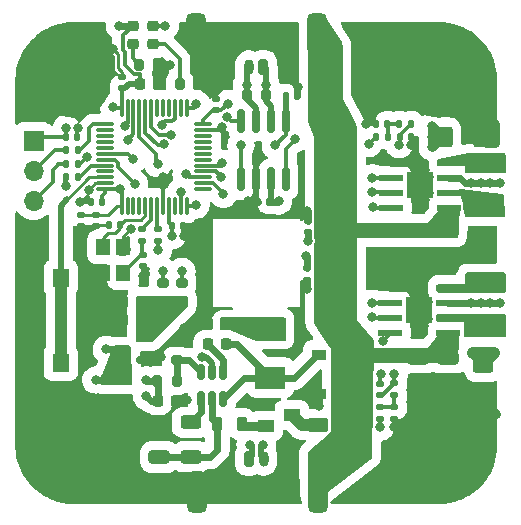
<source format=gbr>
%TF.GenerationSoftware,KiCad,Pcbnew,(6.0.6)*%
%TF.CreationDate,2023-03-01T01:58:38-05:00*%
%TF.ProjectId,Driver-Board,44726976-6572-42d4-926f-6172642e6b69,rev?*%
%TF.SameCoordinates,Original*%
%TF.FileFunction,Copper,L1,Top*%
%TF.FilePolarity,Positive*%
%FSLAX46Y46*%
G04 Gerber Fmt 4.6, Leading zero omitted, Abs format (unit mm)*
G04 Created by KiCad (PCBNEW (6.0.6)) date 2023-03-01 01:58:38*
%MOMM*%
%LPD*%
G01*
G04 APERTURE LIST*
G04 Aperture macros list*
%AMRoundRect*
0 Rectangle with rounded corners*
0 $1 Rounding radius*
0 $2 $3 $4 $5 $6 $7 $8 $9 X,Y pos of 4 corners*
0 Add a 4 corners polygon primitive as box body*
4,1,4,$2,$3,$4,$5,$6,$7,$8,$9,$2,$3,0*
0 Add four circle primitives for the rounded corners*
1,1,$1+$1,$2,$3*
1,1,$1+$1,$4,$5*
1,1,$1+$1,$6,$7*
1,1,$1+$1,$8,$9*
0 Add four rect primitives between the rounded corners*
20,1,$1+$1,$2,$3,$4,$5,0*
20,1,$1+$1,$4,$5,$6,$7,0*
20,1,$1+$1,$6,$7,$8,$9,0*
20,1,$1+$1,$8,$9,$2,$3,0*%
G04 Aperture macros list end*
%TA.AperFunction,SMDPad,CuDef*%
%ADD10RoundRect,0.200000X-0.200000X-0.275000X0.200000X-0.275000X0.200000X0.275000X-0.200000X0.275000X0*%
%TD*%
%TA.AperFunction,SMDPad,CuDef*%
%ADD11RoundRect,0.135000X0.135000X0.185000X-0.135000X0.185000X-0.135000X-0.185000X0.135000X-0.185000X0*%
%TD*%
%TA.AperFunction,SMDPad,CuDef*%
%ADD12RoundRect,0.140000X0.140000X0.170000X-0.140000X0.170000X-0.140000X-0.170000X0.140000X-0.170000X0*%
%TD*%
%TA.AperFunction,SMDPad,CuDef*%
%ADD13RoundRect,0.225000X-0.250000X0.225000X-0.250000X-0.225000X0.250000X-0.225000X0.250000X0.225000X0*%
%TD*%
%TA.AperFunction,SMDPad,CuDef*%
%ADD14RoundRect,0.225000X0.225000X0.250000X-0.225000X0.250000X-0.225000X-0.250000X0.225000X-0.250000X0*%
%TD*%
%TA.AperFunction,SMDPad,CuDef*%
%ADD15RoundRect,0.140000X0.170000X-0.140000X0.170000X0.140000X-0.170000X0.140000X-0.170000X-0.140000X0*%
%TD*%
%TA.AperFunction,SMDPad,CuDef*%
%ADD16RoundRect,0.075000X0.075000X-0.662500X0.075000X0.662500X-0.075000X0.662500X-0.075000X-0.662500X0*%
%TD*%
%TA.AperFunction,SMDPad,CuDef*%
%ADD17RoundRect,0.075000X0.662500X-0.075000X0.662500X0.075000X-0.662500X0.075000X-0.662500X-0.075000X0*%
%TD*%
%TA.AperFunction,SMDPad,CuDef*%
%ADD18RoundRect,0.250000X0.625000X-0.375000X0.625000X0.375000X-0.625000X0.375000X-0.625000X-0.375000X0*%
%TD*%
%TA.AperFunction,SMDPad,CuDef*%
%ADD19RoundRect,0.225000X-0.225000X-0.250000X0.225000X-0.250000X0.225000X0.250000X-0.225000X0.250000X0*%
%TD*%
%TA.AperFunction,ComponentPad*%
%ADD20RoundRect,0.200000X0.200000X0.450000X-0.200000X0.450000X-0.200000X-0.450000X0.200000X-0.450000X0*%
%TD*%
%TA.AperFunction,ComponentPad*%
%ADD21O,0.800000X1.300000*%
%TD*%
%TA.AperFunction,SMDPad,CuDef*%
%ADD22RoundRect,0.140000X-0.170000X0.140000X-0.170000X-0.140000X0.170000X-0.140000X0.170000X0.140000X0*%
%TD*%
%TA.AperFunction,SMDPad,CuDef*%
%ADD23RoundRect,0.135000X-0.135000X-0.185000X0.135000X-0.185000X0.135000X0.185000X-0.135000X0.185000X0*%
%TD*%
%TA.AperFunction,SMDPad,CuDef*%
%ADD24RoundRect,0.040600X-0.944400X-0.249400X0.944400X-0.249400X0.944400X0.249400X-0.944400X0.249400X0*%
%TD*%
%TA.AperFunction,SMDPad,CuDef*%
%ADD25R,2.285000X2.285000*%
%TD*%
%TA.AperFunction,SMDPad,CuDef*%
%ADD26RoundRect,0.140000X-0.140000X-0.170000X0.140000X-0.170000X0.140000X0.170000X-0.140000X0.170000X0*%
%TD*%
%TA.AperFunction,SMDPad,CuDef*%
%ADD27RoundRect,0.135000X0.185000X-0.135000X0.185000X0.135000X-0.185000X0.135000X-0.185000X-0.135000X0*%
%TD*%
%TA.AperFunction,ComponentPad*%
%ADD28C,0.800000*%
%TD*%
%TA.AperFunction,ComponentPad*%
%ADD29C,6.400000*%
%TD*%
%TA.AperFunction,SMDPad,CuDef*%
%ADD30RoundRect,0.150000X0.587500X0.150000X-0.587500X0.150000X-0.587500X-0.150000X0.587500X-0.150000X0*%
%TD*%
%TA.AperFunction,ComponentPad*%
%ADD31RoundRect,0.200000X-0.200000X-0.450000X0.200000X-0.450000X0.200000X0.450000X-0.200000X0.450000X0*%
%TD*%
%TA.AperFunction,SMDPad,CuDef*%
%ADD32R,1.200000X0.900000*%
%TD*%
%TA.AperFunction,SMDPad,CuDef*%
%ADD33RoundRect,0.200000X0.275000X-0.200000X0.275000X0.200000X-0.275000X0.200000X-0.275000X-0.200000X0*%
%TD*%
%TA.AperFunction,SMDPad,CuDef*%
%ADD34RoundRect,0.250000X-0.625000X0.312500X-0.625000X-0.312500X0.625000X-0.312500X0.625000X0.312500X0*%
%TD*%
%TA.AperFunction,SMDPad,CuDef*%
%ADD35RoundRect,0.218750X0.256250X-0.218750X0.256250X0.218750X-0.256250X0.218750X-0.256250X-0.218750X0*%
%TD*%
%TA.AperFunction,SMDPad,CuDef*%
%ADD36RoundRect,0.150000X0.150000X-0.825000X0.150000X0.825000X-0.150000X0.825000X-0.150000X-0.825000X0*%
%TD*%
%TA.AperFunction,SMDPad,CuDef*%
%ADD37RoundRect,0.250000X-0.650000X0.325000X-0.650000X-0.325000X0.650000X-0.325000X0.650000X0.325000X0*%
%TD*%
%TA.AperFunction,SMDPad,CuDef*%
%ADD38RoundRect,0.250000X0.625000X-0.312500X0.625000X0.312500X-0.625000X0.312500X-0.625000X-0.312500X0*%
%TD*%
%TA.AperFunction,SMDPad,CuDef*%
%ADD39RoundRect,0.218750X-0.218750X-0.381250X0.218750X-0.381250X0.218750X0.381250X-0.218750X0.381250X0*%
%TD*%
%TA.AperFunction,SMDPad,CuDef*%
%ADD40R,1.400000X1.000000*%
%TD*%
%TA.AperFunction,SMDPad,CuDef*%
%ADD41RoundRect,0.412500X-0.412500X1.337500X-0.412500X-1.337500X0.412500X-1.337500X0.412500X1.337500X0*%
%TD*%
%TA.AperFunction,SMDPad,CuDef*%
%ADD42R,2.500000X1.900000*%
%TD*%
%TA.AperFunction,SMDPad,CuDef*%
%ADD43R,1.200000X1.400000*%
%TD*%
%TA.AperFunction,SMDPad,CuDef*%
%ADD44R,1.400000X1.600000*%
%TD*%
%TA.AperFunction,SMDPad,CuDef*%
%ADD45RoundRect,0.250000X0.650000X-0.325000X0.650000X0.325000X-0.650000X0.325000X-0.650000X-0.325000X0*%
%TD*%
%TA.AperFunction,ComponentPad*%
%ADD46R,1.700000X1.700000*%
%TD*%
%TA.AperFunction,ComponentPad*%
%ADD47O,1.700000X1.700000*%
%TD*%
%TA.AperFunction,SMDPad,CuDef*%
%ADD48RoundRect,0.150000X-0.150000X0.512500X-0.150000X-0.512500X0.150000X-0.512500X0.150000X0.512500X0*%
%TD*%
%TA.AperFunction,SMDPad,CuDef*%
%ADD49RoundRect,0.135000X-0.185000X0.135000X-0.185000X-0.135000X0.185000X-0.135000X0.185000X0.135000X0*%
%TD*%
%TA.AperFunction,SMDPad,CuDef*%
%ADD50RoundRect,0.250000X-0.312500X-0.625000X0.312500X-0.625000X0.312500X0.625000X-0.312500X0.625000X0*%
%TD*%
%TA.AperFunction,ViaPad*%
%ADD51C,0.800000*%
%TD*%
%TA.AperFunction,Conductor*%
%ADD52C,0.750000*%
%TD*%
%TA.AperFunction,Conductor*%
%ADD53C,0.300000*%
%TD*%
%TA.AperFunction,Conductor*%
%ADD54C,1.000000*%
%TD*%
%TA.AperFunction,Conductor*%
%ADD55C,0.600000*%
%TD*%
%TA.AperFunction,Conductor*%
%ADD56C,0.500000*%
%TD*%
%TA.AperFunction,Conductor*%
%ADD57C,0.250000*%
%TD*%
G04 APERTURE END LIST*
D10*
%TO.P,R19,1*%
%TO.N,Net-(D3-Pad1)*%
X75625000Y-74450000D03*
%TO.P,R19,2*%
%TO.N,GND*%
X77275000Y-74450000D03*
%TD*%
D11*
%TO.P,R4,1*%
%TO.N,SWCLK*%
X67010000Y-80050000D03*
%TO.P,R4,2*%
%TO.N,Net-(J1-Pad2)*%
X65990000Y-80050000D03*
%TD*%
D12*
%TO.P,C13,1*%
%TO.N,+3.3V*%
X69030000Y-84400000D03*
%TO.P,C13,2*%
%TO.N,GND*%
X68070000Y-84400000D03*
%TD*%
D13*
%TO.P,C5,1*%
%TO.N,+5V*%
X69400000Y-99525000D03*
%TO.P,C5,2*%
%TO.N,GND*%
X69400000Y-101075000D03*
%TD*%
D14*
%TO.P,C3,1*%
%TO.N,+3.3V*%
X72400000Y-94400000D03*
%TO.P,C3,2*%
%TO.N,GND*%
X70850000Y-94400000D03*
%TD*%
D15*
%TO.P,C28,1*%
%TO.N,A_CURRENT*%
X92600000Y-100780000D03*
%TO.P,C28,2*%
%TO.N,GND*%
X92600000Y-99820000D03*
%TD*%
D10*
%TO.P,R9,1*%
%TO.N,CAN+*%
X81275000Y-75400000D03*
%TO.P,R9,2*%
%TO.N,CAN-*%
X82925000Y-75400000D03*
%TD*%
D16*
%TO.P,U7,1,VBAT*%
%TO.N,+3.3V*%
X70700000Y-84762500D03*
%TO.P,U7,2,PC13*%
%TO.N,unconnected-(U7-Pad2)*%
X71200000Y-84762500D03*
%TO.P,U7,3,PC14*%
%TO.N,unconnected-(U7-Pad3)*%
X71700000Y-84762500D03*
%TO.P,U7,4,PC15*%
%TO.N,unconnected-(U7-Pad4)*%
X72200000Y-84762500D03*
%TO.P,U7,5,PD0*%
%TO.N,HSE_IN*%
X72700000Y-84762500D03*
%TO.P,U7,6,PD1*%
%TO.N,HSE_OUT*%
X73200000Y-84762500D03*
%TO.P,U7,7,NRST*%
%TO.N,Net-(R11-Pad2)*%
X73700000Y-84762500D03*
%TO.P,U7,8,VSSA*%
%TO.N,GND*%
X74200000Y-84762500D03*
%TO.P,U7,9,VDDA*%
%TO.N,+3.3V*%
X74700000Y-84762500D03*
%TO.P,U7,10,PA0*%
%TO.N,unconnected-(U7-Pad10)*%
X75200000Y-84762500D03*
%TO.P,U7,11,PA1*%
%TO.N,B_CURRENT_PWM*%
X75700000Y-84762500D03*
%TO.P,U7,12,PA2*%
%TO.N,A_CURRENT_PWM*%
X76200000Y-84762500D03*
D17*
%TO.P,U7,13,PA3*%
%TO.N,unconnected-(U7-Pad13)*%
X77612500Y-83350000D03*
%TO.P,U7,14,PA4*%
%TO.N,A+*%
X77612500Y-82850000D03*
%TO.P,U7,15,PA5*%
%TO.N,A-*%
X77612500Y-82350000D03*
%TO.P,U7,16,PA6*%
%TO.N,B+*%
X77612500Y-81850000D03*
%TO.P,U7,17,PA7*%
%TO.N,B-*%
X77612500Y-81350000D03*
%TO.P,U7,18,PB0*%
%TO.N,unconnected-(U7-Pad18)*%
X77612500Y-80850000D03*
%TO.P,U7,19,PB1*%
%TO.N,unconnected-(U7-Pad19)*%
X77612500Y-80350000D03*
%TO.P,U7,20,PB2*%
%TO.N,unconnected-(U7-Pad20)*%
X77612500Y-79850000D03*
%TO.P,U7,21,PB10*%
%TO.N,unconnected-(U7-Pad21)*%
X77612500Y-79350000D03*
%TO.P,U7,22,PB11*%
%TO.N,unconnected-(U7-Pad22)*%
X77612500Y-78850000D03*
%TO.P,U7,23,VSS*%
%TO.N,GND*%
X77612500Y-78350000D03*
%TO.P,U7,24,VDD*%
%TO.N,+3.3V*%
X77612500Y-77850000D03*
D16*
%TO.P,U7,25,PB12*%
%TO.N,LED*%
X76200000Y-76437500D03*
%TO.P,U7,26,PB13*%
%TO.N,unconnected-(U7-Pad26)*%
X75700000Y-76437500D03*
%TO.P,U7,27,PB14*%
%TO.N,ENC_DIR*%
X75200000Y-76437500D03*
%TO.P,U7,28,PB15*%
%TO.N,unconnected-(U7-Pad28)*%
X74700000Y-76437500D03*
%TO.P,U7,29,PA8*%
%TO.N,unconnected-(U7-Pad29)*%
X74200000Y-76437500D03*
%TO.P,U7,30,PA9*%
%TO.N,unconnected-(U7-Pad30)*%
X73700000Y-76437500D03*
%TO.P,U7,31,PA10*%
%TO.N,CAN_SILENT*%
X73200000Y-76437500D03*
%TO.P,U7,32,PA11*%
%TO.N,CAN_RX*%
X72700000Y-76437500D03*
%TO.P,U7,33,PA12*%
%TO.N,CAN_TX*%
X72200000Y-76437500D03*
%TO.P,U7,34,PA13*%
%TO.N,SWDIO*%
X71700000Y-76437500D03*
%TO.P,U7,35,VSS*%
%TO.N,GND*%
X71200000Y-76437500D03*
%TO.P,U7,36,VDD*%
%TO.N,+3.3V*%
X70700000Y-76437500D03*
D17*
%TO.P,U7,37,PA14*%
%TO.N,SWCLK*%
X69287500Y-77850000D03*
%TO.P,U7,38,PA15*%
%TO.N,unconnected-(U7-Pad38)*%
X69287500Y-78350000D03*
%TO.P,U7,39,PB3*%
%TO.N,unconnected-(U7-Pad39)*%
X69287500Y-78850000D03*
%TO.P,U7,40,PB4*%
%TO.N,unconnected-(U7-Pad40)*%
X69287500Y-79350000D03*
%TO.P,U7,41,PB5*%
%TO.N,unconnected-(U7-Pad41)*%
X69287500Y-79850000D03*
%TO.P,U7,42,PB6*%
%TO.N,I2C1_SCL*%
X69287500Y-80350000D03*
%TO.P,U7,43,PB7*%
%TO.N,I2C1_SDA*%
X69287500Y-80850000D03*
%TO.P,U7,44,BOOT0*%
%TO.N,Net-(R12-Pad2)*%
X69287500Y-81350000D03*
%TO.P,U7,45,PB8*%
%TO.N,unconnected-(U7-Pad45)*%
X69287500Y-81850000D03*
%TO.P,U7,46,PB9*%
%TO.N,BUTTON*%
X69287500Y-82350000D03*
%TO.P,U7,47,VSS*%
%TO.N,GND*%
X69287500Y-82850000D03*
%TO.P,U7,48,VDD*%
%TO.N,+3.3V*%
X69287500Y-83350000D03*
%TD*%
D18*
%TO.P,F1,1*%
%TO.N,+24V*%
X87350000Y-106100000D03*
%TO.P,F1,2*%
%TO.N,Net-(F1-Pad2)*%
X87350000Y-103300000D03*
%TD*%
D12*
%TO.P,C29,1*%
%TO.N,Net-(C29-Pad1)*%
X93200000Y-77800000D03*
%TO.P,C29,2*%
%TO.N,GND*%
X92240000Y-77800000D03*
%TD*%
D19*
%TO.P,C8,1*%
%TO.N,+5V*%
X73775000Y-101250000D03*
%TO.P,C8,2*%
%TO.N,GND*%
X75325000Y-101250000D03*
%TD*%
D20*
%TO.P,J3,1,Pin_1*%
%TO.N,CAN-*%
X82700000Y-73000000D03*
D21*
%TO.P,J3,2,Pin_2*%
%TO.N,CAN+*%
X81450000Y-73000000D03*
%TD*%
D11*
%TO.P,R5,1*%
%TO.N,SWDIO*%
X67010000Y-81200000D03*
%TO.P,R5,2*%
%TO.N,Net-(J1-Pad3)*%
X65990000Y-81200000D03*
%TD*%
D22*
%TO.P,C21,1*%
%TO.N,+3.3V*%
X86400000Y-90050000D03*
%TO.P,C21,2*%
%TO.N,GND*%
X86400000Y-91010000D03*
%TD*%
D23*
%TO.P,R12,1*%
%TO.N,GND*%
X65990000Y-82300000D03*
%TO.P,R12,2*%
%TO.N,Net-(R12-Pad2)*%
X67010000Y-82300000D03*
%TD*%
%TO.P,R18,1*%
%TO.N,Net-(C29-Pad1)*%
X94210000Y-77800000D03*
%TO.P,R18,2*%
%TO.N,B_CURRENT*%
X95230000Y-77800000D03*
%TD*%
D22*
%TO.P,C17,1*%
%TO.N,+3.3V*%
X68500000Y-85520000D03*
%TO.P,C17,2*%
%TO.N,GND*%
X68500000Y-86480000D03*
%TD*%
D19*
%TO.P,C10,1*%
%TO.N,BUCK_BST*%
X77975000Y-96500000D03*
%TO.P,C10,2*%
%TO.N,BUCK_SW*%
X79525000Y-96500000D03*
%TD*%
D24*
%TO.P,U6,1,GND*%
%TO.N,GND*%
X93512500Y-81095000D03*
%TO.P,U6,2,IN2*%
%TO.N,B-*%
X93512500Y-82365000D03*
%TO.P,U6,3,IN1*%
%TO.N,B+*%
X93512500Y-83635000D03*
%TO.P,U6,4,VREF*%
%TO.N,B_CURRENT*%
X93512500Y-84905000D03*
%TO.P,U6,5,VM*%
%TO.N,+24V*%
X98452500Y-84905000D03*
%TO.P,U6,6,OUT1*%
%TO.N,B+_OUT*%
X98452500Y-83635000D03*
%TO.P,U6,7,RS*%
%TO.N,Net-(R16-Pad1)*%
X98452500Y-82365000D03*
%TO.P,U6,8,OUT2*%
%TO.N,B-_OUT*%
X98452500Y-81095000D03*
D25*
%TO.P,U6,9,GND*%
%TO.N,GND*%
X95982500Y-83000000D03*
%TD*%
D26*
%TO.P,C16,1*%
%TO.N,+3.3V*%
X74970000Y-86450000D03*
%TO.P,C16,2*%
%TO.N,GND*%
X75930000Y-86450000D03*
%TD*%
D27*
%TO.P,R14,1*%
%TO.N,Net-(C27-Pad1)*%
X93800000Y-100810000D03*
%TO.P,R14,2*%
%TO.N,A_CURRENT*%
X93800000Y-99790000D03*
%TD*%
D28*
%TO.P,H2,1,1*%
%TO.N,GND*%
X100000000Y-105100000D03*
X99297056Y-103402944D03*
X97600000Y-107500000D03*
X95902944Y-106797056D03*
D29*
X97600000Y-105100000D03*
D28*
X95200000Y-105100000D03*
X95902944Y-103402944D03*
X99297056Y-106797056D03*
X97600000Y-102700000D03*
%TD*%
D22*
%TO.P,C19,1*%
%TO.N,Net-(C19-Pad1)*%
X72500000Y-88920000D03*
%TO.P,C19,2*%
%TO.N,GND*%
X72500000Y-89880000D03*
%TD*%
D30*
%TO.P,U2,1,GND*%
%TO.N,GND*%
X72637500Y-97850000D03*
%TO.P,U2,2,VO*%
%TO.N,+3.3V*%
X72637500Y-95950000D03*
%TO.P,U2,3,VI*%
%TO.N,+5V*%
X70762500Y-96900000D03*
%TD*%
D26*
%TO.P,C11,1*%
%TO.N,+3.3V*%
X84620000Y-75500000D03*
%TO.P,C11,2*%
%TO.N,GND*%
X85580000Y-75500000D03*
%TD*%
%TO.P,C6,1*%
%TO.N,+3.3V*%
X66000000Y-78950000D03*
%TO.P,C6,2*%
%TO.N,GND*%
X66960000Y-78950000D03*
%TD*%
D15*
%TO.P,C20,1*%
%TO.N,+3.3V*%
X86450000Y-86980000D03*
%TO.P,C20,2*%
%TO.N,GND*%
X86450000Y-86020000D03*
%TD*%
D21*
%TO.P,J2,2,Pin_2*%
%TO.N,CAN-*%
X82725000Y-106200000D03*
D31*
%TO.P,J2,1,Pin_1*%
%TO.N,CAN+*%
X81475000Y-106200000D03*
%TD*%
D32*
%TO.P,D1,1,K*%
%TO.N,BUCK_SW*%
X87400000Y-97350000D03*
%TO.P,D1,2,A*%
%TO.N,GND*%
X87400000Y-100650000D03*
%TD*%
D13*
%TO.P,C4,1*%
%TO.N,+5V*%
X71100000Y-99525000D03*
%TO.P,C4,2*%
%TO.N,GND*%
X71100000Y-101075000D03*
%TD*%
D33*
%TO.P,R2,1*%
%TO.N,+3.3V*%
X74200000Y-92925000D03*
%TO.P,R2,2*%
%TO.N,I2C1_SDA*%
X74200000Y-91275000D03*
%TD*%
D14*
%TO.P,C7,1*%
%TO.N,+5V*%
X79525000Y-94800000D03*
%TO.P,C7,2*%
%TO.N,GND*%
X77975000Y-94800000D03*
%TD*%
D34*
%TO.P,R15,1*%
%TO.N,Net-(R15-Pad1)*%
X101300000Y-98337500D03*
%TO.P,R15,2*%
%TO.N,GND*%
X101300000Y-101262500D03*
%TD*%
D35*
%TO.P,D3,1,K*%
%TO.N,Net-(D3-Pad1)*%
X73350000Y-71087500D03*
%TO.P,D3,2,A*%
%TO.N,LED*%
X73350000Y-69512500D03*
%TD*%
D28*
%TO.P,H1,1,1*%
%TO.N,GND*%
X68900000Y-105100000D03*
X64802944Y-103402944D03*
X64100000Y-105100000D03*
X66500000Y-107500000D03*
X64802944Y-106797056D03*
X68197056Y-103402944D03*
X66500000Y-102700000D03*
X68197056Y-106797056D03*
D29*
X66500000Y-105100000D03*
%TD*%
D12*
%TO.P,C18,1*%
%TO.N,HSE_IN*%
X70580000Y-86400000D03*
%TO.P,C18,2*%
%TO.N,GND*%
X69620000Y-86400000D03*
%TD*%
D35*
%TO.P,D2,1,K*%
%TO.N,Net-(D2-Pad1)*%
X71650000Y-71087500D03*
%TO.P,D2,2,A*%
%TO.N,+3.3V*%
X71650000Y-69512500D03*
%TD*%
D33*
%TO.P,R7,1*%
%TO.N,BUCK_FB*%
X75350000Y-97825000D03*
%TO.P,R7,2*%
%TO.N,GND*%
X75350000Y-96175000D03*
%TD*%
D36*
%TO.P,U3,1,TXD*%
%TO.N,CAN_TX*%
X80795000Y-82525000D03*
%TO.P,U3,2,GND*%
%TO.N,GND*%
X82065000Y-82525000D03*
%TO.P,U3,3,VCC*%
%TO.N,+5V*%
X83335000Y-82525000D03*
%TO.P,U3,4,RXD*%
%TO.N,CAN_RX*%
X84605000Y-82525000D03*
%TO.P,U3,5,VIO*%
%TO.N,+3.3V*%
X84605000Y-77575000D03*
%TO.P,U3,6,CANL*%
%TO.N,CAN-*%
X83335000Y-77575000D03*
%TO.P,U3,7,CANH*%
%TO.N,CAN+*%
X82065000Y-77575000D03*
%TO.P,U3,8,S*%
%TO.N,CAN_SILENT*%
X80795000Y-77575000D03*
%TD*%
D14*
%TO.P,C2,1*%
%TO.N,+3.3V*%
X72375000Y-92900000D03*
%TO.P,C2,2*%
%TO.N,GND*%
X70825000Y-92900000D03*
%TD*%
D37*
%TO.P,C26,1*%
%TO.N,+24V*%
X98300000Y-97625000D03*
%TO.P,C26,2*%
%TO.N,GND*%
X98300000Y-100575000D03*
%TD*%
D27*
%TO.P,R11,1*%
%TO.N,+3.3V*%
X73750000Y-87760000D03*
%TO.P,R11,2*%
%TO.N,Net-(R11-Pad2)*%
X73750000Y-86740000D03*
%TD*%
D24*
%TO.P,U5,1,GND*%
%TO.N,GND*%
X93430000Y-91695000D03*
%TO.P,U5,2,IN2*%
%TO.N,A-*%
X93430000Y-92965000D03*
%TO.P,U5,3,IN1*%
%TO.N,A+*%
X93430000Y-94235000D03*
%TO.P,U5,4,VREF*%
%TO.N,A_CURRENT*%
X93430000Y-95505000D03*
%TO.P,U5,5,VM*%
%TO.N,+24V*%
X98370000Y-95505000D03*
%TO.P,U5,6,OUT1*%
%TO.N,A+_OUT*%
X98370000Y-94235000D03*
%TO.P,U5,7,RS*%
%TO.N,Net-(R15-Pad1)*%
X98370000Y-92965000D03*
%TO.P,U5,8,OUT2*%
%TO.N,A-_OUT*%
X98370000Y-91695000D03*
D25*
%TO.P,U5,9,GND*%
%TO.N,GND*%
X95900000Y-93600000D03*
%TD*%
D27*
%TO.P,R13,1*%
%TO.N,A_CURRENT_PWM*%
X92600000Y-102810000D03*
%TO.P,R13,2*%
%TO.N,Net-(C27-Pad1)*%
X92600000Y-101790000D03*
%TD*%
D15*
%TO.P,C14,1*%
%TO.N,+3.3V*%
X70750000Y-74780000D03*
%TO.P,C14,2*%
%TO.N,GND*%
X70750000Y-73820000D03*
%TD*%
D38*
%TO.P,R3,1*%
%TO.N,BUCK_IN*%
X76550000Y-106012500D03*
%TO.P,R3,2*%
%TO.N,BUCK_EN*%
X76550000Y-103087500D03*
%TD*%
D39*
%TO.P,FB1,1*%
%TO.N,BUCK_IN*%
X78787500Y-103250000D03*
%TO.P,FB1,2*%
%TO.N,Net-(FB1-Pad2)*%
X80912500Y-103250000D03*
%TD*%
D40*
%TO.P,Q1,1,G*%
%TO.N,GND*%
X82900000Y-101500000D03*
%TO.P,Q1,2,S*%
%TO.N,Net-(FB1-Pad2)*%
X82900000Y-103400000D03*
%TO.P,Q1,3,D*%
%TO.N,Net-(F1-Pad2)*%
X85100000Y-102450000D03*
%TD*%
D37*
%TO.P,C24,1*%
%TO.N,+24V*%
X95800000Y-97625000D03*
%TO.P,C24,2*%
%TO.N,GND*%
X95800000Y-100575000D03*
%TD*%
D41*
%TO.P,J6,1,Pin_1*%
%TO.N,+24V*%
X87225000Y-70225000D03*
%TO.P,J6,2,Pin_2*%
%TO.N,GND*%
X76975000Y-70225000D03*
%TD*%
D15*
%TO.P,C15,1*%
%TO.N,+3.3V*%
X78700000Y-76680000D03*
%TO.P,C15,2*%
%TO.N,GND*%
X78700000Y-75720000D03*
%TD*%
D12*
%TO.P,C9,1*%
%TO.N,+5V*%
X83180000Y-84400000D03*
%TO.P,C9,2*%
%TO.N,GND*%
X82220000Y-84400000D03*
%TD*%
D37*
%TO.P,C23,1*%
%TO.N,+24V*%
X98300000Y-86925000D03*
%TO.P,C23,2*%
%TO.N,GND*%
X98300000Y-89875000D03*
%TD*%
D10*
%TO.P,R8,1*%
%TO.N,Net-(D2-Pad1)*%
X72175000Y-72800000D03*
%TO.P,R8,2*%
%TO.N,GND*%
X73825000Y-72800000D03*
%TD*%
D42*
%TO.P,L1,1*%
%TO.N,+5V*%
X83300000Y-95200000D03*
%TO.P,L1,2*%
%TO.N,BUCK_SW*%
X83300000Y-99300000D03*
%TD*%
D43*
%TO.P,Y1,1,1*%
%TO.N,HSE_IN*%
X69150000Y-88250000D03*
%TO.P,Y1,2,2*%
%TO.N,GND*%
X69150000Y-90450000D03*
%TO.P,Y1,3,3*%
%TO.N,Net-(C19-Pad1)*%
X70850000Y-90450000D03*
%TO.P,Y1,4,4*%
%TO.N,GND*%
X70850000Y-88250000D03*
%TD*%
D26*
%TO.P,C30,1*%
%TO.N,B_CURRENT*%
X94240000Y-78900000D03*
%TO.P,C30,2*%
%TO.N,GND*%
X95200000Y-78900000D03*
%TD*%
D10*
%TO.P,R6,1*%
%TO.N,+5V*%
X73725000Y-99550000D03*
%TO.P,R6,2*%
%TO.N,BUCK_FB*%
X75375000Y-99550000D03*
%TD*%
D44*
%TO.P,SW1,1,1*%
%TO.N,GND*%
X62550000Y-90850000D03*
X62550000Y-98050000D03*
%TO.P,SW1,2,2*%
%TO.N,BUTTON*%
X65550000Y-98050000D03*
X65550000Y-90850000D03*
%TD*%
D28*
%TO.P,H4,1,1*%
%TO.N,GND*%
X95902944Y-75797056D03*
X99297056Y-72402944D03*
X97600000Y-76500000D03*
X97600000Y-71700000D03*
X100000000Y-74100000D03*
X95200000Y-74100000D03*
D29*
X97600000Y-74100000D03*
D28*
X99297056Y-75797056D03*
X95902944Y-72402944D03*
%TD*%
D23*
%TO.P,R17,1*%
%TO.N,B_CURRENT_PWM*%
X92210000Y-78900000D03*
%TO.P,R17,2*%
%TO.N,Net-(C29-Pad1)*%
X93230000Y-78900000D03*
%TD*%
D45*
%TO.P,C1,1*%
%TO.N,BUCK_IN*%
X73900000Y-106025000D03*
%TO.P,C1,2*%
%TO.N,GND*%
X73900000Y-103075000D03*
%TD*%
D46*
%TO.P,J1,1,Pin_1*%
%TO.N,+3.3V*%
X63250000Y-79280000D03*
D47*
%TO.P,J1,2,Pin_2*%
%TO.N,Net-(J1-Pad2)*%
X63250000Y-81820000D03*
%TO.P,J1,3,Pin_3*%
%TO.N,Net-(J1-Pad3)*%
X63250000Y-84360000D03*
%TO.P,J1,4,Pin_4*%
%TO.N,GND*%
X63250000Y-86900000D03*
%TD*%
D48*
%TO.P,U1,1,BST*%
%TO.N,BUCK_BST*%
X79300000Y-98812500D03*
%TO.P,U1,2,GND*%
%TO.N,GND*%
X78350000Y-98812500D03*
%TO.P,U1,3,FB*%
%TO.N,BUCK_FB*%
X77400000Y-98812500D03*
%TO.P,U1,4,EN*%
%TO.N,BUCK_EN*%
X77400000Y-101087500D03*
%TO.P,U1,5,IN*%
%TO.N,BUCK_IN*%
X78350000Y-101087500D03*
%TO.P,U1,6,SW*%
%TO.N,BUCK_SW*%
X79300000Y-101087500D03*
%TD*%
D41*
%TO.P,J5,1,Pin_1*%
%TO.N,+24V*%
X87350000Y-108975000D03*
%TO.P,J5,2,Pin_2*%
%TO.N,GND*%
X77100000Y-108975000D03*
%TD*%
D49*
%TO.P,R10,1*%
%TO.N,HSE_OUT*%
X72450000Y-86740000D03*
%TO.P,R10,2*%
%TO.N,Net-(C19-Pad1)*%
X72450000Y-87760000D03*
%TD*%
D19*
%TO.P,C12,1*%
%TO.N,+3.3V*%
X72225000Y-74450000D03*
%TO.P,C12,2*%
%TO.N,GND*%
X73775000Y-74450000D03*
%TD*%
D28*
%TO.P,H3,1,1*%
%TO.N,GND*%
X64902944Y-75797056D03*
X68297056Y-72402944D03*
X69000000Y-74100000D03*
X64902944Y-72402944D03*
D29*
X66600000Y-74100000D03*
D28*
X64200000Y-74100000D03*
X68297056Y-75797056D03*
X66600000Y-71700000D03*
X66600000Y-76500000D03*
%TD*%
D33*
%TO.P,R1,1*%
%TO.N,+3.3V*%
X75800000Y-92925000D03*
%TO.P,R1,2*%
%TO.N,I2C1_SCL*%
X75800000Y-91275000D03*
%TD*%
D22*
%TO.P,C27,1*%
%TO.N,Net-(C27-Pad1)*%
X93800000Y-101820000D03*
%TO.P,C27,2*%
%TO.N,GND*%
X93800000Y-102780000D03*
%TD*%
D37*
%TO.P,C25,1*%
%TO.N,+24V*%
X95800000Y-86925000D03*
%TO.P,C25,2*%
%TO.N,GND*%
X95800000Y-89875000D03*
%TD*%
D50*
%TO.P,R16,2*%
%TO.N,GND*%
X101062500Y-78900000D03*
%TO.P,R16,1*%
%TO.N,Net-(R16-Pad1)*%
X98137500Y-78900000D03*
%TD*%
D22*
%TO.P,C22,1*%
%TO.N,+3.3V*%
X67300000Y-85520000D03*
%TO.P,C22,2*%
%TO.N,GND*%
X67300000Y-86480000D03*
%TD*%
D51*
%TO.N,GND*%
X100800000Y-102400000D03*
X101600000Y-102400000D03*
X102300000Y-79400000D03*
X102300000Y-77800000D03*
X102300000Y-78600000D03*
X102400000Y-102400000D03*
%TO.N,+3.3V*%
X83700000Y-79649000D03*
%TO.N,Net-(R16-Pad1)*%
X97000000Y-79800000D03*
X97000000Y-78900000D03*
X97000000Y-78000000D03*
%TO.N,Net-(R15-Pad1)*%
X100406261Y-97207182D03*
X101300000Y-97200000D03*
X102200000Y-97200000D03*
%TO.N,Net-(R16-Pad1)*%
X100300000Y-82800000D03*
X101100000Y-82800000D03*
X101900000Y-82800000D03*
X102700000Y-82800000D03*
%TO.N,Net-(R15-Pad1)*%
X102700000Y-93000000D03*
X101900000Y-93000000D03*
X101100000Y-93000000D03*
X100300000Y-93000000D03*
%TO.N,B-_OUT*%
X101100000Y-81500000D03*
X101100000Y-80700000D03*
X101900000Y-81500000D03*
X102700000Y-80700000D03*
X101900000Y-80700000D03*
X102700000Y-81500000D03*
X100300000Y-81500000D03*
X100300000Y-80700000D03*
%TO.N,GND*%
X76600000Y-69000000D03*
X76600000Y-71400000D03*
X67300000Y-87200000D03*
X77500000Y-108500000D03*
X74800000Y-72800000D03*
X67200000Y-84400000D03*
X78100000Y-74400000D03*
X76000000Y-87300000D03*
X77489270Y-97532190D03*
X70000000Y-71500000D03*
X93800000Y-103500000D03*
X66999503Y-78200000D03*
X77100000Y-94800000D03*
X76200000Y-101200000D03*
X68000000Y-90500000D03*
X78700000Y-75000000D03*
X76700000Y-108500000D03*
X69800000Y-94400000D03*
X76600000Y-70600000D03*
X96600000Y-94300000D03*
X77400000Y-69000000D03*
X76600000Y-69800000D03*
X76000000Y-95100000D03*
X95200000Y-92900000D03*
X87400000Y-101700000D03*
X72400000Y-103100000D03*
X71458782Y-86724500D03*
X74000000Y-97600000D03*
X79186554Y-78127286D03*
X76700000Y-107700000D03*
X77500000Y-107700000D03*
X69200000Y-91700000D03*
X69400000Y-102000000D03*
X86400000Y-91800000D03*
X86400000Y-85200000D03*
X76700000Y-109300000D03*
X62550000Y-89600000D03*
X74228200Y-82300000D03*
X85600000Y-74700000D03*
X76700000Y-110100000D03*
X69800000Y-93000000D03*
X71100000Y-102100000D03*
X77500000Y-109300000D03*
X95200000Y-79600000D03*
X96700000Y-83700000D03*
X95200000Y-94300000D03*
X66000000Y-83100000D03*
X95300000Y-83700000D03*
X96600000Y-92900000D03*
X62600000Y-99500000D03*
X77400000Y-69800000D03*
X77400000Y-71400000D03*
X77400000Y-70600000D03*
X95900000Y-93600000D03*
X67912299Y-83412299D03*
X96700000Y-82300000D03*
X70950500Y-78000000D03*
X81400000Y-84350500D03*
X92700000Y-99000000D03*
X91400000Y-77800000D03*
X96000000Y-83000000D03*
X95300000Y-82300000D03*
X81400000Y-101500000D03*
X72500000Y-90700000D03*
X77500000Y-110100000D03*
%TO.N,+3.3V*%
X86450000Y-87700000D03*
X70000000Y-76400000D03*
X73900000Y-94100000D03*
X74700000Y-94100000D03*
X70500000Y-69500000D03*
X70600000Y-83300000D03*
X66000000Y-78200000D03*
X73900000Y-94900000D03*
X86350000Y-89000000D03*
X73800000Y-88500000D03*
X79700000Y-76100000D03*
X75000000Y-87300000D03*
%TO.N,I2C1_SDA*%
X71800000Y-82900000D03*
X74200000Y-90300000D03*
%TO.N,B_CURRENT*%
X94200000Y-79600000D03*
X92000000Y-84900000D03*
%TO.N,B_CURRENT_PWM*%
X75700000Y-83550000D03*
X91600000Y-79500000D03*
%TO.N,A_CURRENT*%
X93800000Y-99000000D03*
X92800000Y-96200000D03*
%TO.N,A_CURRENT_PWM*%
X92600000Y-103500000D03*
X77000000Y-84700000D03*
%TO.N,+5V*%
X72800000Y-100900000D03*
X81300000Y-94600000D03*
X84000000Y-84350500D03*
X84100000Y-95700000D03*
X82500000Y-95700000D03*
X69400000Y-96900000D03*
X80500000Y-94600000D03*
X84100000Y-94700000D03*
X72800000Y-99500000D03*
X81300000Y-95400000D03*
X82500000Y-94700000D03*
X68500000Y-99500000D03*
%TO.N,I2C1_SCL*%
X75800000Y-90300000D03*
X71700000Y-80800000D03*
%TO.N,SWDIO*%
X71200000Y-79200000D03*
X67773910Y-80614425D03*
%TO.N,CAN_TX*%
X73774862Y-81200000D03*
X80800000Y-79649000D03*
%TO.N,CAN_RX*%
X85400000Y-79100000D03*
X74277527Y-79566580D03*
%TO.N,CAN_SILENT*%
X74901731Y-78747418D03*
X79628372Y-77230736D03*
%TO.N,ENC_DIR*%
X74100000Y-77900000D03*
%TO.N,A-*%
X91900000Y-93000000D03*
X76150000Y-82100000D03*
%TO.N,A+*%
X79300000Y-83800000D03*
X91900000Y-94200000D03*
%TO.N,A+_OUT*%
X102600000Y-95400000D03*
X102600000Y-94600000D03*
X100200000Y-94600000D03*
X101800000Y-94600000D03*
X101000000Y-94600000D03*
X101800000Y-95400000D03*
X100200000Y-95400000D03*
X101000000Y-95400000D03*
%TO.N,A-_OUT*%
X102700000Y-91700000D03*
X102700000Y-90900000D03*
X101100000Y-90900000D03*
X101100000Y-91700000D03*
X100300000Y-90900000D03*
X101900000Y-90900000D03*
X100300000Y-91700000D03*
X101900000Y-91700000D03*
%TO.N,B-*%
X79200000Y-81150000D03*
X91900000Y-82400000D03*
%TO.N,B+*%
X91900000Y-83620023D03*
X79150000Y-82300000D03*
%TO.N,B+_OUT*%
X101800000Y-85300000D03*
X100200000Y-84500000D03*
X100200000Y-85300000D03*
X102600000Y-84500000D03*
X102600000Y-85300000D03*
X101800000Y-84500000D03*
X101000000Y-85300000D03*
X101000000Y-84500000D03*
%TO.N,LED*%
X74400000Y-69500000D03*
X77000000Y-76100000D03*
%TO.N,CAN-*%
X82925000Y-74500000D03*
X82625000Y-104993422D03*
%TO.N,CAN+*%
X81575000Y-104993422D03*
X81275000Y-74500000D03*
%TD*%
D52*
%TO.N,GND*%
X101300000Y-102100000D02*
X101600000Y-102400000D01*
X101300000Y-101262500D02*
X101300000Y-102100000D01*
X100800000Y-101762500D02*
X101300000Y-101262500D01*
X100800000Y-102400000D02*
X100800000Y-101762500D01*
X102400000Y-102362500D02*
X101300000Y-101262500D01*
X102400000Y-102400000D02*
X102400000Y-102362500D01*
X102375500Y-102424500D02*
X102400000Y-102400000D01*
X100800000Y-102424500D02*
X102375500Y-102424500D01*
X102300000Y-77800000D02*
X102300000Y-79400000D01*
X101200000Y-78900000D02*
X102300000Y-77800000D01*
X101062500Y-78900000D02*
X101200000Y-78900000D01*
X102000000Y-78900000D02*
X102300000Y-78600000D01*
X101062500Y-78900000D02*
X102000000Y-78900000D01*
X102300000Y-79400000D02*
X101562500Y-79400000D01*
X101562500Y-79400000D02*
X101062500Y-78900000D01*
D53*
%TO.N,+3.3V*%
X84605000Y-78744000D02*
X83700000Y-79649000D01*
X84605000Y-77575000D02*
X84605000Y-78744000D01*
D52*
%TO.N,Net-(R16-Pad1)*%
X97000000Y-78900000D02*
X98137500Y-78900000D01*
X97900000Y-78900000D02*
X97000000Y-78000000D01*
X98137500Y-78900000D02*
X97900000Y-78900000D01*
X97900000Y-78900000D02*
X97000000Y-79800000D01*
X97000000Y-78000000D02*
X97000000Y-79800000D01*
D54*
%TO.N,Net-(R15-Pad1)*%
X102192818Y-97207182D02*
X102200000Y-97200000D01*
X100406261Y-97207182D02*
X102192818Y-97207182D01*
D55*
X101300000Y-97200000D02*
X101300000Y-98337500D01*
X102200000Y-97437500D02*
X101300000Y-98337500D01*
X102200000Y-97200000D02*
X102200000Y-97437500D01*
X100406261Y-97443761D02*
X101300000Y-98337500D01*
X100406261Y-97207182D02*
X100406261Y-97443761D01*
D56*
X101200000Y-98237500D02*
X101300000Y-98337500D01*
D53*
%TO.N,GND*%
X95200000Y-78900000D02*
X95200000Y-79600000D01*
D55*
%TO.N,Net-(R15-Pad1)*%
X100265000Y-92965000D02*
X98370000Y-92965000D01*
X100300000Y-93000000D02*
X100265000Y-92965000D01*
X100300000Y-93000000D02*
X101100000Y-93000000D01*
X101100000Y-93000000D02*
X101900000Y-93000000D01*
X102700000Y-93000000D02*
X101900000Y-93000000D01*
%TO.N,Net-(R16-Pad1)*%
X100300000Y-82800000D02*
X101100000Y-82800000D01*
X101100000Y-82800000D02*
X101900000Y-82800000D01*
X101900000Y-82800000D02*
X102700000Y-82800000D01*
X99800000Y-82800000D02*
X100300000Y-82800000D01*
X99365000Y-82365000D02*
X99800000Y-82800000D01*
X98452500Y-82365000D02*
X99365000Y-82365000D01*
D57*
%TO.N,GND*%
X70750000Y-73450000D02*
X70750000Y-73820000D01*
D55*
X73825000Y-74400000D02*
X73775000Y-74450000D01*
D53*
X72500000Y-89880000D02*
X72500000Y-90700000D01*
D56*
X82065000Y-84245000D02*
X82220000Y-84400000D01*
D55*
X86400000Y-91010000D02*
X86400000Y-91800000D01*
X85580000Y-75500000D02*
X85580000Y-74720000D01*
X73750000Y-97850000D02*
X72637500Y-97850000D01*
X86450000Y-85250000D02*
X86450000Y-86020000D01*
D54*
X62550000Y-98050000D02*
X62550000Y-90850000D01*
D57*
X68050000Y-90450000D02*
X68000000Y-90500000D01*
D55*
X73900000Y-103075000D02*
X72425000Y-103075000D01*
X82900000Y-101500000D02*
X81400000Y-101500000D01*
D53*
X66960000Y-78239503D02*
X66999503Y-78200000D01*
D55*
X95737500Y-91695000D02*
X95900000Y-91857500D01*
X81449500Y-84400000D02*
X81400000Y-84350500D01*
D54*
X62550000Y-90850000D02*
X62550000Y-89600000D01*
D57*
X69287500Y-82850000D02*
X68474598Y-82850000D01*
D56*
X77832190Y-97532190D02*
X77489270Y-97532190D01*
D53*
X92240000Y-77800000D02*
X91400000Y-77800000D01*
D55*
X73825000Y-72800000D02*
X74800000Y-72800000D01*
X93512500Y-81095000D02*
X95495000Y-81095000D01*
X86400000Y-85200000D02*
X86450000Y-85250000D01*
D53*
X92700000Y-99000000D02*
X92600000Y-99100000D01*
D57*
X68500000Y-86480000D02*
X67300000Y-86480000D01*
D53*
X65990000Y-83090000D02*
X66000000Y-83100000D01*
X77275000Y-74450000D02*
X78050000Y-74450000D01*
D54*
X95800000Y-89875000D02*
X95800000Y-93500000D01*
D55*
X75325000Y-101250000D02*
X76150000Y-101250000D01*
D57*
X67300000Y-86480000D02*
X67300000Y-87200000D01*
X69150000Y-91650000D02*
X69200000Y-91700000D01*
D55*
X87400000Y-100650000D02*
X87400000Y-101700000D01*
X95982500Y-81582500D02*
X95982500Y-83000000D01*
D57*
X69150000Y-90450000D02*
X68050000Y-90450000D01*
D56*
X70825000Y-93000000D02*
X69800000Y-93000000D01*
X82065000Y-82525000D02*
X82065000Y-84245000D01*
X78000000Y-97700000D02*
X77832190Y-97532190D01*
D54*
X95800000Y-100575000D02*
X98300000Y-100575000D01*
D57*
X70850000Y-88250000D02*
X70850000Y-87333282D01*
D56*
X70825000Y-94400000D02*
X69800000Y-94400000D01*
D55*
X82220000Y-84400000D02*
X81449500Y-84400000D01*
D53*
X75930000Y-87230000D02*
X76000000Y-87300000D01*
D55*
X74000000Y-97600000D02*
X73750000Y-97850000D01*
D56*
X78350000Y-98050000D02*
X78000000Y-97700000D01*
D54*
X95800000Y-89875000D02*
X98300000Y-89875000D01*
D57*
X70400000Y-73100000D02*
X70750000Y-73450000D01*
X70850000Y-87333282D02*
X71458782Y-86724500D01*
D53*
X77612500Y-78350000D02*
X78963840Y-78350000D01*
X66960000Y-78950000D02*
X66960000Y-78239503D01*
D57*
X70400000Y-71900000D02*
X70400000Y-73100000D01*
D53*
X92630000Y-99790000D02*
X92600000Y-99820000D01*
D57*
X70000000Y-71500000D02*
X70400000Y-71900000D01*
D53*
X92600000Y-99100000D02*
X92600000Y-99820000D01*
D55*
X69400000Y-101075000D02*
X69400000Y-102000000D01*
D53*
X95230000Y-78870000D02*
X95200000Y-78900000D01*
D57*
X68474598Y-82850000D02*
X67912299Y-83412299D01*
D53*
X78700000Y-75720000D02*
X78700000Y-75000000D01*
X78963840Y-78350000D02*
X79186554Y-78127286D01*
X93800000Y-102780000D02*
X93800000Y-103500000D01*
D55*
X85580000Y-74720000D02*
X85600000Y-74700000D01*
D57*
X69150000Y-90450000D02*
X69150000Y-91650000D01*
D54*
X62550000Y-99450000D02*
X62600000Y-99500000D01*
D55*
X76150000Y-101250000D02*
X76200000Y-101200000D01*
D53*
X71200000Y-76437500D02*
X71200000Y-77750500D01*
D56*
X78350000Y-98812500D02*
X78350000Y-98050000D01*
D55*
X95495000Y-81095000D02*
X95982500Y-81582500D01*
D53*
X75930000Y-86450000D02*
X75930000Y-87230000D01*
D57*
X68070000Y-84400000D02*
X67200000Y-84400000D01*
D55*
X76000000Y-95100000D02*
X75350000Y-95750000D01*
X73825000Y-72800000D02*
X73825000Y-74400000D01*
D54*
X62550000Y-89750000D02*
X62550000Y-89600000D01*
D57*
X68580000Y-86400000D02*
X68500000Y-86480000D01*
D54*
X62550000Y-98050000D02*
X62550000Y-99450000D01*
D53*
X74228200Y-82300000D02*
X74200000Y-82328200D01*
X74200000Y-82328200D02*
X74200000Y-84762500D01*
D55*
X93430000Y-91695000D02*
X95737500Y-91695000D01*
D53*
X71200000Y-77750500D02*
X70950500Y-78000000D01*
D55*
X71100000Y-101075000D02*
X71100000Y-102100000D01*
D53*
X78050000Y-74450000D02*
X78100000Y-74400000D01*
D57*
X69620000Y-86400000D02*
X68580000Y-86400000D01*
D55*
X72425000Y-103075000D02*
X72400000Y-103100000D01*
D53*
X65990000Y-82300000D02*
X65990000Y-83090000D01*
D55*
X77975000Y-94800000D02*
X77100000Y-94800000D01*
X95900000Y-91857500D02*
X95900000Y-93600000D01*
X75350000Y-95750000D02*
X75350000Y-96175000D01*
D54*
X95800000Y-93500000D02*
X95900000Y-93600000D01*
D55*
%TO.N,+3.3V*%
X86400000Y-89050000D02*
X86400000Y-90050000D01*
D56*
X71020000Y-74780000D02*
X71350000Y-74450000D01*
D57*
X68500000Y-85520000D02*
X67300000Y-85520000D01*
D53*
X70700000Y-76437500D02*
X70037500Y-76437500D01*
X79700000Y-76100000D02*
X79120000Y-76680000D01*
X69287500Y-83350000D02*
X70550000Y-83350000D01*
X70700000Y-74830000D02*
X70750000Y-74780000D01*
X74970000Y-86450000D02*
X74970000Y-87270000D01*
D57*
X69580000Y-85520000D02*
X68500000Y-85520000D01*
D55*
X86350000Y-89000000D02*
X86400000Y-89050000D01*
D57*
X70337500Y-84762500D02*
X69580000Y-85520000D01*
D53*
X73750000Y-87760000D02*
X73750000Y-88450000D01*
X72225000Y-73625000D02*
X71747183Y-73625000D01*
D55*
X70512500Y-69512500D02*
X70500000Y-69500000D01*
X71650000Y-69512500D02*
X70512500Y-69512500D01*
D56*
X84605000Y-75515000D02*
X84620000Y-75500000D01*
D53*
X70700000Y-83400000D02*
X70600000Y-83300000D01*
D57*
X70700000Y-84762500D02*
X70337500Y-84762500D01*
D53*
X63580000Y-78950000D02*
X63250000Y-79280000D01*
D55*
X86450000Y-87080000D02*
X86450000Y-87700000D01*
D53*
X69030000Y-83970000D02*
X69287500Y-83712500D01*
X69030000Y-84400000D02*
X69030000Y-83970000D01*
X74700000Y-86180000D02*
X74700000Y-84762500D01*
X69287500Y-83712500D02*
X69287500Y-83350000D01*
X74970000Y-87270000D02*
X75000000Y-87300000D01*
X70700000Y-76437500D02*
X70700000Y-74830000D01*
D56*
X84605000Y-77575000D02*
X84605000Y-75515000D01*
D53*
X66000000Y-78950000D02*
X63580000Y-78950000D01*
X70825000Y-71541834D02*
X70825000Y-70337500D01*
D56*
X71350000Y-74450000D02*
X72225000Y-74450000D01*
D53*
X70825000Y-70337500D02*
X71650000Y-69512500D01*
X70550000Y-83350000D02*
X70600000Y-83300000D01*
X78420000Y-76680000D02*
X78700000Y-76680000D01*
X70037500Y-76437500D02*
X70000000Y-76400000D01*
X73750000Y-88450000D02*
X73800000Y-88500000D01*
X71000000Y-72877817D02*
X71000000Y-71716834D01*
X74970000Y-86450000D02*
X74700000Y-86180000D01*
X72225000Y-74450000D02*
X72225000Y-73625000D01*
D56*
X70750000Y-74780000D02*
X71020000Y-74780000D01*
D53*
X71747183Y-73625000D02*
X71000000Y-72877817D01*
X71000000Y-71716834D02*
X70825000Y-71541834D01*
X79120000Y-76680000D02*
X78700000Y-76680000D01*
X77612500Y-77487500D02*
X78420000Y-76680000D01*
X77612500Y-77850000D02*
X77612500Y-77487500D01*
X66000000Y-78950000D02*
X66000000Y-78200000D01*
X70700000Y-84762500D02*
X70700000Y-83400000D01*
%TO.N,I2C1_SDA*%
X74200000Y-90300000D02*
X74200000Y-91275000D01*
X70375000Y-81098959D02*
X70126041Y-80850000D01*
X70126041Y-80850000D02*
X69287500Y-80850000D01*
X70375000Y-81475000D02*
X70375000Y-81098959D01*
X71800000Y-82900000D02*
X70375000Y-81475000D01*
%TO.N,Net-(D3-Pad1)*%
X75625000Y-72325000D02*
X75625000Y-74450000D01*
X73350000Y-71087500D02*
X74387500Y-71087500D01*
X74387500Y-71087500D02*
X75625000Y-72325000D01*
%TO.N,B_CURRENT*%
X94240000Y-78790000D02*
X94240000Y-78900000D01*
X94200000Y-79600000D02*
X94240000Y-79560000D01*
X93512500Y-84905000D02*
X92005000Y-84905000D01*
X95230000Y-77800000D02*
X94240000Y-78790000D01*
X92005000Y-84905000D02*
X92000000Y-84900000D01*
X94240000Y-79560000D02*
X94240000Y-78900000D01*
%TO.N,B_CURRENT_PWM*%
X91600000Y-79500000D02*
X91610000Y-79500000D01*
X91610000Y-79500000D02*
X92210000Y-78900000D01*
X75700000Y-84762500D02*
X75700000Y-83550000D01*
%TO.N,A_CURRENT*%
X92800000Y-96200000D02*
X93430000Y-95570000D01*
X92810000Y-100780000D02*
X93800000Y-99790000D01*
X92600000Y-100780000D02*
X92810000Y-100780000D01*
X93800000Y-99790000D02*
X93800000Y-99000000D01*
X93430000Y-95570000D02*
X93430000Y-95505000D01*
%TO.N,A_CURRENT_PWM*%
X92600000Y-103500000D02*
X92600000Y-102810000D01*
X77000000Y-84700000D02*
X76937500Y-84762500D01*
X76937500Y-84762500D02*
X76200000Y-84762500D01*
%TO.N,Net-(D2-Pad1)*%
X71650000Y-72275000D02*
X72175000Y-72800000D01*
X71650000Y-71087500D02*
X71650000Y-72275000D01*
D56*
%TO.N,BUCK_FB*%
X75375000Y-97850000D02*
X75350000Y-97825000D01*
D55*
X75350000Y-97825000D02*
X76412500Y-97825000D01*
X75350000Y-99525000D02*
X75375000Y-99550000D01*
X75350000Y-97825000D02*
X75350000Y-99525000D01*
X76412500Y-97825000D02*
X77400000Y-98812500D01*
D56*
%TO.N,+5V*%
X71125000Y-99550000D02*
X71100000Y-99525000D01*
D55*
X73775000Y-101250000D02*
X73150000Y-101250000D01*
X72850000Y-99550000D02*
X72800000Y-99500000D01*
X68525000Y-99525000D02*
X68500000Y-99500000D01*
X73725000Y-99550000D02*
X72850000Y-99550000D01*
X83950500Y-84400000D02*
X84000000Y-84350500D01*
D56*
X83335000Y-84245000D02*
X83180000Y-84400000D01*
D55*
X73775000Y-101250000D02*
X73775000Y-99600000D01*
X70762500Y-96900000D02*
X69400000Y-96900000D01*
D56*
X83335000Y-82525000D02*
X83335000Y-84245000D01*
D55*
X73775000Y-99600000D02*
X73725000Y-99550000D01*
X69400000Y-99525000D02*
X68525000Y-99525000D01*
X73150000Y-101250000D02*
X72800000Y-100900000D01*
X83180000Y-84400000D02*
X83950500Y-84400000D01*
%TO.N,BUCK_IN*%
X73900000Y-106025000D02*
X76537500Y-106025000D01*
X76537500Y-106025000D02*
X76550000Y-106012500D01*
X76550000Y-106012500D02*
X78187500Y-106012500D01*
X73975000Y-106025000D02*
X74050000Y-106100000D01*
X78787500Y-105412500D02*
X78787500Y-103250000D01*
X73900000Y-106025000D02*
X73975000Y-106025000D01*
X78187500Y-106012500D02*
X78787500Y-105412500D01*
X78350000Y-101087500D02*
X78350000Y-102812500D01*
X78350000Y-102812500D02*
X78787500Y-103250000D01*
%TO.N,BUCK_EN*%
X77400000Y-102237500D02*
X76550000Y-103087500D01*
X77400000Y-101087500D02*
X77400000Y-102237500D01*
D53*
%TO.N,I2C1_SCL*%
X71250000Y-80350000D02*
X69287500Y-80350000D01*
X75800000Y-90300000D02*
X75800000Y-91275000D01*
X71700000Y-80800000D02*
X71250000Y-80350000D01*
%TO.N,Net-(R12-Pad2)*%
X68140000Y-81350000D02*
X69287500Y-81350000D01*
X67250000Y-82240000D02*
X68140000Y-81350000D01*
%TO.N,Net-(R11-Pad2)*%
X73700000Y-86690000D02*
X73700000Y-84762500D01*
X73750000Y-86740000D02*
X73700000Y-86690000D01*
%TO.N,HSE_OUT*%
X72450000Y-86740000D02*
X73200000Y-85990000D01*
X73200000Y-85990000D02*
X73200000Y-84762500D01*
%TO.N,Net-(C19-Pad1)*%
X72350000Y-88950000D02*
X72520000Y-88950000D01*
X72450000Y-88880000D02*
X72520000Y-88950000D01*
X72450000Y-87760000D02*
X72450000Y-88880000D01*
X70850000Y-90450000D02*
X72350000Y-88950000D01*
%TO.N,SWDIO*%
X67010000Y-81200000D02*
X67188335Y-81200000D01*
X71200000Y-79200000D02*
X71700000Y-78700000D01*
X67188335Y-81200000D02*
X67773910Y-80614425D01*
X71700000Y-78700000D02*
X71700000Y-76437500D01*
%TO.N,Net-(J1-Pad3)*%
X65400000Y-81200000D02*
X65350000Y-81250000D01*
X65350000Y-81250000D02*
X65350000Y-81262965D01*
X65350000Y-81262965D02*
X64850000Y-81762965D01*
X64850000Y-82760000D02*
X63250000Y-84360000D01*
X64850000Y-81762965D02*
X64850000Y-82760000D01*
X65990000Y-81200000D02*
X65400000Y-81200000D01*
%TO.N,SWCLK*%
X67010000Y-80050000D02*
X67150000Y-80050000D01*
X67950000Y-78200000D02*
X68300000Y-77850000D01*
X67950000Y-79250000D02*
X67950000Y-78200000D01*
X67150000Y-80050000D02*
X67950000Y-79250000D01*
X68300000Y-77850000D02*
X69287500Y-77850000D01*
%TO.N,Net-(J1-Pad2)*%
X63250000Y-81820000D02*
X65020000Y-80050000D01*
X65020000Y-80050000D02*
X65700000Y-80050000D01*
D55*
%TO.N,BUCK_BST*%
X78024695Y-96500000D02*
X79300000Y-97775305D01*
X77975000Y-96500000D02*
X78024695Y-96500000D01*
X79300000Y-97775305D02*
X79300000Y-98812500D01*
%TO.N,BUCK_SW*%
X83300000Y-99300000D02*
X81087500Y-99300000D01*
X79525000Y-96500000D02*
X80500000Y-96500000D01*
X81087500Y-99300000D02*
X79300000Y-101087500D01*
X87400000Y-97350000D02*
X87250000Y-97350000D01*
X87250000Y-97350000D02*
X85300000Y-99300000D01*
X85300000Y-99300000D02*
X83300000Y-99300000D01*
X80500000Y-96500000D02*
X83300000Y-99300000D01*
D52*
%TO.N,Net-(FB1-Pad2)*%
X82750000Y-103250000D02*
X82900000Y-103400000D01*
X82900000Y-103400000D02*
X81062500Y-103400000D01*
X81062500Y-103400000D02*
X80912500Y-103250000D01*
D54*
%TO.N,Net-(F1-Pad2)*%
X85950000Y-103300000D02*
X85100000Y-102450000D01*
X87350000Y-103300000D02*
X85950000Y-103300000D01*
D53*
%TO.N,CAN_TX*%
X73774862Y-81200000D02*
X73641044Y-81066182D01*
X80795000Y-79654500D02*
X80795000Y-82525000D01*
X80795000Y-79654000D02*
X80800000Y-79649000D01*
X72200000Y-78958956D02*
X72200000Y-76437500D01*
X73641044Y-80400000D02*
X72200000Y-78958956D01*
X80795000Y-79654500D02*
X80795000Y-79654000D01*
X73641044Y-81066182D02*
X73641044Y-80400000D01*
%TO.N,CAN_RX*%
X84605000Y-79951208D02*
X84605000Y-82525000D01*
X72700000Y-78600000D02*
X72700000Y-76437500D01*
X85443958Y-79112250D02*
X84605000Y-79951208D01*
X85443958Y-79112250D02*
X85412250Y-79112250D01*
X73750500Y-79650500D02*
X72700000Y-78600000D01*
X85412250Y-79112250D02*
X85400000Y-79100000D01*
X74193607Y-79650500D02*
X73750500Y-79650500D01*
X74277527Y-79566580D02*
X74193607Y-79650500D01*
%TO.N,CAN_SILENT*%
X73847418Y-78747418D02*
X73200000Y-78100000D01*
X74901731Y-78747418D02*
X73847418Y-78747418D01*
X73200000Y-78100000D02*
X73200000Y-76437500D01*
X79972636Y-77575000D02*
X80795000Y-77575000D01*
X79628372Y-77230736D02*
X79972636Y-77575000D01*
%TO.N,ENC_DIR*%
X75000000Y-77600000D02*
X75200000Y-77400000D01*
X75200000Y-77400000D02*
X75200000Y-76437500D01*
X74200000Y-77800000D02*
X74400000Y-77600000D01*
X74400000Y-77600000D02*
X75000000Y-77600000D01*
X74200000Y-77800000D02*
X74100000Y-77900000D01*
%TO.N,A-*%
X76400000Y-82350000D02*
X76150000Y-82100000D01*
X91935000Y-92965000D02*
X93430000Y-92965000D01*
X77612500Y-82350000D02*
X76400000Y-82350000D01*
X91900000Y-93000000D02*
X91935000Y-92965000D01*
%TO.N,A+*%
X79300000Y-83800000D02*
X79300000Y-83698959D01*
X91900000Y-94200000D02*
X91935000Y-94235000D01*
X91935000Y-94235000D02*
X93430000Y-94235000D01*
X79300000Y-83698959D02*
X78451041Y-82850000D01*
X78451041Y-82850000D02*
X77612500Y-82850000D01*
%TO.N,B-*%
X77612500Y-81350000D02*
X79000000Y-81350000D01*
X91900000Y-82400000D02*
X93477500Y-82400000D01*
X93477500Y-82400000D02*
X93512500Y-82365000D01*
X79000000Y-81350000D02*
X79200000Y-81150000D01*
%TO.N,B+*%
X93497523Y-83620023D02*
X93512500Y-83635000D01*
X91900000Y-83620023D02*
X93497523Y-83620023D01*
X78700000Y-81850000D02*
X79150000Y-82300000D01*
X77612500Y-81850000D02*
X78700000Y-81850000D01*
D57*
%TO.N,HSE_IN*%
X70165000Y-87035000D02*
X69567391Y-87035000D01*
D53*
X69150000Y-88250000D02*
X69150000Y-88150000D01*
D57*
X72700000Y-84762500D02*
X72700000Y-85565685D01*
X69150000Y-87452391D02*
X69150000Y-88250000D01*
X70580000Y-86400000D02*
X70580000Y-86620000D01*
X70980000Y-86000000D02*
X70580000Y-86400000D01*
X72300000Y-86000000D02*
X70980000Y-86000000D01*
X70580000Y-86620000D02*
X70165000Y-87035000D01*
X72300000Y-85965685D02*
X72300000Y-86000000D01*
X72700000Y-85565685D02*
X72300000Y-85965685D01*
X69567391Y-87035000D02*
X69150000Y-87452391D01*
D56*
%TO.N,BUTTON*%
X65550000Y-90850000D02*
X65550000Y-84750000D01*
D57*
X67950000Y-82350000D02*
X69287500Y-82350000D01*
D56*
X65550000Y-84750000D02*
X66100000Y-84200000D01*
D54*
X65550000Y-90850000D02*
X65550000Y-98050000D01*
D57*
X65550000Y-84750000D02*
X67950000Y-82350000D01*
D53*
%TO.N,LED*%
X76262500Y-76500000D02*
X76200000Y-76437500D01*
X74387500Y-69512500D02*
X74400000Y-69500000D01*
X76800000Y-76500000D02*
X76262500Y-76500000D01*
X77000000Y-76300000D02*
X76800000Y-76500000D01*
X73350000Y-69512500D02*
X74387500Y-69512500D01*
X77000000Y-76100000D02*
X77000000Y-76300000D01*
%TO.N,Net-(C27-Pad1)*%
X93800000Y-101820000D02*
X93800000Y-100810000D01*
X93770000Y-101790000D02*
X93800000Y-101820000D01*
X92600000Y-101790000D02*
X93770000Y-101790000D01*
%TO.N,Net-(C29-Pad1)*%
X93230000Y-77830000D02*
X93200000Y-77800000D01*
X93230000Y-78900000D02*
X93230000Y-77830000D01*
X94210000Y-77800000D02*
X93200000Y-77800000D01*
D56*
%TO.N,CAN-*%
X82475001Y-105143421D02*
X82625000Y-104993422D01*
X82925000Y-75925000D02*
X83335000Y-76335000D01*
X82475001Y-105950001D02*
X82475001Y-105143421D01*
X82725000Y-106200000D02*
X82475001Y-105950001D01*
X82925000Y-74500000D02*
X82925000Y-73125000D01*
X82925000Y-74500000D02*
X82925000Y-75925000D01*
X83335000Y-76335000D02*
X83335000Y-77575000D01*
X82925000Y-73125000D02*
X82800000Y-73000000D01*
%TO.N,CAN+*%
X81275000Y-74500000D02*
X81275000Y-75675000D01*
X81275000Y-74500000D02*
X81275000Y-73275000D01*
X81275000Y-73275000D02*
X81550000Y-73000000D01*
X81724999Y-105950001D02*
X81724999Y-105143421D01*
X81475000Y-106200000D02*
X81724999Y-105950001D01*
X81275000Y-75675000D02*
X82065000Y-76465000D01*
X81724999Y-105143421D02*
X81575000Y-104993422D01*
X81275000Y-74500000D02*
X81275000Y-75050000D01*
X82065000Y-76465000D02*
X82065000Y-77575000D01*
%TD*%
%TA.AperFunction,Conductor*%
%TO.N,GND*%
G36*
X61909012Y-85246152D02*
G01*
X61933932Y-85275540D01*
X61948577Y-85299438D01*
X61951164Y-85303659D01*
X61954376Y-85307419D01*
X61954379Y-85307424D01*
X62078617Y-85452887D01*
X62114776Y-85495224D01*
X62132948Y-85510744D01*
X62302576Y-85655621D01*
X62302581Y-85655624D01*
X62306341Y-85658836D01*
X62521141Y-85790466D01*
X62525711Y-85792359D01*
X62525715Y-85792361D01*
X62749316Y-85884979D01*
X62753889Y-85886873D01*
X62809034Y-85900112D01*
X62994039Y-85944528D01*
X62994045Y-85944529D01*
X62998852Y-85945683D01*
X63250000Y-85965449D01*
X63501148Y-85945683D01*
X63505955Y-85944529D01*
X63505961Y-85944528D01*
X63690966Y-85900112D01*
X63746111Y-85886873D01*
X63750684Y-85884979D01*
X63974285Y-85792361D01*
X63974289Y-85792359D01*
X63978859Y-85790466D01*
X64193659Y-85658836D01*
X64341669Y-85532423D01*
X64406459Y-85503392D01*
X64476659Y-85513997D01*
X64529982Y-85560872D01*
X64549500Y-85628234D01*
X64549500Y-89283147D01*
X64529498Y-89351268D01*
X64489803Y-89390291D01*
X64388184Y-89453175D01*
X64380655Y-89457834D01*
X64257016Y-89581689D01*
X64165186Y-89730666D01*
X64162881Y-89737614D01*
X64162881Y-89737615D01*
X64115405Y-89880749D01*
X64110090Y-89896772D01*
X64099500Y-90000134D01*
X64099500Y-91699866D01*
X64099837Y-91703112D01*
X64099837Y-91703116D01*
X64109515Y-91796383D01*
X64110359Y-91804519D01*
X64112540Y-91811055D01*
X64112540Y-91811057D01*
X64140309Y-91894291D01*
X64165744Y-91970529D01*
X64257834Y-92119345D01*
X64263016Y-92124518D01*
X64267563Y-92130255D01*
X64266424Y-92131158D01*
X64296598Y-92186306D01*
X64299500Y-92213194D01*
X64299500Y-96687004D01*
X64279498Y-96755125D01*
X64262674Y-96776021D01*
X64257016Y-96781689D01*
X64253176Y-96787919D01*
X64253175Y-96787920D01*
X64232379Y-96821658D01*
X64165186Y-96930666D01*
X64162881Y-96937614D01*
X64162881Y-96937615D01*
X64115405Y-97080749D01*
X64110090Y-97096772D01*
X64099500Y-97200134D01*
X64099500Y-98899866D01*
X64099837Y-98903112D01*
X64099837Y-98903116D01*
X64109515Y-98996383D01*
X64110359Y-99004519D01*
X64112540Y-99011055D01*
X64112540Y-99011057D01*
X64129080Y-99060633D01*
X64165744Y-99170529D01*
X64257834Y-99319345D01*
X64381689Y-99442984D01*
X64530666Y-99534814D01*
X64537614Y-99537119D01*
X64537615Y-99537119D01*
X64690241Y-99587744D01*
X64690243Y-99587745D01*
X64696772Y-99589910D01*
X64800134Y-99600500D01*
X66299866Y-99600500D01*
X66303112Y-99600163D01*
X66303116Y-99600163D01*
X66397661Y-99590353D01*
X66397665Y-99590352D01*
X66404519Y-99589641D01*
X66411055Y-99587460D01*
X66411057Y-99587460D01*
X66563581Y-99536574D01*
X66570529Y-99534256D01*
X66719345Y-99442166D01*
X66842984Y-99318311D01*
X66934814Y-99169334D01*
X66970869Y-99060633D01*
X66987744Y-99009759D01*
X66987745Y-99009757D01*
X66989910Y-99003228D01*
X67000500Y-98899866D01*
X67000500Y-97200134D01*
X66990600Y-97104720D01*
X66990353Y-97102339D01*
X66990352Y-97102335D01*
X66989641Y-97095481D01*
X66976303Y-97055500D01*
X66936574Y-96936419D01*
X66934256Y-96929471D01*
X66842166Y-96780655D01*
X66836984Y-96775482D01*
X66832437Y-96769745D01*
X66833576Y-96768842D01*
X66803402Y-96713694D01*
X66800500Y-96686806D01*
X66800500Y-92212996D01*
X66820502Y-92144875D01*
X66837326Y-92123979D01*
X66837812Y-92123492D01*
X66842984Y-92118311D01*
X66934814Y-91969334D01*
X66949197Y-91925972D01*
X66987744Y-91809759D01*
X66987745Y-91809757D01*
X66989910Y-91803228D01*
X67000500Y-91699866D01*
X67000500Y-90000134D01*
X66999179Y-89987404D01*
X66990353Y-89902339D01*
X66990352Y-89902335D01*
X66989641Y-89895481D01*
X66970581Y-89838349D01*
X66936574Y-89736419D01*
X66934256Y-89729471D01*
X66842166Y-89580655D01*
X66718311Y-89457016D01*
X66712080Y-89453175D01*
X66610384Y-89390489D01*
X66562891Y-89337717D01*
X66550500Y-89283229D01*
X66550500Y-86569775D01*
X66570502Y-86501654D01*
X66624158Y-86455161D01*
X66694432Y-86445057D01*
X66733702Y-86457508D01*
X66809116Y-86495933D01*
X66815487Y-86497640D01*
X66815490Y-86497641D01*
X66984351Y-86542887D01*
X66984355Y-86542888D01*
X66989928Y-86544381D01*
X66995684Y-86544834D01*
X67065220Y-86550307D01*
X67065229Y-86550307D01*
X67067677Y-86550500D01*
X67299905Y-86550500D01*
X67532322Y-86550499D01*
X67580078Y-86546741D01*
X67604318Y-86544834D01*
X67604320Y-86544834D01*
X67610072Y-86544381D01*
X67790884Y-86495933D01*
X67798246Y-86492182D01*
X67842798Y-86469482D01*
X67912575Y-86456378D01*
X67957202Y-86469482D01*
X68001754Y-86492182D01*
X68009116Y-86495933D01*
X68102067Y-86520839D01*
X68184351Y-86542887D01*
X68184355Y-86542888D01*
X68189928Y-86544381D01*
X68195684Y-86544834D01*
X68265220Y-86550307D01*
X68265229Y-86550307D01*
X68267677Y-86550500D01*
X68464708Y-86550500D01*
X68532829Y-86570502D01*
X68579322Y-86624158D01*
X68589426Y-86694432D01*
X68559932Y-86759012D01*
X68500206Y-86797396D01*
X68477717Y-86801826D01*
X68437857Y-86805962D01*
X68402339Y-86809647D01*
X68402335Y-86809648D01*
X68395481Y-86810359D01*
X68388945Y-86812540D01*
X68388943Y-86812540D01*
X68249860Y-86858942D01*
X68229471Y-86865744D01*
X68080655Y-86957834D01*
X67957016Y-87081689D01*
X67953176Y-87087919D01*
X67953175Y-87087920D01*
X67932379Y-87121658D01*
X67865186Y-87230666D01*
X67862881Y-87237614D01*
X67862881Y-87237615D01*
X67823361Y-87356763D01*
X67810090Y-87396772D01*
X67799500Y-87500134D01*
X67799500Y-88999866D01*
X67810359Y-89104519D01*
X67812540Y-89111055D01*
X67812540Y-89111057D01*
X67840028Y-89193448D01*
X67865744Y-89270529D01*
X67957834Y-89419345D01*
X67963016Y-89424518D01*
X67995571Y-89457016D01*
X68081689Y-89542984D01*
X68230666Y-89634814D01*
X68237614Y-89637119D01*
X68237615Y-89637119D01*
X68390241Y-89687744D01*
X68390243Y-89687745D01*
X68396772Y-89689910D01*
X68500134Y-89700500D01*
X69373500Y-89700500D01*
X69441621Y-89720502D01*
X69488114Y-89774158D01*
X69499500Y-89826500D01*
X69499500Y-91199866D01*
X69499837Y-91203112D01*
X69499837Y-91203116D01*
X69509515Y-91296383D01*
X69510359Y-91304519D01*
X69512540Y-91311055D01*
X69512540Y-91311057D01*
X69526900Y-91354098D01*
X69565744Y-91470529D01*
X69657834Y-91619345D01*
X69781689Y-91742984D01*
X69930666Y-91834814D01*
X69937614Y-91837119D01*
X69937615Y-91837119D01*
X70090241Y-91887744D01*
X70090243Y-91887745D01*
X70096772Y-91889910D01*
X70200134Y-91900500D01*
X71152222Y-91900500D01*
X71220343Y-91920502D01*
X71266836Y-91974158D01*
X71276940Y-92044432D01*
X71263530Y-92083511D01*
X71263730Y-92083596D01*
X71260861Y-92090346D01*
X71260860Y-92090347D01*
X71197403Y-92239626D01*
X71195105Y-92245031D01*
X71175103Y-92313152D01*
X71164865Y-92351770D01*
X71144500Y-92526000D01*
X71144500Y-95718500D01*
X71124498Y-95786621D01*
X71070842Y-95833114D01*
X71018500Y-95844500D01*
X70086537Y-95844500D01*
X70086101Y-95844507D01*
X70086057Y-95844507D01*
X70076801Y-95844649D01*
X70063422Y-95844854D01*
X70057830Y-95845025D01*
X70057049Y-95845049D01*
X70057045Y-95845049D01*
X70055712Y-95845090D01*
X70054383Y-95845186D01*
X70054370Y-95845187D01*
X69999420Y-95849170D01*
X69990312Y-95849500D01*
X69896111Y-95849500D01*
X69849421Y-95840530D01*
X69733524Y-95794292D01*
X69728160Y-95792152D01*
X69722503Y-95791027D01*
X69722497Y-95791025D01*
X69526442Y-95752028D01*
X69526440Y-95752028D01*
X69520775Y-95750901D01*
X69515000Y-95750825D01*
X69514996Y-95750825D01*
X69408976Y-95749437D01*
X69309346Y-95748133D01*
X69303649Y-95749112D01*
X69303648Y-95749112D01*
X69106650Y-95782962D01*
X69106649Y-95782962D01*
X69100953Y-95783941D01*
X68902575Y-95857127D01*
X68897614Y-95860079D01*
X68897613Y-95860079D01*
X68854276Y-95885862D01*
X68720856Y-95965238D01*
X68561881Y-96104655D01*
X68430976Y-96270708D01*
X68428287Y-96275819D01*
X68428285Y-96275822D01*
X68378400Y-96370638D01*
X68332523Y-96457836D01*
X68269820Y-96659773D01*
X68244967Y-96869754D01*
X68258796Y-97080749D01*
X68260217Y-97086345D01*
X68260218Y-97086350D01*
X68289946Y-97203400D01*
X68310845Y-97285690D01*
X68399369Y-97477714D01*
X68521405Y-97650391D01*
X68630859Y-97757016D01*
X68654785Y-97780324D01*
X68689622Y-97842185D01*
X68684465Y-97915809D01*
X68570241Y-98212795D01*
X68549145Y-98267644D01*
X68506022Y-98324044D01*
X68439253Y-98348177D01*
X68429894Y-98348402D01*
X68427727Y-98348374D01*
X68409346Y-98348133D01*
X68403649Y-98349112D01*
X68403648Y-98349112D01*
X68206650Y-98382962D01*
X68206649Y-98382962D01*
X68200953Y-98383941D01*
X68002575Y-98457127D01*
X67997614Y-98460079D01*
X67997613Y-98460079D01*
X67854129Y-98545443D01*
X67820856Y-98565238D01*
X67661881Y-98704655D01*
X67530976Y-98870708D01*
X67528287Y-98875819D01*
X67528285Y-98875822D01*
X67515635Y-98899866D01*
X67432523Y-99057836D01*
X67369820Y-99259773D01*
X67344967Y-99469754D01*
X67358796Y-99680749D01*
X67410845Y-99885690D01*
X67499369Y-100077714D01*
X67621405Y-100250391D01*
X67625539Y-100254418D01*
X67719561Y-100346010D01*
X67772865Y-100397937D01*
X67777661Y-100401142D01*
X67777664Y-100401144D01*
X67920936Y-100496875D01*
X67948677Y-100515411D01*
X67953985Y-100517692D01*
X67953986Y-100517692D01*
X68137650Y-100596600D01*
X68137653Y-100596601D01*
X68142953Y-100598878D01*
X68148582Y-100600152D01*
X68148583Y-100600152D01*
X68343550Y-100644269D01*
X68343553Y-100644269D01*
X68349186Y-100645544D01*
X68354957Y-100645771D01*
X68354959Y-100645771D01*
X68416989Y-100648208D01*
X68560470Y-100653846D01*
X68630400Y-100643706D01*
X68686759Y-100635535D01*
X68763212Y-100648568D01*
X68772874Y-100653619D01*
X68785862Y-100660409D01*
X68976363Y-100715034D01*
X69008346Y-100717888D01*
X69090837Y-100725251D01*
X69090843Y-100725251D01*
X69093630Y-100725500D01*
X69706370Y-100725500D01*
X69709157Y-100725251D01*
X69709163Y-100725251D01*
X69791654Y-100717888D01*
X69823637Y-100715034D01*
X70014138Y-100660409D01*
X70014625Y-100662108D01*
X70048938Y-100655500D01*
X70451062Y-100655500D01*
X70485375Y-100662108D01*
X70485862Y-100660409D01*
X70676363Y-100715034D01*
X70708346Y-100717888D01*
X70790837Y-100725251D01*
X70790843Y-100725251D01*
X70793630Y-100725500D01*
X71406370Y-100725500D01*
X71409157Y-100725251D01*
X71409163Y-100725251D01*
X71510203Y-100716233D01*
X71579832Y-100730100D01*
X71630911Y-100779410D01*
X71647222Y-100848508D01*
X71646530Y-100856548D01*
X71644967Y-100869754D01*
X71658796Y-101080749D01*
X71660217Y-101086345D01*
X71660218Y-101086350D01*
X71691371Y-101209012D01*
X71710845Y-101285690D01*
X71799369Y-101477714D01*
X71921405Y-101650391D01*
X72072865Y-101797937D01*
X72077661Y-101801142D01*
X72077664Y-101801144D01*
X72175658Y-101866621D01*
X72248677Y-101915411D01*
X72253980Y-101917689D01*
X72253985Y-101917692D01*
X72357616Y-101962214D01*
X72395529Y-101988197D01*
X72395815Y-101988553D01*
X72435863Y-102022157D01*
X72439475Y-102025309D01*
X72441655Y-102027286D01*
X72443842Y-102029473D01*
X72446225Y-102031430D01*
X72446230Y-102031435D01*
X72478418Y-102057875D01*
X72479433Y-102058718D01*
X72548907Y-102117014D01*
X72548914Y-102117019D01*
X72553630Y-102120976D01*
X72558494Y-102123650D01*
X72562783Y-102127173D01*
X72648230Y-102172989D01*
X72649232Y-102173534D01*
X72728749Y-102217249D01*
X72728756Y-102217252D01*
X72734162Y-102220224D01*
X72739453Y-102221902D01*
X72744344Y-102224525D01*
X72750236Y-102226327D01*
X72750240Y-102226328D01*
X72836963Y-102252842D01*
X72838222Y-102253234D01*
X72873607Y-102264458D01*
X72930532Y-102282516D01*
X72936046Y-102283134D01*
X72941356Y-102284758D01*
X72946532Y-102285284D01*
X73000910Y-102310987D01*
X73010237Y-102318594D01*
X73185862Y-102410409D01*
X73191990Y-102412166D01*
X73191992Y-102412167D01*
X73291166Y-102440604D01*
X73376363Y-102465034D01*
X73408346Y-102467888D01*
X73490837Y-102475251D01*
X73490843Y-102475251D01*
X73493630Y-102475500D01*
X74056370Y-102475500D01*
X74059157Y-102475251D01*
X74059163Y-102475251D01*
X74141654Y-102467888D01*
X74173637Y-102465034D01*
X74258834Y-102440604D01*
X74358008Y-102412167D01*
X74358010Y-102412166D01*
X74364138Y-102410409D01*
X74539763Y-102318594D01*
X74549091Y-102310987D01*
X74688400Y-102197369D01*
X74693340Y-102193340D01*
X74729095Y-102149500D01*
X74814563Y-102044706D01*
X74814565Y-102044703D01*
X74818594Y-102039763D01*
X74825990Y-102025617D01*
X74878859Y-101924488D01*
X74910409Y-101864138D01*
X74916970Y-101841259D01*
X74947184Y-101735889D01*
X74965034Y-101673637D01*
X74975500Y-101556370D01*
X74975500Y-100943630D01*
X74972609Y-100911241D01*
X74986476Y-100841613D01*
X75035785Y-100790534D01*
X75109312Y-100774539D01*
X75120076Y-100775500D01*
X75629924Y-100775500D01*
X75632711Y-100775251D01*
X75632717Y-100775251D01*
X75711904Y-100768183D01*
X75744187Y-100765302D01*
X75866952Y-100730100D01*
X75923676Y-100713835D01*
X75923678Y-100713834D01*
X75929806Y-100712077D01*
X76059958Y-100644035D01*
X76095280Y-100625569D01*
X76095282Y-100625568D01*
X76100930Y-100622615D01*
X76110177Y-100615074D01*
X76143864Y-100587599D01*
X76209296Y-100560045D01*
X76279238Y-100572241D01*
X76331483Y-100620313D01*
X76349500Y-100685242D01*
X76349500Y-101648500D01*
X76329498Y-101716621D01*
X76275842Y-101763114D01*
X76223500Y-101774500D01*
X75867184Y-101774500D01*
X75864397Y-101774749D01*
X75864391Y-101774749D01*
X75778545Y-101782411D01*
X75746913Y-101785234D01*
X75551530Y-101841259D01*
X75371404Y-101935427D01*
X75366461Y-101939458D01*
X75366460Y-101939459D01*
X75243475Y-102039763D01*
X75213891Y-102063891D01*
X75209862Y-102068831D01*
X75122829Y-102175545D01*
X75085427Y-102221404D01*
X74991259Y-102401530D01*
X74935234Y-102596913D01*
X74924500Y-102717184D01*
X74924500Y-103457816D01*
X74935234Y-103578087D01*
X74991259Y-103773470D01*
X75085427Y-103953596D01*
X75089458Y-103958539D01*
X75089459Y-103958540D01*
X75172011Y-104059759D01*
X75213891Y-104111109D01*
X75218831Y-104115138D01*
X75354864Y-104226083D01*
X75371404Y-104239573D01*
X75377057Y-104242528D01*
X75377058Y-104242529D01*
X75380612Y-104244387D01*
X75551530Y-104333741D01*
X75746913Y-104389766D01*
X75778545Y-104392589D01*
X75864391Y-104400251D01*
X75864397Y-104400251D01*
X75867184Y-104400500D01*
X77232816Y-104400500D01*
X77235603Y-104400251D01*
X77235609Y-104400251D01*
X77321455Y-104392589D01*
X77353087Y-104389766D01*
X77548470Y-104333741D01*
X77554127Y-104330783D01*
X77560054Y-104328413D01*
X77560676Y-104329969D01*
X77622265Y-104317736D01*
X77688324Y-104343748D01*
X77729834Y-104401345D01*
X77737000Y-104443231D01*
X77737000Y-104656769D01*
X77716998Y-104724890D01*
X77663342Y-104771383D01*
X77593068Y-104781487D01*
X77560322Y-104770916D01*
X77560054Y-104771587D01*
X77554127Y-104769217D01*
X77548470Y-104766259D01*
X77353087Y-104710234D01*
X77309053Y-104706304D01*
X77235609Y-104699749D01*
X77235603Y-104699749D01*
X77232816Y-104699500D01*
X75867184Y-104699500D01*
X75864397Y-104699749D01*
X75864391Y-104699749D01*
X75790947Y-104706304D01*
X75746913Y-104710234D01*
X75551530Y-104766259D01*
X75371404Y-104860427D01*
X75330468Y-104893814D01*
X75317136Y-104904687D01*
X75251704Y-104932241D01*
X75181763Y-104920046D01*
X75157864Y-104904687D01*
X75144533Y-104893814D01*
X75103596Y-104860427D01*
X74923470Y-104766259D01*
X74728087Y-104710234D01*
X74684053Y-104706304D01*
X74610609Y-104699749D01*
X74610603Y-104699749D01*
X74607816Y-104699500D01*
X73192184Y-104699500D01*
X73189397Y-104699749D01*
X73189391Y-104699749D01*
X73115947Y-104706304D01*
X73071913Y-104710234D01*
X72876530Y-104766259D01*
X72696404Y-104860427D01*
X72691461Y-104864458D01*
X72691460Y-104864459D01*
X72608351Y-104932241D01*
X72538891Y-104988891D01*
X72534862Y-104993831D01*
X72419765Y-105134955D01*
X72410427Y-105146404D01*
X72407472Y-105152057D01*
X72407471Y-105152058D01*
X72398926Y-105168403D01*
X72316259Y-105326530D01*
X72260234Y-105521913D01*
X72258983Y-105535931D01*
X72250468Y-105631342D01*
X72249500Y-105642184D01*
X72249500Y-106407816D01*
X72260234Y-106528087D01*
X72316259Y-106723470D01*
X72372180Y-106830436D01*
X72407390Y-106897786D01*
X72410427Y-106903596D01*
X72414458Y-106908539D01*
X72414459Y-106908540D01*
X72497578Y-107010454D01*
X72538891Y-107061109D01*
X72543831Y-107065138D01*
X72685737Y-107180873D01*
X72696404Y-107189573D01*
X72876530Y-107283741D01*
X73071913Y-107339766D01*
X73103545Y-107342589D01*
X73189391Y-107350251D01*
X73189397Y-107350251D01*
X73192184Y-107350500D01*
X74607816Y-107350500D01*
X74610603Y-107350251D01*
X74610609Y-107350251D01*
X74696455Y-107342589D01*
X74728087Y-107339766D01*
X74923470Y-107283741D01*
X75103596Y-107189573D01*
X75173192Y-107132812D01*
X75238624Y-107105259D01*
X75308565Y-107117455D01*
X75332463Y-107132813D01*
X75371404Y-107164573D01*
X75551530Y-107258741D01*
X75746913Y-107314766D01*
X75778545Y-107317589D01*
X75864391Y-107325251D01*
X75864397Y-107325251D01*
X75867184Y-107325500D01*
X77232816Y-107325500D01*
X77235603Y-107325251D01*
X77235609Y-107325251D01*
X77321455Y-107317589D01*
X77353087Y-107314766D01*
X77548470Y-107258741D01*
X77728596Y-107164573D01*
X77733544Y-107160538D01*
X77818368Y-107091357D01*
X77883800Y-107063803D01*
X77898004Y-107063000D01*
X78123368Y-107063000D01*
X78136976Y-107063737D01*
X78170322Y-107067360D01*
X78170326Y-107067360D01*
X78176447Y-107068025D01*
X78194332Y-107066460D01*
X78228472Y-107063474D01*
X78233296Y-107063145D01*
X78236259Y-107063000D01*
X78239341Y-107063000D01*
X78246348Y-107062313D01*
X78283892Y-107058632D01*
X78285205Y-107058510D01*
X78332086Y-107054408D01*
X78381676Y-107050070D01*
X78387005Y-107048522D01*
X78392530Y-107047980D01*
X78485313Y-107019967D01*
X78486468Y-107019625D01*
X78518035Y-107010454D01*
X78579510Y-106992594D01*
X78584440Y-106990038D01*
X78589751Y-106988435D01*
X78595200Y-106985538D01*
X78675323Y-106942937D01*
X78676489Y-106942325D01*
X78702121Y-106929038D01*
X78762412Y-106897786D01*
X78766747Y-106894326D01*
X78771651Y-106891718D01*
X78817127Y-106854629D01*
X78846790Y-106830436D01*
X78847817Y-106829608D01*
X78885747Y-106799329D01*
X78885750Y-106799326D01*
X78888500Y-106797131D01*
X78890992Y-106794639D01*
X78892079Y-106793667D01*
X78896428Y-106789952D01*
X78926525Y-106765406D01*
X78926528Y-106765403D01*
X78931300Y-106761511D01*
X78957688Y-106729614D01*
X78961900Y-106724522D01*
X78969890Y-106715741D01*
X79484968Y-106200664D01*
X79495111Y-106191563D01*
X79521246Y-106170550D01*
X79526053Y-106166685D01*
X79559621Y-106126680D01*
X79562790Y-106123048D01*
X79564794Y-106120838D01*
X79566973Y-106118659D01*
X79595440Y-106084002D01*
X79596222Y-106083060D01*
X79620093Y-106054613D01*
X79658476Y-106008870D01*
X79661150Y-106004006D01*
X79664673Y-105999717D01*
X79710489Y-105914270D01*
X79711034Y-105913268D01*
X79754749Y-105833751D01*
X79754752Y-105833744D01*
X79757724Y-105828338D01*
X79759402Y-105823047D01*
X79762025Y-105818156D01*
X79783770Y-105747034D01*
X79790342Y-105725537D01*
X79790734Y-105724278D01*
X79818151Y-105637846D01*
X79820016Y-105631968D01*
X79820634Y-105626454D01*
X79822258Y-105621144D01*
X79832058Y-105524673D01*
X79832179Y-105523538D01*
X79838000Y-105471636D01*
X79838000Y-105468110D01*
X79838082Y-105466641D01*
X79838531Y-105460935D01*
X79842455Y-105422311D01*
X79842455Y-105422308D01*
X79843077Y-105416185D01*
X79838559Y-105368390D01*
X79838000Y-105356532D01*
X79838000Y-104449423D01*
X79858002Y-104381302D01*
X79911658Y-104334809D01*
X79981932Y-104324705D01*
X80043636Y-104351780D01*
X80152501Y-104440568D01*
X80157445Y-104444600D01*
X80163098Y-104447555D01*
X80163099Y-104447556D01*
X80326290Y-104532870D01*
X80326293Y-104532871D01*
X80331945Y-104535826D01*
X80338075Y-104537584D01*
X80338083Y-104537587D01*
X80373776Y-104547821D01*
X80433745Y-104585824D01*
X80463648Y-104650216D01*
X80459380Y-104706304D01*
X80444820Y-104753195D01*
X80419967Y-104963176D01*
X80433796Y-105174171D01*
X80435218Y-105179770D01*
X80444718Y-105217175D01*
X80442100Y-105288124D01*
X80434256Y-105306567D01*
X80401936Y-105368390D01*
X80387923Y-105395194D01*
X80334698Y-105580813D01*
X80334165Y-105586786D01*
X80328971Y-105644986D01*
X80324500Y-105695076D01*
X80324500Y-106704924D01*
X80324749Y-106707711D01*
X80324749Y-106707717D01*
X80329550Y-106761511D01*
X80334698Y-106819187D01*
X80348444Y-106867125D01*
X80384221Y-106991894D01*
X80387923Y-107004806D01*
X80433171Y-107091357D01*
X80471448Y-107164573D01*
X80477385Y-107175930D01*
X80481414Y-107180870D01*
X80481416Y-107180873D01*
X80590617Y-107314766D01*
X80599429Y-107325571D01*
X80604369Y-107329600D01*
X80739736Y-107440002D01*
X80749070Y-107447615D01*
X80920194Y-107537077D01*
X80926322Y-107538834D01*
X80926324Y-107538835D01*
X80996562Y-107558975D01*
X81105813Y-107590302D01*
X81138096Y-107593183D01*
X81217283Y-107600251D01*
X81217289Y-107600251D01*
X81220076Y-107600500D01*
X81729924Y-107600500D01*
X81732711Y-107600251D01*
X81732717Y-107600251D01*
X81811904Y-107593183D01*
X81844187Y-107590302D01*
X82029806Y-107537077D01*
X82093662Y-107503694D01*
X82114835Y-107492625D01*
X82184471Y-107478791D01*
X82219900Y-107487257D01*
X82349183Y-107538835D01*
X82396840Y-107557848D01*
X82402497Y-107558973D01*
X82402503Y-107558975D01*
X82598558Y-107597972D01*
X82598560Y-107597972D01*
X82604225Y-107599099D01*
X82610000Y-107599175D01*
X82610004Y-107599175D01*
X82716024Y-107600563D01*
X82815654Y-107601867D01*
X82831321Y-107599175D01*
X83018350Y-107567038D01*
X83018351Y-107567038D01*
X83024047Y-107566059D01*
X83222425Y-107492873D01*
X83231865Y-107487257D01*
X83399179Y-107387716D01*
X83399180Y-107387715D01*
X83404144Y-107384762D01*
X83563119Y-107245345D01*
X83694024Y-107079292D01*
X83700235Y-107067488D01*
X83786743Y-106903062D01*
X83792477Y-106892164D01*
X83849749Y-106707717D01*
X83853467Y-106695744D01*
X83853467Y-106695743D01*
X83855180Y-106690227D01*
X83860788Y-106642847D01*
X83875064Y-106522232D01*
X83875064Y-106522225D01*
X83875500Y-106518545D01*
X83875500Y-105896359D01*
X83861081Y-105739440D01*
X83849360Y-105697878D01*
X83830594Y-105631342D01*
X83803686Y-105535931D01*
X83739241Y-105405249D01*
X83727051Y-105335308D01*
X83732932Y-105309026D01*
X83748504Y-105263152D01*
X83760988Y-105177058D01*
X83778314Y-105057562D01*
X83778314Y-105057560D01*
X83778846Y-105053892D01*
X83780429Y-104993422D01*
X83761081Y-104782862D01*
X83759513Y-104777304D01*
X83759512Y-104777296D01*
X83756225Y-104765639D01*
X83756987Y-104694646D01*
X83796010Y-104635336D01*
X83837619Y-104611917D01*
X83913581Y-104586574D01*
X83920529Y-104584256D01*
X84069345Y-104492166D01*
X84192984Y-104368311D01*
X84215985Y-104330997D01*
X84226405Y-104314091D01*
X84284814Y-104219334D01*
X84301989Y-104167555D01*
X84337744Y-104059759D01*
X84337745Y-104059757D01*
X84339910Y-104053228D01*
X84350500Y-103949866D01*
X84350500Y-103826500D01*
X84370502Y-103758379D01*
X84424158Y-103711886D01*
X84476500Y-103700500D01*
X84529836Y-103700500D01*
X84597957Y-103720502D01*
X84618931Y-103737405D01*
X85001510Y-104119984D01*
X85012377Y-104132374D01*
X85025790Y-104149854D01*
X85085342Y-104204042D01*
X85085676Y-104204346D01*
X85089971Y-104208445D01*
X85105807Y-104224281D01*
X85107960Y-104226081D01*
X85107962Y-104226083D01*
X85125702Y-104240916D01*
X85129669Y-104244376D01*
X85190893Y-104300086D01*
X85205948Y-104309530D01*
X85219807Y-104319600D01*
X85225913Y-104324705D01*
X85233438Y-104330997D01*
X85255793Y-104343748D01*
X85305337Y-104372008D01*
X85309843Y-104374704D01*
X85379990Y-104418707D01*
X85396479Y-104425335D01*
X85411909Y-104432795D01*
X85427337Y-104441595D01*
X85493226Y-104464928D01*
X85505366Y-104469227D01*
X85510302Y-104471092D01*
X85562726Y-104492166D01*
X85587105Y-104501966D01*
X85592599Y-104503104D01*
X85592603Y-104503105D01*
X85604497Y-104505568D01*
X85621009Y-104510178D01*
X85637757Y-104516109D01*
X85708963Y-104527769D01*
X85719450Y-104529486D01*
X85724641Y-104530448D01*
X85805690Y-104547233D01*
X85810300Y-104547499D01*
X85810301Y-104547499D01*
X85833262Y-104548823D01*
X85846368Y-104550270D01*
X85852504Y-104551275D01*
X85852509Y-104551275D01*
X85858046Y-104552182D01*
X85863660Y-104552094D01*
X85863662Y-104552094D01*
X85964135Y-104550516D01*
X85966113Y-104550500D01*
X86184224Y-104550500D01*
X86252345Y-104570502D01*
X86298838Y-104624158D01*
X86308942Y-104694432D01*
X86279448Y-104759012D01*
X86264410Y-104773691D01*
X86166181Y-104854730D01*
X86123256Y-104892979D01*
X86109441Y-104906266D01*
X86069534Y-104947685D01*
X85987801Y-105039249D01*
X85950717Y-105087769D01*
X85919581Y-105128507D01*
X85918010Y-105130562D01*
X85916702Y-105132574D01*
X85916697Y-105132581D01*
X85911399Y-105139558D01*
X85905816Y-105146404D01*
X85885427Y-105171404D01*
X85791259Y-105351530D01*
X85781852Y-105384338D01*
X85742403Y-105521913D01*
X85735234Y-105546913D01*
X85734701Y-105552885D01*
X85732749Y-105574761D01*
X85730841Y-105588068D01*
X85723713Y-105624006D01*
X85709060Y-105745863D01*
X85704372Y-105803180D01*
X85704322Y-105804325D01*
X85704321Y-105804343D01*
X85703708Y-105818426D01*
X85703538Y-105822325D01*
X85703223Y-105879828D01*
X85724489Y-106531999D01*
X85724489Y-106532000D01*
X85724500Y-106532326D01*
X85724408Y-106532329D01*
X85724216Y-106533108D01*
X85724525Y-106533098D01*
X85812967Y-109245326D01*
X85816420Y-109296915D01*
X85816527Y-109297975D01*
X85816530Y-109298005D01*
X85817372Y-109306302D01*
X85818159Y-109314066D01*
X85825134Y-109365312D01*
X85843775Y-109474222D01*
X85844280Y-109476306D01*
X85844283Y-109476318D01*
X85860352Y-109542558D01*
X85868142Y-109574673D01*
X85878517Y-109607463D01*
X85916361Y-109703636D01*
X85917282Y-109705576D01*
X85917284Y-109705580D01*
X85917332Y-109705680D01*
X85960018Y-109795570D01*
X85969130Y-109811792D01*
X85985054Y-109880978D01*
X85961044Y-109947792D01*
X85904724Y-109991018D01*
X85859276Y-109999500D01*
X66655483Y-109999500D01*
X66639692Y-109998507D01*
X66638671Y-109998378D01*
X66610545Y-109994825D01*
X66603538Y-109995512D01*
X66603536Y-109995512D01*
X66596205Y-109996231D01*
X66583178Y-109997508D01*
X66565394Y-109997989D01*
X66178475Y-109981096D01*
X66167526Y-109980138D01*
X66162665Y-109979498D01*
X65754654Y-109925783D01*
X65743846Y-109923877D01*
X65337287Y-109833745D01*
X65326670Y-109830900D01*
X65266061Y-109811790D01*
X64929516Y-109705677D01*
X64919202Y-109701924D01*
X64534449Y-109542554D01*
X64524514Y-109537921D01*
X64155122Y-109345627D01*
X64145613Y-109340137D01*
X64106373Y-109315138D01*
X63794407Y-109116394D01*
X63785403Y-109110090D01*
X63455021Y-108856580D01*
X63446601Y-108849514D01*
X63139586Y-108568187D01*
X63131813Y-108560414D01*
X62850486Y-108253399D01*
X62843420Y-108244979D01*
X62589910Y-107914597D01*
X62583606Y-107905593D01*
X62359863Y-107554387D01*
X62354373Y-107544878D01*
X62162079Y-107175486D01*
X62157442Y-107165542D01*
X62155370Y-107160538D01*
X61998076Y-106780798D01*
X61994320Y-106770477D01*
X61981283Y-106729127D01*
X61869100Y-106373329D01*
X61866255Y-106362712D01*
X61776123Y-105956154D01*
X61774216Y-105945338D01*
X61770198Y-105914813D01*
X61719862Y-105532473D01*
X61718904Y-105521524D01*
X61711235Y-105345873D01*
X61702763Y-105151841D01*
X61703870Y-105128805D01*
X61704955Y-105121088D01*
X61705249Y-105100000D01*
X61701285Y-105064659D01*
X61700500Y-105050615D01*
X61700500Y-85341376D01*
X61720502Y-85273255D01*
X61774158Y-85226762D01*
X61844432Y-85216658D01*
X61909012Y-85246152D01*
G37*
%TD.AperFunction*%
%TA.AperFunction,Conductor*%
G36*
X99639911Y-98787147D02*
G01*
X99687030Y-98840253D01*
X99694156Y-98859201D01*
X99741259Y-99023470D01*
X99835427Y-99203596D01*
X99839458Y-99208539D01*
X99839459Y-99208540D01*
X99923904Y-99312080D01*
X99963891Y-99361109D01*
X99968831Y-99365138D01*
X100102359Y-99474040D01*
X100121404Y-99489573D01*
X100301530Y-99583741D01*
X100496913Y-99639766D01*
X100528545Y-99642589D01*
X100614391Y-99650251D01*
X100614397Y-99650251D01*
X100617184Y-99650500D01*
X101982816Y-99650500D01*
X101985603Y-99650251D01*
X101985609Y-99650251D01*
X102071455Y-99642589D01*
X102103087Y-99639766D01*
X102298470Y-99583741D01*
X102315125Y-99575034D01*
X102384761Y-99561200D01*
X102450821Y-99587210D01*
X102492333Y-99644806D01*
X102499500Y-99686696D01*
X102499500Y-105044517D01*
X102498507Y-105060307D01*
X102494825Y-105089455D01*
X102495512Y-105096462D01*
X102495512Y-105096464D01*
X102497508Y-105116817D01*
X102497989Y-105134606D01*
X102485963Y-105410054D01*
X102481096Y-105521524D01*
X102480138Y-105532473D01*
X102429803Y-105914813D01*
X102425784Y-105945338D01*
X102423877Y-105956154D01*
X102333745Y-106362712D01*
X102330900Y-106373329D01*
X102218718Y-106729127D01*
X102205680Y-106770477D01*
X102201924Y-106780798D01*
X102044631Y-107160538D01*
X102042558Y-107165542D01*
X102037921Y-107175486D01*
X101845627Y-107544878D01*
X101840137Y-107554387D01*
X101616394Y-107905593D01*
X101610090Y-107914597D01*
X101356580Y-108244979D01*
X101349514Y-108253399D01*
X101068187Y-108560414D01*
X101060414Y-108568187D01*
X100753399Y-108849514D01*
X100744979Y-108856580D01*
X100414597Y-109110090D01*
X100405593Y-109116394D01*
X100093628Y-109315138D01*
X100054387Y-109340137D01*
X100044878Y-109345627D01*
X99675486Y-109537921D01*
X99665551Y-109542554D01*
X99280798Y-109701924D01*
X99270484Y-109705677D01*
X98933939Y-109811790D01*
X98873330Y-109830900D01*
X98862713Y-109833745D01*
X98456154Y-109923877D01*
X98445346Y-109925783D01*
X98037335Y-109979498D01*
X98032474Y-109980138D01*
X98021525Y-109981096D01*
X97646017Y-109997491D01*
X97624731Y-109996617D01*
X97617535Y-109995708D01*
X97610545Y-109994825D01*
X97603538Y-109995512D01*
X97603535Y-109995512D01*
X97568995Y-109998899D01*
X97556700Y-109999500D01*
X88501500Y-109999500D01*
X88433379Y-109979498D01*
X88386886Y-109925842D01*
X88375500Y-109873500D01*
X88375500Y-109856372D01*
X88395502Y-109788251D01*
X88424996Y-109756256D01*
X91716806Y-107240815D01*
X92159745Y-106902343D01*
X92165079Y-106897942D01*
X92202425Y-106867125D01*
X92203340Y-106866370D01*
X92217409Y-106853847D01*
X92258219Y-106814686D01*
X92342116Y-106727920D01*
X92414367Y-106641042D01*
X92421759Y-106630663D01*
X92434793Y-106612364D01*
X92434802Y-106612351D01*
X92436169Y-106610431D01*
X92437390Y-106608413D01*
X92437397Y-106608402D01*
X92493427Y-106515781D01*
X92493431Y-106515774D01*
X92494648Y-106513762D01*
X92544899Y-106414640D01*
X92588309Y-106310328D01*
X92600114Y-106274647D01*
X92600683Y-106272367D01*
X92600687Y-106272354D01*
X92626914Y-106167301D01*
X92627485Y-106165015D01*
X92647880Y-106046064D01*
X92652934Y-106008111D01*
X92655184Y-105991218D01*
X92655186Y-105991200D01*
X92655342Y-105990029D01*
X92657129Y-105971268D01*
X92660380Y-105914813D01*
X92670526Y-105410054D01*
X92683653Y-104757004D01*
X92705020Y-104689299D01*
X92759600Y-104643894D01*
X92791548Y-104634840D01*
X92864016Y-104624333D01*
X92864021Y-104624332D01*
X92869730Y-104623504D01*
X92875194Y-104621649D01*
X92875199Y-104621648D01*
X93064483Y-104557395D01*
X93064488Y-104557393D01*
X93069955Y-104555537D01*
X93076103Y-104552094D01*
X93249395Y-104455046D01*
X93249399Y-104455043D01*
X93254442Y-104452219D01*
X93417012Y-104317012D01*
X93552219Y-104154442D01*
X93555043Y-104149399D01*
X93555046Y-104149395D01*
X93652713Y-103974998D01*
X93652714Y-103974996D01*
X93655537Y-103969955D01*
X93657393Y-103964488D01*
X93657395Y-103964483D01*
X93721647Y-103775200D01*
X93723504Y-103769730D01*
X93753846Y-103560470D01*
X93755429Y-103500000D01*
X93736081Y-103289440D01*
X93678686Y-103085931D01*
X93676770Y-103082046D01*
X93668877Y-103027603D01*
X93670307Y-103009439D01*
X93670307Y-103009427D01*
X93670500Y-103006981D01*
X93670500Y-102976500D01*
X93690502Y-102908379D01*
X93744158Y-102861886D01*
X93796499Y-102850500D01*
X94025363Y-102850499D01*
X94032322Y-102850499D01*
X94080078Y-102846741D01*
X94104318Y-102844834D01*
X94104320Y-102844834D01*
X94110072Y-102844381D01*
X94290884Y-102795933D01*
X94457673Y-102710950D01*
X94603147Y-102593147D01*
X94720950Y-102447673D01*
X94805933Y-102280884D01*
X94821034Y-102224525D01*
X94852887Y-102105649D01*
X94852888Y-102105645D01*
X94854381Y-102100072D01*
X94857546Y-102059862D01*
X94860307Y-102024780D01*
X94860307Y-102024771D01*
X94860500Y-102022323D01*
X94860499Y-101617678D01*
X94854381Y-101539928D01*
X94805933Y-101359116D01*
X94808328Y-101358474D01*
X94803505Y-101298866D01*
X94811422Y-101276340D01*
X94810876Y-101276130D01*
X94813245Y-101269959D01*
X94816239Y-101264083D01*
X94830635Y-101210359D01*
X94862922Y-101089860D01*
X94864416Y-101084286D01*
X94870500Y-101006981D01*
X94870499Y-100613020D01*
X94867290Y-100572241D01*
X94864869Y-100541465D01*
X94864868Y-100541460D01*
X94864416Y-100535714D01*
X94816239Y-100355917D01*
X94813243Y-100350037D01*
X94811369Y-100345155D01*
X94805630Y-100274390D01*
X94811369Y-100254845D01*
X94813243Y-100249963D01*
X94816239Y-100244083D01*
X94819896Y-100230437D01*
X94832033Y-100185141D01*
X94864416Y-100064286D01*
X94870500Y-99986981D01*
X94870499Y-99593020D01*
X94864416Y-99515714D01*
X94862919Y-99510128D01*
X94861942Y-99504441D01*
X94863810Y-99504120D01*
X94865933Y-99439330D01*
X94921647Y-99275200D01*
X94923504Y-99269730D01*
X94932377Y-99208540D01*
X94953846Y-99060470D01*
X94954970Y-99060633D01*
X94978942Y-98998932D01*
X95036351Y-98957161D01*
X95086564Y-98950740D01*
X95086591Y-98950126D01*
X95089391Y-98950251D01*
X95092184Y-98950500D01*
X96507816Y-98950500D01*
X96510603Y-98950251D01*
X96510609Y-98950251D01*
X96596455Y-98942589D01*
X96628087Y-98939766D01*
X96823470Y-98883741D01*
X96850064Y-98869838D01*
X96908439Y-98855500D01*
X97191561Y-98855500D01*
X97249936Y-98869838D01*
X97276530Y-98883741D01*
X97471913Y-98939766D01*
X97503545Y-98942589D01*
X97589391Y-98950251D01*
X97589397Y-98950251D01*
X97592184Y-98950500D01*
X99007816Y-98950500D01*
X99010603Y-98950251D01*
X99010609Y-98950251D01*
X99096455Y-98942589D01*
X99128087Y-98939766D01*
X99323470Y-98883741D01*
X99503596Y-98789573D01*
X99505171Y-98788289D01*
X99571560Y-98767946D01*
X99639911Y-98787147D01*
G37*
%TD.AperFunction*%
%TA.AperFunction,Conductor*%
G36*
X81362223Y-100615074D02*
G01*
X81419059Y-100657621D01*
X81425334Y-100666826D01*
X81457834Y-100719345D01*
X81581689Y-100842984D01*
X81587919Y-100846824D01*
X81587920Y-100846825D01*
X81603694Y-100856548D01*
X81730666Y-100934814D01*
X81737614Y-100937119D01*
X81737615Y-100937119D01*
X81890241Y-100987744D01*
X81890243Y-100987745D01*
X81896772Y-100989910D01*
X82000134Y-101000500D01*
X84098703Y-101000500D01*
X84166824Y-101020502D01*
X84213317Y-101074158D01*
X84223421Y-101144432D01*
X84193927Y-101209012D01*
X84138579Y-101246024D01*
X84079471Y-101265744D01*
X83930655Y-101357834D01*
X83807016Y-101481689D01*
X83715186Y-101630666D01*
X83712881Y-101637614D01*
X83712881Y-101637615D01*
X83663369Y-101786887D01*
X83660090Y-101796772D01*
X83649500Y-101900134D01*
X83649500Y-102023500D01*
X83629498Y-102091621D01*
X83575842Y-102138114D01*
X83523500Y-102149500D01*
X83020876Y-102149500D01*
X82995249Y-102146738D01*
X82990856Y-102145332D01*
X82984913Y-102144618D01*
X82984908Y-102144617D01*
X82783570Y-102120431D01*
X82783566Y-102120431D01*
X82777623Y-102119717D01*
X82771648Y-102120140D01*
X82771645Y-102120140D01*
X82569378Y-102134462D01*
X82569375Y-102134462D01*
X82563394Y-102134886D01*
X82551305Y-102138114D01*
X82524634Y-102145235D01*
X82492130Y-102149500D01*
X82150134Y-102149500D01*
X82146888Y-102149837D01*
X82146884Y-102149837D01*
X82052339Y-102159647D01*
X82052335Y-102159648D01*
X82045481Y-102160359D01*
X82038939Y-102162542D01*
X82038937Y-102162542D01*
X81934380Y-102197425D01*
X81863430Y-102200010D01*
X81814867Y-102175545D01*
X81672499Y-102059432D01*
X81672498Y-102059431D01*
X81667555Y-102055400D01*
X81661901Y-102052444D01*
X81498710Y-101967130D01*
X81498707Y-101967129D01*
X81493055Y-101964174D01*
X81486220Y-101962214D01*
X81309534Y-101911549D01*
X81309530Y-101911548D01*
X81303775Y-101909898D01*
X81297809Y-101909366D01*
X81297806Y-101909365D01*
X81190058Y-101899749D01*
X81190050Y-101899749D01*
X81187264Y-101899500D01*
X80637736Y-101899500D01*
X80634950Y-101899749D01*
X80634942Y-101899749D01*
X80527194Y-101909365D01*
X80527191Y-101909366D01*
X80521225Y-101909898D01*
X80515466Y-101911550D01*
X80515463Y-101911550D01*
X80501999Y-101915411D01*
X80496399Y-101917017D01*
X80494833Y-101917466D01*
X80423838Y-101917017D01*
X80364356Y-101878257D01*
X80335272Y-101813491D01*
X80338393Y-101763740D01*
X80342816Y-101747232D01*
X80342818Y-101747221D01*
X80344312Y-101741645D01*
X80345091Y-101731747D01*
X80350307Y-101665477D01*
X80350307Y-101665470D01*
X80350500Y-101663021D01*
X80350500Y-101574821D01*
X80370502Y-101506700D01*
X80387405Y-101485726D01*
X81229096Y-100644035D01*
X81291408Y-100610009D01*
X81362223Y-100615074D01*
G37*
%TD.AperFunction*%
%TA.AperFunction,Conductor*%
G36*
X87612532Y-98577265D02*
G01*
X87669368Y-98619812D01*
X87694179Y-98686332D01*
X87694500Y-98695321D01*
X87694500Y-101798500D01*
X87674498Y-101866621D01*
X87620842Y-101913114D01*
X87568500Y-101924500D01*
X86667184Y-101924500D01*
X86667184Y-101923132D01*
X86603387Y-101907502D01*
X86554510Y-101856008D01*
X86541306Y-101811528D01*
X86540353Y-101802339D01*
X86540352Y-101802335D01*
X86539641Y-101795481D01*
X86536223Y-101785234D01*
X86486574Y-101636419D01*
X86484256Y-101629471D01*
X86392166Y-101480655D01*
X86268311Y-101357016D01*
X86119334Y-101265186D01*
X86061564Y-101246024D01*
X85959759Y-101212256D01*
X85959757Y-101212255D01*
X85953228Y-101210090D01*
X85849866Y-101199500D01*
X85212476Y-101199500D01*
X85203122Y-101198740D01*
X85203093Y-101199136D01*
X85197491Y-101198725D01*
X85191954Y-101197818D01*
X85186341Y-101197906D01*
X85186339Y-101197906D01*
X85085895Y-101199484D01*
X85083916Y-101199500D01*
X84851297Y-101199500D01*
X84783176Y-101179498D01*
X84736683Y-101125842D01*
X84726579Y-101055568D01*
X84756073Y-100990988D01*
X84811421Y-100953976D01*
X84863581Y-100936574D01*
X84870529Y-100934256D01*
X85019345Y-100842166D01*
X85142984Y-100718311D01*
X85234814Y-100569334D01*
X85280121Y-100432741D01*
X85320551Y-100374383D01*
X85387429Y-100347010D01*
X85389450Y-100346812D01*
X85396404Y-100346131D01*
X85397705Y-100346010D01*
X85444586Y-100341908D01*
X85494176Y-100337570D01*
X85499505Y-100336022D01*
X85505030Y-100335480D01*
X85597813Y-100307467D01*
X85598968Y-100307125D01*
X85692010Y-100280094D01*
X85696940Y-100277538D01*
X85702251Y-100275935D01*
X85707700Y-100273038D01*
X85787823Y-100230437D01*
X85788989Y-100229825D01*
X85814621Y-100216538D01*
X85874912Y-100185286D01*
X85879247Y-100181826D01*
X85884151Y-100179218D01*
X85959290Y-100117936D01*
X85960317Y-100117108D01*
X85998247Y-100086829D01*
X85998250Y-100086826D01*
X86001000Y-100084631D01*
X86003492Y-100082139D01*
X86004579Y-100081167D01*
X86008928Y-100077452D01*
X86039025Y-100052906D01*
X86039028Y-100052903D01*
X86043800Y-100049011D01*
X86074405Y-100012016D01*
X86082394Y-100003237D01*
X87479405Y-98606226D01*
X87541717Y-98572200D01*
X87612532Y-98577265D01*
G37*
%TD.AperFunction*%
%TA.AperFunction,Conductor*%
G36*
X82482179Y-79281384D02*
G01*
X82540975Y-79321179D01*
X82568922Y-79386443D01*
X82568940Y-79416208D01*
X82544967Y-79618754D01*
X82558796Y-79829749D01*
X82560217Y-79835345D01*
X82560218Y-79835350D01*
X82602550Y-80002028D01*
X82610845Y-80034690D01*
X82699369Y-80226714D01*
X82821405Y-80399391D01*
X82839676Y-80417190D01*
X82957681Y-80532145D01*
X82972865Y-80546937D01*
X82977661Y-80550142D01*
X82977664Y-80550144D01*
X82988516Y-80557395D01*
X83026673Y-80582890D01*
X83038225Y-80590609D01*
X83083753Y-80645086D01*
X83092601Y-80715529D01*
X83061960Y-80779573D01*
X83000834Y-80817081D01*
X82866886Y-80852972D01*
X82860512Y-80854680D01*
X82818000Y-80876341D01*
X82697732Y-80937620D01*
X82697729Y-80937622D01*
X82691851Y-80940617D01*
X82686722Y-80944770D01*
X82686718Y-80944773D01*
X82552427Y-81053521D01*
X82544743Y-81059743D01*
X82540588Y-81064874D01*
X82429773Y-81201718D01*
X82429770Y-81201722D01*
X82425617Y-81206851D01*
X82422622Y-81212729D01*
X82422620Y-81212732D01*
X82386338Y-81283941D01*
X82339680Y-81375512D01*
X82337972Y-81381885D01*
X82337972Y-81381886D01*
X82292182Y-81552777D01*
X82292181Y-81552783D01*
X82290688Y-81558355D01*
X82290235Y-81564109D01*
X82290235Y-81564111D01*
X82284694Y-81634520D01*
X82284500Y-81636979D01*
X82284501Y-83413020D01*
X82290688Y-83491645D01*
X82292181Y-83497217D01*
X82292182Y-83497223D01*
X82324134Y-83616472D01*
X82322444Y-83687448D01*
X82300348Y-83728375D01*
X82289050Y-83742327D01*
X82204067Y-83909116D01*
X82202359Y-83915489D01*
X82202359Y-83915490D01*
X82179303Y-84001539D01*
X82155619Y-84089928D01*
X82149500Y-84167677D01*
X82149303Y-84167661D01*
X82147438Y-84183028D01*
X82145977Y-84187746D01*
X82143623Y-84210145D01*
X82125264Y-84384823D01*
X82124443Y-84392631D01*
X82133253Y-84489440D01*
X82140476Y-84568804D01*
X82143114Y-84597797D01*
X82144855Y-84603712D01*
X82146009Y-84609762D01*
X82145752Y-84609811D01*
X82149449Y-84632326D01*
X82149501Y-84632322D01*
X82149693Y-84634759D01*
X82149693Y-84634765D01*
X82154664Y-84697937D01*
X82155619Y-84710072D01*
X82204067Y-84890884D01*
X82289050Y-85057673D01*
X82293203Y-85062802D01*
X82293204Y-85062803D01*
X82380985Y-85171203D01*
X82406853Y-85203147D01*
X82411979Y-85207298D01*
X82533305Y-85305546D01*
X82552327Y-85320950D01*
X82719116Y-85405933D01*
X82725489Y-85407641D01*
X82725490Y-85407641D01*
X82894351Y-85452887D01*
X82894355Y-85452888D01*
X82899928Y-85454381D01*
X82905684Y-85454834D01*
X82975220Y-85460307D01*
X82975229Y-85460307D01*
X82977677Y-85460500D01*
X83179918Y-85460500D01*
X83382322Y-85460499D01*
X83430078Y-85456741D01*
X83454318Y-85454834D01*
X83454320Y-85454834D01*
X83460072Y-85454381D01*
X83465646Y-85452887D01*
X83468948Y-85452320D01*
X83490285Y-85450500D01*
X83633835Y-85450500D01*
X83661643Y-85453607D01*
X83667065Y-85454834D01*
X83843550Y-85494769D01*
X83843553Y-85494769D01*
X83849186Y-85496044D01*
X83854957Y-85496271D01*
X83854959Y-85496271D01*
X83910087Y-85498437D01*
X84060470Y-85504346D01*
X84066179Y-85503518D01*
X84066183Y-85503518D01*
X84264015Y-85474833D01*
X84264019Y-85474832D01*
X84269730Y-85474004D01*
X84338971Y-85450500D01*
X84464483Y-85407895D01*
X84464488Y-85407893D01*
X84469955Y-85406037D01*
X84474998Y-85403213D01*
X84649395Y-85305546D01*
X84649399Y-85305543D01*
X84654442Y-85302719D01*
X84817012Y-85167512D01*
X84952219Y-85004942D01*
X84955043Y-84999899D01*
X84955046Y-84999895D01*
X85052713Y-84825498D01*
X85052714Y-84825496D01*
X85055537Y-84820455D01*
X85057393Y-84814988D01*
X85057395Y-84814983D01*
X85121647Y-84625700D01*
X85123504Y-84620230D01*
X85130700Y-84570605D01*
X85153314Y-84414640D01*
X85153314Y-84414638D01*
X85153846Y-84410970D01*
X85155429Y-84350500D01*
X85146224Y-84250327D01*
X85159908Y-84180664D01*
X85214492Y-84126532D01*
X85242268Y-84112380D01*
X85242272Y-84112378D01*
X85248149Y-84109383D01*
X85253278Y-84105230D01*
X85253282Y-84105227D01*
X85390126Y-83994412D01*
X85395257Y-83990257D01*
X85402672Y-83981100D01*
X85510227Y-83848282D01*
X85510230Y-83848278D01*
X85514383Y-83843149D01*
X85539495Y-83793865D01*
X85589212Y-83696288D01*
X85600320Y-83674488D01*
X85646083Y-83503697D01*
X85647818Y-83497223D01*
X85647819Y-83497217D01*
X85649312Y-83491645D01*
X85653167Y-83442663D01*
X85655307Y-83415477D01*
X85655307Y-83415470D01*
X85655500Y-83413021D01*
X85655499Y-81636980D01*
X85649312Y-81558355D01*
X85615236Y-81431180D01*
X85602028Y-81381886D01*
X85602028Y-81381885D01*
X85600320Y-81375512D01*
X85519233Y-81216369D01*
X85505500Y-81159167D01*
X85505500Y-80376397D01*
X85525502Y-80308276D01*
X85542405Y-80287302D01*
X85565835Y-80263872D01*
X85628147Y-80229846D01*
X85636844Y-80228272D01*
X85647591Y-80226714D01*
X85664015Y-80224333D01*
X85664019Y-80224332D01*
X85669730Y-80223504D01*
X85675194Y-80221649D01*
X85675199Y-80221648D01*
X85864483Y-80157395D01*
X85864488Y-80157393D01*
X85869955Y-80155537D01*
X85880923Y-80149395D01*
X86054442Y-80052219D01*
X86055383Y-80053900D01*
X86114592Y-80034501D01*
X86183300Y-80052380D01*
X86231435Y-80104568D01*
X86244500Y-80160440D01*
X86244500Y-85148583D01*
X86244532Y-85149558D01*
X86244533Y-85149625D01*
X86246048Y-85195875D01*
X86246048Y-85204125D01*
X86244533Y-85250375D01*
X86244532Y-85250442D01*
X86244500Y-85251417D01*
X86244500Y-85831991D01*
X86224498Y-85900112D01*
X86170842Y-85946605D01*
X86142205Y-85955440D01*
X86139928Y-85955619D01*
X85959116Y-86004067D01*
X85958720Y-86002588D01*
X85895783Y-86007690D01*
X85833150Y-85974258D01*
X85800500Y-85919819D01*
X85800000Y-85918116D01*
X85800000Y-85900000D01*
X78400000Y-85900000D01*
X78400000Y-93300000D01*
X79993971Y-93300000D01*
X80062092Y-93320002D01*
X80108585Y-93373658D01*
X80118689Y-93443932D01*
X80089195Y-93508512D01*
X80037582Y-93544212D01*
X80002575Y-93557127D01*
X79997614Y-93560079D01*
X79997613Y-93560079D01*
X79986613Y-93566623D01*
X79910993Y-93583837D01*
X79809165Y-93574749D01*
X79809155Y-93574749D01*
X79806370Y-93574500D01*
X79243630Y-93574500D01*
X79240843Y-93574749D01*
X79240837Y-93574749D01*
X79158346Y-93582112D01*
X79126363Y-93584966D01*
X79073933Y-93600000D01*
X78941992Y-93637833D01*
X78941990Y-93637834D01*
X78935862Y-93639591D01*
X78760237Y-93731406D01*
X78755297Y-93735435D01*
X78755294Y-93735437D01*
X78692215Y-93786883D01*
X78606660Y-93856660D01*
X78481406Y-94010237D01*
X78389591Y-94185862D01*
X78387834Y-94191990D01*
X78387833Y-94191992D01*
X78384562Y-94203400D01*
X78334966Y-94376363D01*
X78324500Y-94493630D01*
X78324500Y-95106370D01*
X78324748Y-95109152D01*
X78324749Y-95109168D01*
X78327260Y-95137301D01*
X78313392Y-95206930D01*
X78264081Y-95258008D01*
X78201759Y-95274500D01*
X77693630Y-95274500D01*
X77690843Y-95274749D01*
X77690837Y-95274749D01*
X77608346Y-95282112D01*
X77576363Y-95284966D01*
X77491166Y-95309396D01*
X77391992Y-95337833D01*
X77391990Y-95337834D01*
X77385862Y-95339591D01*
X77210237Y-95431406D01*
X77056660Y-95556660D01*
X76931406Y-95710237D01*
X76928453Y-95715885D01*
X76928452Y-95715887D01*
X76910187Y-95750825D01*
X76839591Y-95885862D01*
X76837834Y-95891990D01*
X76837833Y-95891992D01*
X76809396Y-95991166D01*
X76784966Y-96076363D01*
X76784433Y-96082336D01*
X76778439Y-96149500D01*
X76774500Y-96193630D01*
X76774500Y-96667799D01*
X76754498Y-96735920D01*
X76700842Y-96782413D01*
X76632051Y-96792304D01*
X76632030Y-96792491D01*
X76631968Y-96792484D01*
X76631310Y-96792410D01*
X76631308Y-96792410D01*
X76627691Y-96792005D01*
X76625815Y-96791671D01*
X76621144Y-96790242D01*
X76524673Y-96780442D01*
X76523538Y-96780321D01*
X76492866Y-96776881D01*
X76475134Y-96774892D01*
X76475128Y-96774892D01*
X76471636Y-96774500D01*
X76468110Y-96774500D01*
X76466641Y-96774418D01*
X76460955Y-96773971D01*
X76436416Y-96771478D01*
X76422311Y-96770045D01*
X76422308Y-96770045D01*
X76416185Y-96769423D01*
X76372346Y-96773567D01*
X76368390Y-96773941D01*
X76356532Y-96774500D01*
X76080721Y-96774500D01*
X76022345Y-96760161D01*
X75985462Y-96740879D01*
X75985455Y-96740876D01*
X75979806Y-96737923D01*
X75973678Y-96736166D01*
X75973676Y-96736165D01*
X75877321Y-96708536D01*
X75794187Y-96684698D01*
X75761904Y-96681817D01*
X75682717Y-96674749D01*
X75682711Y-96674749D01*
X75679924Y-96674500D01*
X75020076Y-96674500D01*
X75017289Y-96674749D01*
X75017283Y-96674749D01*
X74938096Y-96681817D01*
X74905813Y-96684698D01*
X74822679Y-96708536D01*
X74726324Y-96736165D01*
X74726322Y-96736166D01*
X74720194Y-96737923D01*
X74658831Y-96770003D01*
X74619242Y-96790700D01*
X74549070Y-96827385D01*
X74544130Y-96831414D01*
X74544127Y-96831416D01*
X74431540Y-96923240D01*
X74399429Y-96949429D01*
X74395400Y-96954369D01*
X74284586Y-97090241D01*
X74277385Y-97099070D01*
X74274432Y-97104718D01*
X74274431Y-97104720D01*
X74268954Y-97115196D01*
X74187923Y-97270194D01*
X74186166Y-97276322D01*
X74186165Y-97276324D01*
X74181976Y-97290933D01*
X74134698Y-97455813D01*
X74132743Y-97477714D01*
X74125168Y-97562595D01*
X74124500Y-97570076D01*
X74124500Y-98079924D01*
X74124749Y-98082711D01*
X74124749Y-98082717D01*
X74134268Y-98189373D01*
X74120401Y-98259003D01*
X74071091Y-98310081D01*
X73997565Y-98326074D01*
X73979924Y-98324500D01*
X73470076Y-98324500D01*
X73467289Y-98324749D01*
X73467283Y-98324749D01*
X73388096Y-98331817D01*
X73355813Y-98334698D01*
X73308806Y-98348177D01*
X73173628Y-98386938D01*
X73114317Y-98389398D01*
X72926442Y-98352028D01*
X72926440Y-98352028D01*
X72920775Y-98350901D01*
X72915000Y-98350825D01*
X72914996Y-98350825D01*
X72808976Y-98349437D01*
X72709346Y-98348133D01*
X72703649Y-98349112D01*
X72703648Y-98349112D01*
X72506650Y-98382962D01*
X72506649Y-98382962D01*
X72500953Y-98383941D01*
X72486161Y-98389398D01*
X72482773Y-98390648D01*
X72411940Y-98395459D01*
X72349750Y-98361211D01*
X72315948Y-98298777D01*
X72313338Y-98279057D01*
X72312738Y-98267644D01*
X72285660Y-97753175D01*
X72255921Y-97188122D01*
X72272315Y-97119044D01*
X72323453Y-97069796D01*
X72381747Y-97055500D01*
X73247810Y-97055500D01*
X73286876Y-97053407D01*
X73326863Y-97051264D01*
X73326873Y-97051263D01*
X73328556Y-97051173D01*
X73346563Y-97049237D01*
X73352819Y-97048565D01*
X73352822Y-97048565D01*
X73355339Y-97048294D01*
X73357827Y-97047823D01*
X73467918Y-97026982D01*
X73467920Y-97026981D01*
X73473997Y-97025831D01*
X73636674Y-96960203D01*
X73647358Y-96954369D01*
X73698245Y-96926582D01*
X73698266Y-96926570D01*
X73698986Y-96926177D01*
X73710612Y-96919424D01*
X73729628Y-96908378D01*
X73729631Y-96908376D01*
X73733525Y-96906114D01*
X73741052Y-96900163D01*
X73868244Y-96799591D01*
X73871124Y-96797314D01*
X76797314Y-93871124D01*
X76851344Y-93810976D01*
X76868247Y-93790002D01*
X76936270Y-93690214D01*
X76968159Y-93615197D01*
X77003461Y-93532153D01*
X77003462Y-93532149D01*
X77004895Y-93528779D01*
X77024897Y-93460658D01*
X77035135Y-93422040D01*
X77055500Y-93247810D01*
X77055500Y-92526000D01*
X77038235Y-92365411D01*
X77026849Y-92313069D01*
X77023233Y-92297718D01*
X77021858Y-92291881D01*
X77021856Y-92291874D01*
X77020893Y-92287787D01*
X76958290Y-92123923D01*
X76954162Y-92117858D01*
X76915933Y-92061695D01*
X76894137Y-91994127D01*
X76908431Y-91932421D01*
X76962077Y-91829806D01*
X77015302Y-91644187D01*
X77025500Y-91529924D01*
X77025500Y-91020076D01*
X77015302Y-90905813D01*
X76962077Y-90720194D01*
X76959124Y-90714545D01*
X76959121Y-90714538D01*
X76932400Y-90663426D01*
X76918565Y-90593790D01*
X76921543Y-90575634D01*
X76921647Y-90575200D01*
X76923504Y-90569730D01*
X76929871Y-90525823D01*
X76953314Y-90364140D01*
X76953314Y-90364138D01*
X76953846Y-90360470D01*
X76955429Y-90300000D01*
X76936081Y-90089440D01*
X76932766Y-90077684D01*
X76907304Y-89987404D01*
X76878686Y-89885931D01*
X76856241Y-89840416D01*
X76787719Y-89701469D01*
X76785165Y-89696290D01*
X76703271Y-89586621D01*
X76662104Y-89531491D01*
X76662103Y-89531490D01*
X76658651Y-89526867D01*
X76503381Y-89383337D01*
X76431078Y-89337717D01*
X76329434Y-89273584D01*
X76329433Y-89273584D01*
X76324554Y-89270505D01*
X76128160Y-89192152D01*
X76122503Y-89191027D01*
X76122497Y-89191025D01*
X75926442Y-89152028D01*
X75926440Y-89152028D01*
X75920775Y-89150901D01*
X75915000Y-89150825D01*
X75914996Y-89150825D01*
X75808976Y-89149437D01*
X75709346Y-89148133D01*
X75703649Y-89149112D01*
X75703648Y-89149112D01*
X75506650Y-89182962D01*
X75506649Y-89182962D01*
X75500953Y-89183941D01*
X75302575Y-89257127D01*
X75297614Y-89260079D01*
X75297613Y-89260079D01*
X75131444Y-89358939D01*
X75120856Y-89365238D01*
X75084506Y-89397116D01*
X75020102Y-89426993D01*
X74949769Y-89417307D01*
X74915902Y-89394910D01*
X74907628Y-89387262D01*
X74907622Y-89387258D01*
X74903381Y-89383337D01*
X74898503Y-89380259D01*
X74898491Y-89380250D01*
X74798091Y-89316902D01*
X74751153Y-89263635D01*
X74740465Y-89193448D01*
X74755393Y-89148775D01*
X74852713Y-88974998D01*
X74852714Y-88974996D01*
X74855537Y-88969955D01*
X74857393Y-88964488D01*
X74857395Y-88964483D01*
X74921647Y-88775200D01*
X74923504Y-88769730D01*
X74953846Y-88560470D01*
X74954985Y-88560635D01*
X74980716Y-88499132D01*
X75039178Y-88458849D01*
X75060696Y-88455401D01*
X75060470Y-88453846D01*
X75264015Y-88424333D01*
X75264019Y-88424332D01*
X75269730Y-88423504D01*
X75326676Y-88404173D01*
X75464483Y-88357395D01*
X75464488Y-88357393D01*
X75469955Y-88355537D01*
X75500243Y-88338575D01*
X75649395Y-88255046D01*
X75649399Y-88255043D01*
X75654442Y-88252219D01*
X75817012Y-88117012D01*
X75952219Y-87954442D01*
X75955043Y-87949399D01*
X75955046Y-87949395D01*
X76052713Y-87774998D01*
X76052714Y-87774996D01*
X76055537Y-87769955D01*
X76057393Y-87764488D01*
X76057395Y-87764483D01*
X76121647Y-87575200D01*
X76123504Y-87569730D01*
X76124834Y-87560562D01*
X76153314Y-87364140D01*
X76153314Y-87364138D01*
X76153846Y-87360470D01*
X76155429Y-87300000D01*
X76136081Y-87089440D01*
X76078686Y-86885931D01*
X76036063Y-86799500D01*
X76012766Y-86752258D01*
X76000279Y-86687268D01*
X76000209Y-86687265D01*
X76000221Y-86686967D01*
X76000160Y-86686651D01*
X76000306Y-86684795D01*
X76000307Y-86684782D01*
X76000500Y-86682323D01*
X76000499Y-86376499D01*
X76020501Y-86308380D01*
X76074156Y-86261887D01*
X76126499Y-86250500D01*
X76346404Y-86250500D01*
X76348540Y-86250354D01*
X76348551Y-86250354D01*
X76366922Y-86249101D01*
X76387694Y-86247685D01*
X76561725Y-86204295D01*
X76567832Y-86201264D01*
X76567836Y-86201262D01*
X76716268Y-86127579D01*
X76722378Y-86124546D01*
X76862159Y-86012159D01*
X76866430Y-86006847D01*
X76866435Y-86006842D01*
X76951870Y-85900583D01*
X77010143Y-85860027D01*
X77048958Y-85854494D01*
X77048928Y-85853922D01*
X77054703Y-85853619D01*
X77060470Y-85853846D01*
X77066179Y-85853018D01*
X77066183Y-85853018D01*
X77264015Y-85824333D01*
X77264019Y-85824332D01*
X77269730Y-85823504D01*
X77361475Y-85792361D01*
X77464483Y-85757395D01*
X77464488Y-85757393D01*
X77469955Y-85755537D01*
X77474998Y-85752713D01*
X77649395Y-85655046D01*
X77649399Y-85655043D01*
X77654442Y-85652219D01*
X77817012Y-85517012D01*
X77952219Y-85354442D01*
X77955043Y-85349399D01*
X77955046Y-85349395D01*
X78052713Y-85174998D01*
X78052714Y-85174996D01*
X78055537Y-85169955D01*
X78057393Y-85164488D01*
X78057395Y-85164483D01*
X78121647Y-84975200D01*
X78123504Y-84969730D01*
X78125928Y-84953018D01*
X78153314Y-84764140D01*
X78153314Y-84764138D01*
X78153846Y-84760470D01*
X78155429Y-84700000D01*
X78142905Y-84563705D01*
X78156589Y-84494040D01*
X78205766Y-84442833D01*
X78274820Y-84426341D01*
X78341829Y-84449801D01*
X78371273Y-84479456D01*
X78378372Y-84489501D01*
X78421405Y-84550391D01*
X78442155Y-84570605D01*
X78505514Y-84632326D01*
X78572865Y-84697937D01*
X78577661Y-84701142D01*
X78577664Y-84701144D01*
X78720936Y-84796875D01*
X78748677Y-84815411D01*
X78753985Y-84817692D01*
X78753986Y-84817692D01*
X78937650Y-84896600D01*
X78937653Y-84896601D01*
X78942953Y-84898878D01*
X78948582Y-84900152D01*
X78948583Y-84900152D01*
X79143550Y-84944269D01*
X79143553Y-84944269D01*
X79149186Y-84945544D01*
X79154957Y-84945771D01*
X79154959Y-84945771D01*
X79216989Y-84948208D01*
X79360470Y-84953846D01*
X79366179Y-84953018D01*
X79366183Y-84953018D01*
X79564015Y-84924333D01*
X79564019Y-84924332D01*
X79569730Y-84923504D01*
X79665826Y-84890884D01*
X79764483Y-84857395D01*
X79764488Y-84857393D01*
X79769955Y-84855537D01*
X79774998Y-84852713D01*
X79949395Y-84755046D01*
X79949399Y-84755043D01*
X79954442Y-84752219D01*
X80117012Y-84617012D01*
X80252219Y-84454442D01*
X80339426Y-84298723D01*
X80390163Y-84249061D01*
X80459694Y-84234714D01*
X80481972Y-84238583D01*
X80497770Y-84242816D01*
X80497775Y-84242817D01*
X80503355Y-84244312D01*
X80509111Y-84244765D01*
X80579523Y-84250307D01*
X80579530Y-84250307D01*
X80581979Y-84250500D01*
X80794913Y-84250500D01*
X81008020Y-84250499D01*
X81056943Y-84246649D01*
X81080891Y-84244765D01*
X81080893Y-84244765D01*
X81086645Y-84244312D01*
X81269488Y-84195320D01*
X81374186Y-84141974D01*
X81432268Y-84112380D01*
X81432271Y-84112378D01*
X81438149Y-84109383D01*
X81443278Y-84105230D01*
X81443282Y-84105227D01*
X81580126Y-83994412D01*
X81585257Y-83990257D01*
X81592672Y-83981100D01*
X81700227Y-83848282D01*
X81700230Y-83848278D01*
X81704383Y-83843149D01*
X81729495Y-83793865D01*
X81779212Y-83696288D01*
X81790320Y-83674488D01*
X81836083Y-83503697D01*
X81837818Y-83497223D01*
X81837819Y-83497217D01*
X81839312Y-83491645D01*
X81843167Y-83442663D01*
X81845307Y-83415477D01*
X81845307Y-83415470D01*
X81845500Y-83413021D01*
X81845499Y-81636980D01*
X81839312Y-81558355D01*
X81805236Y-81431180D01*
X81792028Y-81381886D01*
X81792028Y-81381885D01*
X81790320Y-81375512D01*
X81709233Y-81216369D01*
X81695500Y-81159167D01*
X81695500Y-80417190D01*
X81715502Y-80349069D01*
X81724625Y-80336622D01*
X81748526Y-80307884D01*
X81748532Y-80307875D01*
X81752219Y-80303442D01*
X81815227Y-80190933D01*
X81852713Y-80123998D01*
X81852714Y-80123996D01*
X81855537Y-80118955D01*
X81857393Y-80113488D01*
X81857395Y-80113483D01*
X81904409Y-79974982D01*
X81923504Y-79918730D01*
X81927997Y-79887748D01*
X81953314Y-79713140D01*
X81953314Y-79713138D01*
X81953846Y-79709470D01*
X81955429Y-79649000D01*
X81936081Y-79438440D01*
X81938733Y-79438196D01*
X81944859Y-79378789D01*
X81989166Y-79323315D01*
X82061475Y-79300500D01*
X82272377Y-79300499D01*
X82278020Y-79300499D01*
X82326943Y-79296649D01*
X82350891Y-79294765D01*
X82350893Y-79294765D01*
X82356645Y-79294312D01*
X82362217Y-79292819D01*
X82362223Y-79292818D01*
X82411203Y-79279694D01*
X82482179Y-79281384D01*
G37*
%TD.AperFunction*%
%TA.AperFunction,Conductor*%
G36*
X85958611Y-91039195D02*
G01*
X86084351Y-91072887D01*
X86084355Y-91072888D01*
X86089928Y-91074381D01*
X86095682Y-91074834D01*
X86095683Y-91074834D01*
X86128387Y-91077408D01*
X86194728Y-91102694D01*
X86236867Y-91159832D01*
X86244500Y-91203020D01*
X86244500Y-91748583D01*
X86244532Y-91749558D01*
X86244533Y-91749625D01*
X86246048Y-91795875D01*
X86246048Y-91804125D01*
X86244533Y-91850375D01*
X86244532Y-91850442D01*
X86244500Y-91851417D01*
X86244500Y-94584615D01*
X86246654Y-94641623D01*
X86248089Y-94660586D01*
X86254540Y-94717283D01*
X86272869Y-94837681D01*
X86298490Y-94948796D01*
X86309776Y-94985004D01*
X86351827Y-95090996D01*
X86405157Y-95200493D01*
X86432063Y-95250815D01*
X86432671Y-95251855D01*
X86432674Y-95251861D01*
X86436266Y-95258008D01*
X86441651Y-95267225D01*
X86472269Y-95315359D01*
X86870420Y-95891992D01*
X86911791Y-95951908D01*
X86934037Y-96019329D01*
X86916301Y-96088075D01*
X86864213Y-96136318D01*
X86808106Y-96149500D01*
X86750134Y-96149500D01*
X86746888Y-96149837D01*
X86746884Y-96149837D01*
X86652339Y-96159647D01*
X86652335Y-96159648D01*
X86645481Y-96160359D01*
X86638945Y-96162540D01*
X86638943Y-96162540D01*
X86554127Y-96190837D01*
X86479471Y-96215744D01*
X86330655Y-96307834D01*
X86207016Y-96431689D01*
X86115186Y-96580666D01*
X86112881Y-96587614D01*
X86112881Y-96587615D01*
X86063337Y-96736984D01*
X86060090Y-96746772D01*
X86049500Y-96850134D01*
X86049500Y-97012678D01*
X86029498Y-97080799D01*
X86012595Y-97101773D01*
X85276997Y-97837371D01*
X85214685Y-97871397D01*
X85143870Y-97866332D01*
X85098885Y-97837450D01*
X85018311Y-97757016D01*
X84869334Y-97665186D01*
X84836870Y-97654418D01*
X84709759Y-97612256D01*
X84709757Y-97612255D01*
X84703228Y-97610090D01*
X84599866Y-97599500D01*
X83137322Y-97599500D01*
X83069201Y-97579498D01*
X83048226Y-97562595D01*
X82601227Y-97115595D01*
X82567202Y-97053283D01*
X82572267Y-96982467D01*
X82614814Y-96925632D01*
X82681334Y-96900821D01*
X82690323Y-96900500D01*
X84599866Y-96900500D01*
X84603112Y-96900163D01*
X84603116Y-96900163D01*
X84697661Y-96890353D01*
X84697665Y-96890352D01*
X84704519Y-96889641D01*
X84711055Y-96887460D01*
X84711057Y-96887460D01*
X84863581Y-96836574D01*
X84870529Y-96834256D01*
X85019345Y-96742166D01*
X85142984Y-96618311D01*
X85234814Y-96469334D01*
X85249019Y-96426509D01*
X85287744Y-96309759D01*
X85287745Y-96309757D01*
X85289910Y-96303228D01*
X85300500Y-96199866D01*
X85300500Y-94200134D01*
X85289641Y-94095481D01*
X85263087Y-94015887D01*
X85236574Y-93936419D01*
X85234256Y-93929471D01*
X85142166Y-93780655D01*
X85018311Y-93657016D01*
X84869334Y-93565186D01*
X84810264Y-93545593D01*
X84751904Y-93505162D01*
X84724668Y-93439597D01*
X84737202Y-93369716D01*
X84785527Y-93317704D01*
X84849932Y-93300000D01*
X85800000Y-93300000D01*
X85800000Y-91160902D01*
X85820002Y-91092781D01*
X85873658Y-91046288D01*
X85943932Y-91036184D01*
X85958611Y-91039195D01*
G37*
%TD.AperFunction*%
%TA.AperFunction,Conductor*%
G36*
X102441621Y-86475502D02*
G01*
X102488114Y-86529158D01*
X102499500Y-86581500D01*
X102499500Y-89518500D01*
X102479498Y-89586621D01*
X102425842Y-89633114D01*
X102373500Y-89644500D01*
X99926000Y-89644500D01*
X99765411Y-89661765D01*
X99762127Y-89662479D01*
X99762123Y-89662480D01*
X99713514Y-89673054D01*
X99713493Y-89673059D01*
X99713069Y-89673151D01*
X99712615Y-89673258D01*
X99691881Y-89678142D01*
X99691874Y-89678144D01*
X99687787Y-89679107D01*
X99523923Y-89741710D01*
X99476253Y-89774158D01*
X99381948Y-89838349D01*
X99381943Y-89838353D01*
X99378912Y-89840416D01*
X99376138Y-89842820D01*
X99326528Y-89885806D01*
X99326511Y-89885822D01*
X99325256Y-89886909D01*
X99324053Y-89888069D01*
X99324038Y-89888082D01*
X99294369Y-89916673D01*
X99267736Y-89942338D01*
X99264571Y-89946637D01*
X99264569Y-89946639D01*
X99227575Y-89996884D01*
X99163730Y-90083596D01*
X99095105Y-90245031D01*
X99075103Y-90313152D01*
X99064865Y-90351770D01*
X99044500Y-90526000D01*
X99044500Y-90526449D01*
X99020796Y-90592666D01*
X98964529Y-90635962D01*
X98918937Y-90644500D01*
X97526000Y-90644500D01*
X97522652Y-90644860D01*
X97522651Y-90644860D01*
X97439693Y-90653779D01*
X97426224Y-90654501D01*
X97338782Y-90654501D01*
X97334098Y-90654770D01*
X97161165Y-90694695D01*
X97001374Y-90771941D01*
X96862668Y-90882668D01*
X96751941Y-91021374D01*
X96748875Y-91027717D01*
X96748874Y-91027718D01*
X96712629Y-91102694D01*
X96674695Y-91181165D01*
X96673111Y-91188026D01*
X96645007Y-91309759D01*
X96634770Y-91354098D01*
X96634500Y-91358781D01*
X96634501Y-92031218D01*
X96634770Y-92035902D01*
X96674695Y-92208835D01*
X96687237Y-92234779D01*
X96691498Y-92244647D01*
X96708734Y-92289762D01*
X96714362Y-92360534D01*
X96704474Y-92389564D01*
X96674695Y-92451165D01*
X96673111Y-92458026D01*
X96656641Y-92529367D01*
X96634770Y-92624098D01*
X96634500Y-92628781D01*
X96634501Y-93301218D01*
X96634770Y-93305902D01*
X96674695Y-93478835D01*
X96677761Y-93485177D01*
X96706758Y-93545161D01*
X96718398Y-93615197D01*
X96706758Y-93654839D01*
X96674695Y-93721165D01*
X96634770Y-93894098D01*
X96634500Y-93898781D01*
X96634501Y-94571218D01*
X96634770Y-94575902D01*
X96674695Y-94748835D01*
X96677761Y-94755177D01*
X96706758Y-94815161D01*
X96718398Y-94885197D01*
X96706758Y-94924839D01*
X96674695Y-94991165D01*
X96634770Y-95164098D01*
X96634500Y-95168781D01*
X96634500Y-95170605D01*
X96634501Y-95519780D01*
X96614499Y-95587900D01*
X96606020Y-95599568D01*
X96279794Y-95998288D01*
X96221176Y-96038344D01*
X96182275Y-96044500D01*
X95277784Y-96044500D01*
X95209663Y-96024498D01*
X95163170Y-95970842D01*
X95153066Y-95900568D01*
X95155013Y-95890156D01*
X95164030Y-95851100D01*
X95164030Y-95851099D01*
X95165230Y-95845902D01*
X95165500Y-95841219D01*
X95165499Y-95168782D01*
X95165230Y-95164098D01*
X95125305Y-94991165D01*
X95093242Y-94924839D01*
X95081602Y-94854803D01*
X95093242Y-94815161D01*
X95122239Y-94755177D01*
X95125305Y-94748835D01*
X95165230Y-94575902D01*
X95165500Y-94571219D01*
X95165499Y-93898782D01*
X95165230Y-93894098D01*
X95125305Y-93721165D01*
X95093242Y-93654839D01*
X95081602Y-93584803D01*
X95093242Y-93545161D01*
X95122239Y-93485177D01*
X95125305Y-93478835D01*
X95165230Y-93305902D01*
X95165500Y-93301219D01*
X95165499Y-92628782D01*
X95165230Y-92624098D01*
X95125305Y-92451165D01*
X95081492Y-92360534D01*
X95051126Y-92297718D01*
X95051125Y-92297717D01*
X95048059Y-92291374D01*
X94937332Y-92152668D01*
X94798626Y-92041941D01*
X94776445Y-92031218D01*
X94681115Y-91985134D01*
X94638835Y-91964695D01*
X94541997Y-91942338D01*
X94471100Y-91925970D01*
X94471099Y-91925970D01*
X94465902Y-91924770D01*
X94461219Y-91924500D01*
X94459395Y-91924500D01*
X93421450Y-91924501D01*
X92398782Y-91924501D01*
X92394098Y-91924770D01*
X92379190Y-91928212D01*
X92304158Y-91922472D01*
X92228160Y-91892152D01*
X92222503Y-91891027D01*
X92222497Y-91891025D01*
X92026442Y-91852028D01*
X92026440Y-91852028D01*
X92020775Y-91850901D01*
X92015000Y-91850825D01*
X92014996Y-91850825D01*
X91908976Y-91849437D01*
X91809346Y-91848133D01*
X91803649Y-91849112D01*
X91803648Y-91849112D01*
X91606650Y-91882962D01*
X91606649Y-91882962D01*
X91600953Y-91883941D01*
X91525110Y-91911921D01*
X91454278Y-91916733D01*
X91392087Y-91882486D01*
X91358285Y-91820053D01*
X91355500Y-91793709D01*
X91355500Y-88381500D01*
X91375502Y-88313379D01*
X91429158Y-88266886D01*
X91481500Y-88255500D01*
X99056559Y-88255500D01*
X99141284Y-88248521D01*
X99177597Y-88245530D01*
X99177603Y-88245529D01*
X99180180Y-88245317D01*
X99182731Y-88244894D01*
X99182738Y-88244893D01*
X99195980Y-88242696D01*
X99220858Y-88238570D01*
X99224155Y-88237647D01*
X99224159Y-88237646D01*
X99371771Y-88196318D01*
X99371773Y-88196317D01*
X99378599Y-88194406D01*
X99384824Y-88191021D01*
X99384828Y-88191020D01*
X99482883Y-88137710D01*
X99532712Y-88110620D01*
X99590728Y-88069697D01*
X99653478Y-88020266D01*
X99771024Y-87890059D01*
X99774549Y-87883631D01*
X99774552Y-87883627D01*
X99831409Y-87779951D01*
X99855373Y-87736254D01*
X99882054Y-87670462D01*
X99896084Y-87633053D01*
X99933685Y-87461714D01*
X99934463Y-87453935D01*
X99937177Y-87439780D01*
X99937015Y-87439750D01*
X99938115Y-87433846D01*
X99939766Y-87428087D01*
X99946132Y-87356763D01*
X99950251Y-87310609D01*
X99950251Y-87310603D01*
X99950500Y-87307816D01*
X99950500Y-87299853D01*
X99951125Y-87287315D01*
X100022143Y-86577140D01*
X100022166Y-86576910D01*
X100022818Y-86569877D01*
X100049017Y-86503893D01*
X100106732Y-86462547D01*
X100148280Y-86455500D01*
X102373500Y-86455500D01*
X102441621Y-86475502D01*
G37*
%TD.AperFunction*%
%TA.AperFunction,Conductor*%
G36*
X72984458Y-89918363D02*
G01*
X73043253Y-89958157D01*
X73071201Y-90023422D01*
X73069558Y-90059742D01*
X73069820Y-90059773D01*
X73069142Y-90065503D01*
X73069141Y-90065507D01*
X73066201Y-90090351D01*
X73044967Y-90269754D01*
X73058796Y-90480749D01*
X73070289Y-90526000D01*
X73081041Y-90568337D01*
X73078423Y-90639286D01*
X73070579Y-90657729D01*
X73040882Y-90714533D01*
X73040880Y-90714537D01*
X73037923Y-90720194D01*
X72984698Y-90905813D01*
X72974500Y-91020076D01*
X72974500Y-91518500D01*
X72954498Y-91586621D01*
X72900842Y-91633114D01*
X72848500Y-91644500D01*
X72249978Y-91644500D01*
X72181857Y-91624498D01*
X72135364Y-91570842D01*
X72125260Y-91500568D01*
X72134334Y-91470112D01*
X72134814Y-91469334D01*
X72189910Y-91303228D01*
X72200500Y-91199866D01*
X72200500Y-90425189D01*
X72220502Y-90357068D01*
X72237405Y-90336094D01*
X72586095Y-89987404D01*
X72648407Y-89953378D01*
X72675190Y-89950499D01*
X72732322Y-89950499D01*
X72780078Y-89946741D01*
X72804318Y-89944834D01*
X72804320Y-89944834D01*
X72810072Y-89944381D01*
X72877867Y-89926216D01*
X72913481Y-89916673D01*
X72984458Y-89918363D01*
G37*
%TD.AperFunction*%
%TA.AperFunction,Conductor*%
G36*
X71337726Y-87323488D02*
G01*
X71384477Y-87376919D01*
X71394920Y-87447143D01*
X71391824Y-87462423D01*
X71387079Y-87480134D01*
X71385584Y-87485714D01*
X71379500Y-87563019D01*
X71379501Y-87956980D01*
X71379695Y-87959440D01*
X71384741Y-88023570D01*
X71385584Y-88034286D01*
X71395333Y-88070669D01*
X71428489Y-88194406D01*
X71433761Y-88214083D01*
X71497193Y-88338577D01*
X71510297Y-88408352D01*
X71498980Y-88446894D01*
X71499431Y-88447067D01*
X71497295Y-88452632D01*
X71497192Y-88452982D01*
X71497064Y-88453233D01*
X71497062Y-88453237D01*
X71494067Y-88459116D01*
X71492360Y-88465486D01*
X71492359Y-88465489D01*
X71475969Y-88526660D01*
X71443357Y-88583144D01*
X71063906Y-88962595D01*
X71001594Y-88996621D01*
X70974811Y-88999500D01*
X70626500Y-88999500D01*
X70558379Y-88979498D01*
X70511886Y-88925842D01*
X70500500Y-88873500D01*
X70500500Y-87928287D01*
X70520502Y-87860166D01*
X70558987Y-87821901D01*
X70623807Y-87780766D01*
X70626398Y-87779165D01*
X70697447Y-87736474D01*
X70702404Y-87731787D01*
X70705444Y-87729479D01*
X70706080Y-87729038D01*
X70710066Y-87726023D01*
X70714428Y-87723255D01*
X70718781Y-87719363D01*
X70773874Y-87664270D01*
X70776396Y-87661816D01*
X70830702Y-87610462D01*
X70830704Y-87610460D01*
X70835658Y-87605775D01*
X70839492Y-87600134D01*
X70843917Y-87594934D01*
X70844298Y-87595258D01*
X70851060Y-87587084D01*
X71009088Y-87429056D01*
X71040980Y-87405884D01*
X71058864Y-87396772D01*
X71207673Y-87320950D01*
X71208268Y-87322118D01*
X71269510Y-87303814D01*
X71337726Y-87323488D01*
G37*
%TD.AperFunction*%
%TA.AperFunction,Conductor*%
G36*
X95811250Y-78845583D02*
G01*
X95845867Y-78907568D01*
X95848737Y-78927282D01*
X95854498Y-79015170D01*
X95858796Y-79080749D01*
X95860217Y-79086345D01*
X95860218Y-79086350D01*
X95870623Y-79127317D01*
X95874500Y-79158333D01*
X95874500Y-79527056D01*
X95871746Y-79553258D01*
X95871536Y-79554248D01*
X95869820Y-79559773D01*
X95844967Y-79769754D01*
X95845345Y-79775520D01*
X95857726Y-79964416D01*
X95858796Y-79980749D01*
X95860217Y-79986345D01*
X95860218Y-79986350D01*
X95893896Y-80118955D01*
X95910845Y-80185690D01*
X95913262Y-80190933D01*
X95986773Y-80350391D01*
X95999369Y-80377714D01*
X96121405Y-80550391D01*
X96126688Y-80555537D01*
X96231248Y-80657395D01*
X96272865Y-80697937D01*
X96277661Y-80701142D01*
X96277664Y-80701144D01*
X96404557Y-80785931D01*
X96448677Y-80815411D01*
X96453985Y-80817692D01*
X96453986Y-80817692D01*
X96640737Y-80897926D01*
X96695431Y-80943194D01*
X96717000Y-81013694D01*
X96717001Y-81248133D01*
X96717001Y-81431218D01*
X96717270Y-81435902D01*
X96757195Y-81608835D01*
X96760261Y-81615177D01*
X96789258Y-81675161D01*
X96800898Y-81745197D01*
X96789258Y-81784839D01*
X96757195Y-81851165D01*
X96755611Y-81858026D01*
X96719931Y-82012574D01*
X96717270Y-82024098D01*
X96717000Y-82028781D01*
X96717001Y-82701218D01*
X96717270Y-82705902D01*
X96757195Y-82878835D01*
X96784094Y-82934478D01*
X96789258Y-82945161D01*
X96800898Y-83015197D01*
X96789258Y-83054839D01*
X96757195Y-83121165D01*
X96755611Y-83128026D01*
X96721156Y-83277268D01*
X96717270Y-83294098D01*
X96717000Y-83298781D01*
X96717001Y-83971218D01*
X96717270Y-83975902D01*
X96757195Y-84148835D01*
X96772582Y-84180664D01*
X96789258Y-84215161D01*
X96800898Y-84285197D01*
X96789258Y-84324839D01*
X96757195Y-84391165D01*
X96755611Y-84398026D01*
X96720435Y-84550391D01*
X96717270Y-84564098D01*
X96717000Y-84568781D01*
X96717001Y-84756763D01*
X96717001Y-84905221D01*
X96696999Y-84973341D01*
X96688520Y-84985009D01*
X96350382Y-85398288D01*
X96291764Y-85438344D01*
X96252863Y-85444500D01*
X95360284Y-85444500D01*
X95292163Y-85424498D01*
X95245670Y-85370842D01*
X95235566Y-85300568D01*
X95237513Y-85290156D01*
X95246530Y-85251100D01*
X95246530Y-85251099D01*
X95247730Y-85245902D01*
X95248000Y-85241219D01*
X95247999Y-84568782D01*
X95247730Y-84564098D01*
X95207805Y-84391165D01*
X95175742Y-84324839D01*
X95164102Y-84254803D01*
X95175742Y-84215161D01*
X95192418Y-84180664D01*
X95207805Y-84148835D01*
X95217873Y-84105227D01*
X95246530Y-83981100D01*
X95246530Y-83981099D01*
X95247730Y-83975902D01*
X95248000Y-83971219D01*
X95247999Y-83298782D01*
X95247730Y-83294098D01*
X95207805Y-83121165D01*
X95175742Y-83054839D01*
X95164102Y-82984803D01*
X95175742Y-82945161D01*
X95180906Y-82934478D01*
X95207805Y-82878835D01*
X95229036Y-82786873D01*
X95246530Y-82711100D01*
X95246530Y-82711099D01*
X95247730Y-82705902D01*
X95248000Y-82701219D01*
X95247999Y-82028782D01*
X95247730Y-82024098D01*
X95207805Y-81851165D01*
X95153752Y-81739350D01*
X95133626Y-81697718D01*
X95133625Y-81697717D01*
X95130559Y-81691374D01*
X95019832Y-81552668D01*
X94881126Y-81441941D01*
X94858945Y-81431218D01*
X94743711Y-81375512D01*
X94721335Y-81364695D01*
X94590703Y-81334536D01*
X94553600Y-81325970D01*
X94553599Y-81325970D01*
X94548402Y-81324770D01*
X94543719Y-81324500D01*
X94541895Y-81324500D01*
X93503950Y-81324501D01*
X92481282Y-81324501D01*
X92476598Y-81324770D01*
X92471391Y-81325972D01*
X92471392Y-81325972D01*
X92409430Y-81340277D01*
X92334396Y-81334536D01*
X92309243Y-81324501D01*
X92228160Y-81292152D01*
X92222503Y-81291027D01*
X92222497Y-81291025D01*
X92026442Y-81252028D01*
X92026440Y-81252028D01*
X92020775Y-81250901D01*
X92015000Y-81250825D01*
X92014996Y-81250825D01*
X91908976Y-81249437D01*
X91809346Y-81248133D01*
X91803649Y-81249112D01*
X91803648Y-81249112D01*
X91606650Y-81282962D01*
X91606649Y-81282962D01*
X91600953Y-81283941D01*
X91525110Y-81311921D01*
X91454278Y-81316733D01*
X91392087Y-81282486D01*
X91358285Y-81220053D01*
X91355500Y-81193709D01*
X91355500Y-80772911D01*
X91375502Y-80704790D01*
X91429158Y-80658297D01*
X91486447Y-80647008D01*
X91660470Y-80653846D01*
X91666179Y-80653018D01*
X91666183Y-80653018D01*
X91864015Y-80624333D01*
X91864019Y-80624332D01*
X91869730Y-80623504D01*
X91938971Y-80600000D01*
X92064483Y-80557395D01*
X92064488Y-80557393D01*
X92069955Y-80555537D01*
X92074998Y-80552713D01*
X92249395Y-80455046D01*
X92249399Y-80455043D01*
X92254442Y-80452219D01*
X92417012Y-80317012D01*
X92552219Y-80154442D01*
X92649516Y-79980706D01*
X92700253Y-79931044D01*
X92769784Y-79916697D01*
X92792061Y-79920565D01*
X92955714Y-79964416D01*
X92961466Y-79964869D01*
X92961468Y-79964869D01*
X93032887Y-79970490D01*
X93099229Y-79995776D01*
X93137427Y-80043351D01*
X93199369Y-80177714D01*
X93321405Y-80350391D01*
X93472865Y-80497937D01*
X93477661Y-80501142D01*
X93477664Y-80501144D01*
X93559069Y-80555537D01*
X93648677Y-80615411D01*
X93653985Y-80617692D01*
X93653986Y-80617692D01*
X93837650Y-80696600D01*
X93837653Y-80696601D01*
X93842953Y-80698878D01*
X93848582Y-80700152D01*
X93848583Y-80700152D01*
X94043550Y-80744269D01*
X94043553Y-80744269D01*
X94049186Y-80745544D01*
X94054957Y-80745771D01*
X94054959Y-80745771D01*
X94116989Y-80748208D01*
X94260470Y-80753846D01*
X94266179Y-80753018D01*
X94266183Y-80753018D01*
X94464015Y-80724333D01*
X94464019Y-80724332D01*
X94469730Y-80723504D01*
X94548987Y-80696600D01*
X94664483Y-80657395D01*
X94664488Y-80657393D01*
X94669955Y-80655537D01*
X94688617Y-80645086D01*
X94849395Y-80555046D01*
X94849399Y-80555043D01*
X94854442Y-80552219D01*
X95017012Y-80417012D01*
X95152219Y-80254442D01*
X95155043Y-80249399D01*
X95155046Y-80249395D01*
X95252713Y-80074998D01*
X95252714Y-80074996D01*
X95255537Y-80069955D01*
X95257393Y-80064488D01*
X95257395Y-80064483D01*
X95321647Y-79875200D01*
X95323504Y-79869730D01*
X95327557Y-79841783D01*
X95353314Y-79664140D01*
X95353314Y-79664138D01*
X95353846Y-79660470D01*
X95355429Y-79600000D01*
X95336081Y-79389440D01*
X95309380Y-79294765D01*
X95280254Y-79191490D01*
X95280253Y-79191488D01*
X95278686Y-79185931D01*
X95278157Y-79184858D01*
X95270227Y-79136828D01*
X95270308Y-79134763D01*
X95270500Y-79132323D01*
X95270500Y-79085189D01*
X95290502Y-79017068D01*
X95307405Y-78996094D01*
X95400644Y-78902855D01*
X95462956Y-78868829D01*
X95479853Y-78866339D01*
X95488127Y-78865688D01*
X95498534Y-78864869D01*
X95498538Y-78864868D01*
X95504286Y-78864416D01*
X95677940Y-78817885D01*
X95677941Y-78817885D01*
X95684083Y-78816239D01*
X95684384Y-78817362D01*
X95748616Y-78812153D01*
X95811250Y-78845583D01*
G37*
%TD.AperFunction*%
%TA.AperFunction,Conductor*%
G36*
X67848445Y-83793865D02*
G01*
X67905281Y-83836412D01*
X67917273Y-83855898D01*
X67922419Y-83866266D01*
X67922423Y-83866273D01*
X67925454Y-83872378D01*
X67929727Y-83877693D01*
X67929728Y-83877694D01*
X67989248Y-83951722D01*
X68016344Y-84017345D01*
X68012758Y-84063284D01*
X68005619Y-84089928D01*
X68005166Y-84095684D01*
X68005166Y-84095686D01*
X68000484Y-84155177D01*
X67999500Y-84167677D01*
X67999501Y-84354204D01*
X67999501Y-84444749D01*
X67979499Y-84512869D01*
X67925844Y-84559362D01*
X67855570Y-84569467D01*
X67816300Y-84557017D01*
X67811199Y-84554418D01*
X67790884Y-84544067D01*
X67697933Y-84519161D01*
X67615649Y-84497113D01*
X67615645Y-84497112D01*
X67610072Y-84495619D01*
X67602743Y-84495042D01*
X67534780Y-84489693D01*
X67534771Y-84489693D01*
X67532323Y-84489500D01*
X67352834Y-84489500D01*
X67284713Y-84469498D01*
X67238220Y-84415842D01*
X67228116Y-84345568D01*
X67257610Y-84280988D01*
X67263739Y-84274405D01*
X67715318Y-83822826D01*
X67777630Y-83788800D01*
X67848445Y-83793865D01*
G37*
%TD.AperFunction*%
%TA.AperFunction,Conductor*%
G36*
X72647418Y-81590025D02*
G01*
X72704254Y-81632572D01*
X72717809Y-81655325D01*
X72774231Y-81777714D01*
X72896267Y-81950391D01*
X72900401Y-81954418D01*
X72976777Y-82028820D01*
X73047727Y-82097937D01*
X73052523Y-82101142D01*
X73052526Y-82101144D01*
X73195798Y-82196875D01*
X73223539Y-82215411D01*
X73228847Y-82217692D01*
X73228848Y-82217692D01*
X73412512Y-82296600D01*
X73412515Y-82296601D01*
X73417815Y-82298878D01*
X73423444Y-82300152D01*
X73423445Y-82300152D01*
X73618412Y-82344269D01*
X73618415Y-82344269D01*
X73624048Y-82345544D01*
X73629819Y-82345771D01*
X73629821Y-82345771D01*
X73691851Y-82348208D01*
X73835332Y-82353846D01*
X73841041Y-82353018D01*
X73841045Y-82353018D01*
X74038877Y-82324333D01*
X74038881Y-82324332D01*
X74044592Y-82323504D01*
X74170545Y-82280749D01*
X74239345Y-82257395D01*
X74239350Y-82257393D01*
X74244817Y-82255537D01*
X74304948Y-82221862D01*
X74424257Y-82155046D01*
X74424261Y-82155043D01*
X74429304Y-82152219D01*
X74591874Y-82017012D01*
X74727081Y-81854442D01*
X74802066Y-81720547D01*
X74852800Y-81670888D01*
X74922332Y-81656541D01*
X74988583Y-81682062D01*
X75030518Y-81739350D01*
X75034825Y-81810216D01*
X75032331Y-81819479D01*
X75029605Y-81828259D01*
X75019820Y-81859773D01*
X74994967Y-82069754D01*
X75008796Y-82280749D01*
X75010217Y-82286345D01*
X75010218Y-82286350D01*
X75060845Y-82485690D01*
X75058870Y-82486192D01*
X75062255Y-82548020D01*
X75027193Y-82609755D01*
X75020775Y-82615146D01*
X75020856Y-82615238D01*
X74861881Y-82754655D01*
X74730976Y-82920708D01*
X74728287Y-82925819D01*
X74728285Y-82925822D01*
X74697254Y-82984803D01*
X74632523Y-83107836D01*
X74607064Y-83189828D01*
X74606470Y-83191742D01*
X74567167Y-83250868D01*
X74511978Y-83276001D01*
X74512306Y-83277315D01*
X74338275Y-83320705D01*
X74256023Y-83361535D01*
X74186114Y-83373908D01*
X74143978Y-83361536D01*
X74061725Y-83320705D01*
X73887694Y-83277315D01*
X73866922Y-83275899D01*
X73848551Y-83274646D01*
X73848540Y-83274646D01*
X73846404Y-83274500D01*
X73553596Y-83274500D01*
X73551460Y-83274646D01*
X73551449Y-83274646D01*
X73533078Y-83275899D01*
X73512306Y-83277315D01*
X73506917Y-83278659D01*
X73506908Y-83278660D01*
X73480483Y-83285249D01*
X73419517Y-83285249D01*
X73393092Y-83278660D01*
X73393083Y-83278659D01*
X73387694Y-83277315D01*
X73366922Y-83275899D01*
X73348551Y-83274646D01*
X73348540Y-83274646D01*
X73346404Y-83274500D01*
X73053900Y-83274500D01*
X72985779Y-83254498D01*
X72939286Y-83200842D01*
X72929204Y-83130420D01*
X72953314Y-82964143D01*
X72953315Y-82964133D01*
X72953846Y-82960470D01*
X72955429Y-82900000D01*
X72936081Y-82689440D01*
X72878686Y-82485931D01*
X72809567Y-82345771D01*
X72787719Y-82301469D01*
X72785165Y-82296290D01*
X72658651Y-82126867D01*
X72541844Y-82018892D01*
X72507622Y-81987257D01*
X72507620Y-81987255D01*
X72503381Y-81983337D01*
X72498498Y-81980256D01*
X72498494Y-81980253D01*
X72407348Y-81922744D01*
X72360409Y-81869477D01*
X72349720Y-81799290D01*
X72378675Y-81734466D01*
X72394014Y-81719308D01*
X72512574Y-81620703D01*
X72517012Y-81617012D01*
X72517291Y-81617348D01*
X72576603Y-81584960D01*
X72647418Y-81590025D01*
G37*
%TD.AperFunction*%
%TA.AperFunction,Conductor*%
G36*
X65959012Y-82571463D02*
G01*
X65998207Y-82634075D01*
X66039150Y-82786873D01*
X66043761Y-82804083D01*
X66074440Y-82864294D01*
X66087543Y-82934068D01*
X66060843Y-82999853D01*
X66051267Y-83010589D01*
X65924884Y-83136972D01*
X65862572Y-83170998D01*
X65791757Y-83165933D01*
X65734921Y-83123386D01*
X65710110Y-83056866D01*
X65715956Y-83008940D01*
X65733633Y-82954539D01*
X65733634Y-82954534D01*
X65735674Y-82948256D01*
X65737122Y-82934477D01*
X65740726Y-82915030D01*
X65744313Y-82901645D01*
X65747859Y-82833980D01*
X65748376Y-82827405D01*
X65750156Y-82810466D01*
X65750156Y-82810463D01*
X65750500Y-82807192D01*
X65750500Y-82786873D01*
X65750673Y-82780279D01*
X65753874Y-82719204D01*
X65753874Y-82719200D01*
X65754219Y-82712612D01*
X65752051Y-82698923D01*
X65750500Y-82679213D01*
X65750500Y-82666687D01*
X65770502Y-82598566D01*
X65824158Y-82552073D01*
X65894432Y-82541969D01*
X65959012Y-82571463D01*
G37*
%TD.AperFunction*%
%TA.AperFunction,Conductor*%
G36*
X79210421Y-78303448D02*
G01*
X79266022Y-78327336D01*
X79266025Y-78327337D01*
X79271325Y-78329614D01*
X79477558Y-78376280D01*
X79483331Y-78376507D01*
X79483332Y-78376507D01*
X79534379Y-78378513D01*
X79592430Y-78395296D01*
X79604352Y-78402179D01*
X79614059Y-78405333D01*
X79617539Y-78406464D01*
X79635796Y-78414027D01*
X79642265Y-78417323D01*
X79642269Y-78417324D01*
X79648148Y-78420320D01*
X79655586Y-78422313D01*
X79657123Y-78422725D01*
X79658460Y-78423540D01*
X79660693Y-78424397D01*
X79660536Y-78424805D01*
X79717748Y-78459673D01*
X79748772Y-78523533D01*
X79750130Y-78534555D01*
X79750688Y-78541645D01*
X79799680Y-78724488D01*
X79847002Y-78817362D01*
X79866717Y-78856055D01*
X79879821Y-78925832D01*
X79853399Y-78991264D01*
X79830976Y-79019708D01*
X79828287Y-79024819D01*
X79828285Y-79024822D01*
X79823983Y-79032999D01*
X79732523Y-79206836D01*
X79680848Y-79373256D01*
X79671967Y-79401860D01*
X79669820Y-79408773D01*
X79644967Y-79618754D01*
X79658796Y-79829749D01*
X79660217Y-79835345D01*
X79660218Y-79835350D01*
X79673404Y-79887267D01*
X79670786Y-79958215D01*
X79630226Y-80016485D01*
X79564601Y-80043577D01*
X79526703Y-80041862D01*
X79397380Y-80016138D01*
X79326442Y-80002028D01*
X79326440Y-80002028D01*
X79320775Y-80000901D01*
X79315000Y-80000825D01*
X79314996Y-80000825D01*
X79224850Y-79999645D01*
X79156997Y-79978753D01*
X79111211Y-79924493D01*
X79100500Y-79873656D01*
X79100500Y-79703596D01*
X79099979Y-79695944D01*
X79098063Y-79667855D01*
X79097685Y-79662306D01*
X79096341Y-79656917D01*
X79096340Y-79656908D01*
X79089751Y-79630483D01*
X79089751Y-79569517D01*
X79096340Y-79543092D01*
X79096341Y-79543083D01*
X79097685Y-79537694D01*
X79100500Y-79496404D01*
X79100500Y-79203596D01*
X79097685Y-79162306D01*
X79096341Y-79156917D01*
X79096340Y-79156908D01*
X79089751Y-79130483D01*
X79089751Y-79069517D01*
X79096340Y-79043092D01*
X79096341Y-79043083D01*
X79097685Y-79037694D01*
X79100500Y-78996404D01*
X79100500Y-78703596D01*
X79097685Y-78662306D01*
X79054295Y-78488275D01*
X79051262Y-78482166D01*
X79051261Y-78482162D01*
X79047826Y-78475243D01*
X79035451Y-78405333D01*
X79062837Y-78339831D01*
X79121289Y-78299533D01*
X79192248Y-78297234D01*
X79210421Y-78303448D01*
G37*
%TD.AperFunction*%
%TA.AperFunction,Conductor*%
G36*
X97560307Y-69201493D02*
G01*
X97589455Y-69205175D01*
X97596462Y-69204488D01*
X97596464Y-69204488D01*
X97603795Y-69203769D01*
X97616822Y-69202492D01*
X97634606Y-69202011D01*
X98021525Y-69218904D01*
X98032473Y-69219862D01*
X98445346Y-69274217D01*
X98456154Y-69276123D01*
X98750188Y-69341309D01*
X98862712Y-69366255D01*
X98873329Y-69369100D01*
X99270484Y-69494323D01*
X99280798Y-69498076D01*
X99665551Y-69657446D01*
X99675486Y-69662079D01*
X100044878Y-69854373D01*
X100054387Y-69859863D01*
X100405593Y-70083606D01*
X100414597Y-70089910D01*
X100715374Y-70320703D01*
X100744979Y-70343420D01*
X100753396Y-70350484D01*
X101047991Y-70620429D01*
X101060414Y-70631813D01*
X101068183Y-70639582D01*
X101268489Y-70858178D01*
X101349514Y-70946601D01*
X101356580Y-70955021D01*
X101610090Y-71285403D01*
X101616394Y-71294407D01*
X101840137Y-71645613D01*
X101845627Y-71655122D01*
X102037921Y-72024514D01*
X102042554Y-72034449D01*
X102199232Y-72412702D01*
X102201921Y-72419194D01*
X102205677Y-72429516D01*
X102324682Y-72806948D01*
X102330900Y-72826670D01*
X102333745Y-72837287D01*
X102422229Y-73236411D01*
X102423875Y-73243837D01*
X102425783Y-73254654D01*
X102475164Y-73629741D01*
X102480138Y-73667526D01*
X102481096Y-73678475D01*
X102496034Y-74020599D01*
X102497491Y-74053978D01*
X102496617Y-74075269D01*
X102494825Y-74089455D01*
X102495512Y-74096462D01*
X102495512Y-74096465D01*
X102498899Y-74131005D01*
X102499500Y-74143300D01*
X102499500Y-79418500D01*
X102479498Y-79486621D01*
X102425842Y-79533114D01*
X102373500Y-79544500D01*
X100012476Y-79544500D01*
X100010944Y-79544576D01*
X100010930Y-79544576D01*
X99939580Y-79548100D01*
X99939568Y-79548101D01*
X99938027Y-79548177D01*
X99913316Y-79550624D01*
X99839599Y-79561618D01*
X99838083Y-79561921D01*
X99838067Y-79561924D01*
X99733609Y-79582816D01*
X99601210Y-79609296D01*
X99530490Y-79603042D01*
X99474377Y-79559547D01*
X99450500Y-79485743D01*
X99450500Y-78217184D01*
X99439766Y-78096913D01*
X99383741Y-77901530D01*
X99300801Y-77742881D01*
X99292529Y-77727058D01*
X99292528Y-77727057D01*
X99289573Y-77721404D01*
X99264254Y-77690359D01*
X99165138Y-77568831D01*
X99161109Y-77563891D01*
X99106027Y-77518967D01*
X99008540Y-77439459D01*
X99008539Y-77439458D01*
X99003596Y-77435427D01*
X98823470Y-77341259D01*
X98628087Y-77285234D01*
X98596455Y-77282411D01*
X98510609Y-77274749D01*
X98510603Y-77274749D01*
X98507816Y-77274500D01*
X97956928Y-77274500D01*
X97888807Y-77254498D01*
X97863292Y-77232811D01*
X97862106Y-77231494D01*
X97858651Y-77226867D01*
X97767196Y-77142327D01*
X97707622Y-77087257D01*
X97707620Y-77087255D01*
X97703381Y-77083337D01*
X97661169Y-77056703D01*
X97529434Y-76973584D01*
X97529433Y-76973584D01*
X97524554Y-76970505D01*
X97328160Y-76892152D01*
X97322503Y-76891027D01*
X97322497Y-76891025D01*
X97126442Y-76852028D01*
X97126440Y-76852028D01*
X97120775Y-76850901D01*
X97115000Y-76850825D01*
X97114996Y-76850825D01*
X97008976Y-76849437D01*
X96909346Y-76848133D01*
X96903649Y-76849112D01*
X96903648Y-76849112D01*
X96706650Y-76882962D01*
X96706649Y-76882962D01*
X96700953Y-76883941D01*
X96502575Y-76957127D01*
X96497614Y-76960079D01*
X96497613Y-76960079D01*
X96332429Y-77058353D01*
X96320856Y-77065238D01*
X96274855Y-77105580D01*
X96266404Y-77112991D01*
X96202000Y-77142868D01*
X96131667Y-77133182D01*
X96085407Y-77097554D01*
X95998743Y-76990534D01*
X95994592Y-76985408D01*
X95979991Y-76973584D01*
X95855064Y-76872419D01*
X95855061Y-76872417D01*
X95849935Y-76868266D01*
X95684083Y-76783761D01*
X95677708Y-76782053D01*
X95677706Y-76782052D01*
X95613543Y-76764860D01*
X95504286Y-76735584D01*
X95498535Y-76735131D01*
X95498533Y-76735131D01*
X95429438Y-76729693D01*
X95429429Y-76729693D01*
X95426981Y-76729500D01*
X95230080Y-76729500D01*
X95033020Y-76729501D01*
X94997555Y-76732292D01*
X94961465Y-76735131D01*
X94961460Y-76735132D01*
X94955714Y-76735584D01*
X94775917Y-76783761D01*
X94770037Y-76786757D01*
X94765155Y-76788631D01*
X94694390Y-76794370D01*
X94674845Y-76788631D01*
X94669963Y-76786757D01*
X94664083Y-76783761D01*
X94484286Y-76735584D01*
X94478535Y-76735131D01*
X94478533Y-76735131D01*
X94409438Y-76729693D01*
X94409429Y-76729693D01*
X94406981Y-76729500D01*
X94210080Y-76729500D01*
X94013020Y-76729501D01*
X93977555Y-76732292D01*
X93941465Y-76735131D01*
X93941460Y-76735132D01*
X93935714Y-76735584D01*
X93892688Y-76747113D01*
X93762286Y-76782054D01*
X93762282Y-76782055D01*
X93755917Y-76783761D01*
X93750041Y-76786755D01*
X93743870Y-76789124D01*
X93743131Y-76787198D01*
X93682910Y-76798499D01*
X93661086Y-76793315D01*
X93660884Y-76794067D01*
X93485649Y-76747113D01*
X93485645Y-76747112D01*
X93480072Y-76745619D01*
X93472743Y-76745042D01*
X93404780Y-76739693D01*
X93404771Y-76739693D01*
X93402323Y-76739500D01*
X93200082Y-76739500D01*
X92997678Y-76739501D01*
X92949922Y-76743259D01*
X92925682Y-76745166D01*
X92925680Y-76745166D01*
X92919928Y-76745619D01*
X92805019Y-76776408D01*
X92757564Y-76789124D01*
X92739116Y-76794067D01*
X92572327Y-76879050D01*
X92567198Y-76883203D01*
X92567197Y-76883204D01*
X92434656Y-76990534D01*
X92426853Y-76996853D01*
X92422702Y-77001979D01*
X92316456Y-77133182D01*
X92309050Y-77142327D01*
X92224067Y-77309116D01*
X92222359Y-77315489D01*
X92222359Y-77315490D01*
X92198468Y-77404655D01*
X92175619Y-77489928D01*
X92175166Y-77495684D01*
X92171224Y-77545776D01*
X92169500Y-77567677D01*
X92169501Y-77692540D01*
X92169501Y-77703500D01*
X92149499Y-77771621D01*
X92095844Y-77818114D01*
X92043501Y-77829501D01*
X92013020Y-77829501D01*
X91977555Y-77832292D01*
X91941465Y-77835131D01*
X91941460Y-77835132D01*
X91935714Y-77835584D01*
X91911072Y-77842187D01*
X91762294Y-77882052D01*
X91762292Y-77882053D01*
X91755917Y-77883761D01*
X91590065Y-77968266D01*
X91584939Y-77972417D01*
X91584936Y-77972419D01*
X91547364Y-78002845D01*
X91481837Y-78030171D01*
X91411938Y-78017732D01*
X91359861Y-77969477D01*
X91342946Y-77919763D01*
X91339032Y-77886760D01*
X91338137Y-77879210D01*
X91322440Y-77791483D01*
X91315500Y-77762632D01*
X91289585Y-77677368D01*
X91285599Y-77666583D01*
X91256850Y-77588814D01*
X91256842Y-77588793D01*
X91256514Y-77587906D01*
X91256175Y-77587066D01*
X91256163Y-77587035D01*
X91240163Y-77547393D01*
X91239835Y-77546580D01*
X91238994Y-77544660D01*
X91234247Y-77533831D01*
X91233875Y-77532982D01*
X91214774Y-77492681D01*
X91213369Y-77489928D01*
X90239194Y-75582169D01*
X90169284Y-75445261D01*
X90155500Y-75387960D01*
X90155500Y-71206467D01*
X90153559Y-71152342D01*
X90152266Y-71134340D01*
X90146457Y-71080526D01*
X90129937Y-70966083D01*
X90106844Y-70860358D01*
X90096662Y-70825825D01*
X90058702Y-70724485D01*
X90010486Y-70619376D01*
X89986170Y-70571019D01*
X89977490Y-70555196D01*
X89949759Y-70508679D01*
X89476054Y-69775200D01*
X89230417Y-69394858D01*
X89210262Y-69326782D01*
X89230112Y-69258617D01*
X89283663Y-69212004D01*
X89336262Y-69200500D01*
X97544517Y-69200500D01*
X97560307Y-69201493D01*
G37*
%TD.AperFunction*%
%TA.AperFunction,Conductor*%
G36*
X69303163Y-69220502D02*
G01*
X69349656Y-69274158D01*
X69360169Y-69341309D01*
X69345646Y-69464017D01*
X69344967Y-69469754D01*
X69358796Y-69680749D01*
X69360217Y-69686345D01*
X69360218Y-69686350D01*
X69382784Y-69775200D01*
X69410845Y-69885690D01*
X69499369Y-70077714D01*
X69621405Y-70250391D01*
X69625539Y-70254418D01*
X69720336Y-70346765D01*
X69772865Y-70397937D01*
X69777661Y-70401142D01*
X69777669Y-70401148D01*
X69868501Y-70461839D01*
X69914029Y-70516315D01*
X69924500Y-70566604D01*
X69924500Y-71461047D01*
X69922949Y-71480757D01*
X69920781Y-71494446D01*
X69921126Y-71501034D01*
X69921126Y-71501038D01*
X69924327Y-71562114D01*
X69924500Y-71568708D01*
X69924500Y-71589026D01*
X69924843Y-71592293D01*
X69924844Y-71592304D01*
X69926624Y-71609234D01*
X69927141Y-71615800D01*
X69928616Y-71643963D01*
X69929765Y-71665876D01*
X69930687Y-71683480D01*
X69934274Y-71696865D01*
X69937878Y-71716313D01*
X69938393Y-71721209D01*
X69939326Y-71730090D01*
X69941366Y-71736367D01*
X69941366Y-71736369D01*
X69960265Y-71794535D01*
X69962138Y-71800859D01*
X69977970Y-71859943D01*
X69977972Y-71859949D01*
X69979680Y-71866322D01*
X69982676Y-71872201D01*
X69982677Y-71872205D01*
X69985973Y-71878674D01*
X69993536Y-71896931D01*
X69997821Y-71910118D01*
X70001121Y-71915833D01*
X70001121Y-71915834D01*
X70031703Y-71968805D01*
X70034849Y-71974600D01*
X70060056Y-72024070D01*
X70065617Y-72034983D01*
X70071424Y-72042154D01*
X70072011Y-72043562D01*
X70073367Y-72045650D01*
X70072985Y-72045898D01*
X70098746Y-72107683D01*
X70099500Y-72121444D01*
X70099500Y-72797030D01*
X70097949Y-72816740D01*
X70095781Y-72830429D01*
X70096126Y-72837017D01*
X70096126Y-72837021D01*
X70099327Y-72898097D01*
X70099500Y-72904691D01*
X70099500Y-72925009D01*
X70099843Y-72928276D01*
X70099844Y-72928287D01*
X70101624Y-72945217D01*
X70102141Y-72951783D01*
X70105687Y-73019463D01*
X70108364Y-73029453D01*
X70109274Y-73032848D01*
X70112878Y-73052296D01*
X70114326Y-73066073D01*
X70116366Y-73072350D01*
X70116366Y-73072352D01*
X70135265Y-73130518D01*
X70137138Y-73136842D01*
X70152970Y-73195926D01*
X70152972Y-73195932D01*
X70154680Y-73202305D01*
X70157676Y-73208184D01*
X70157677Y-73208188D01*
X70160973Y-73214657D01*
X70168536Y-73232914D01*
X70172821Y-73246101D01*
X70176121Y-73251816D01*
X70176121Y-73251817D01*
X70206703Y-73304788D01*
X70209849Y-73310583D01*
X70227878Y-73345965D01*
X70240617Y-73370966D01*
X70244771Y-73376095D01*
X70244771Y-73376096D01*
X70249339Y-73381737D01*
X70260534Y-73398026D01*
X70267467Y-73410033D01*
X70271888Y-73414943D01*
X70312815Y-73460397D01*
X70317099Y-73465413D01*
X70329881Y-73481197D01*
X70344230Y-73495546D01*
X70348771Y-73500330D01*
X70375482Y-73529995D01*
X70394129Y-73550705D01*
X70399467Y-73554583D01*
X70404377Y-73559004D01*
X70403410Y-73560078D01*
X70442154Y-73610314D01*
X70448235Y-73681049D01*
X70415109Y-73743844D01*
X70357354Y-73777744D01*
X70265490Y-73802359D01*
X70259116Y-73804067D01*
X70092327Y-73889050D01*
X69946853Y-74006853D01*
X69942702Y-74011979D01*
X69833824Y-74146432D01*
X69829050Y-74152327D01*
X69744067Y-74319116D01*
X69742359Y-74325489D01*
X69742359Y-74325490D01*
X69702458Y-74474405D01*
X69695619Y-74499928D01*
X69695166Y-74505684D01*
X69692889Y-74534622D01*
X69689500Y-74577677D01*
X69689501Y-74982322D01*
X69695619Y-75060072D01*
X69720936Y-75154557D01*
X69719246Y-75225534D01*
X69679452Y-75284329D01*
X69642840Y-75305380D01*
X69595212Y-75322951D01*
X69502575Y-75357127D01*
X69320856Y-75465238D01*
X69161881Y-75604655D01*
X69030976Y-75770708D01*
X69028287Y-75775819D01*
X69028285Y-75775822D01*
X68978400Y-75870638D01*
X68932523Y-75957836D01*
X68869820Y-76159773D01*
X68844967Y-76369754D01*
X68858796Y-76580749D01*
X68860217Y-76586345D01*
X68860218Y-76586350D01*
X68909423Y-76780091D01*
X68909937Y-76782115D01*
X68910845Y-76785690D01*
X68910143Y-76785868D01*
X68913786Y-76852329D01*
X68878728Y-76914066D01*
X68815858Y-76947049D01*
X68791128Y-76949500D01*
X68380787Y-76949500D01*
X68361076Y-76947949D01*
X68353904Y-76946813D01*
X68347388Y-76945781D01*
X68340800Y-76946126D01*
X68340796Y-76946126D01*
X68279721Y-76949327D01*
X68273127Y-76949500D01*
X68252808Y-76949500D01*
X68249537Y-76949844D01*
X68249534Y-76949844D01*
X68232595Y-76951624D01*
X68226020Y-76952141D01*
X68202075Y-76953396D01*
X68158355Y-76955687D01*
X68144964Y-76959275D01*
X68125523Y-76962878D01*
X68124319Y-76963004D01*
X68118315Y-76963635D01*
X68118311Y-76963636D01*
X68111744Y-76964326D01*
X68092728Y-76970505D01*
X68047298Y-76985266D01*
X68040972Y-76987140D01*
X67981885Y-77002972D01*
X67981882Y-77002973D01*
X67975512Y-77004680D01*
X67969633Y-77007676D01*
X67969629Y-77007677D01*
X67963160Y-77010973D01*
X67944903Y-77018536D01*
X67931716Y-77022821D01*
X67926001Y-77026121D01*
X67926000Y-77026121D01*
X67873029Y-77056703D01*
X67867234Y-77059849D01*
X67821139Y-77083337D01*
X67806851Y-77090617D01*
X67801718Y-77094774D01*
X67796083Y-77099337D01*
X67779786Y-77110538D01*
X67767784Y-77117467D01*
X67762879Y-77121883D01*
X67762874Y-77121887D01*
X67717421Y-77162812D01*
X67712411Y-77167092D01*
X67699181Y-77177806D01*
X67696620Y-77179880D01*
X67682261Y-77194239D01*
X67677477Y-77198780D01*
X67627112Y-77244129D01*
X67623234Y-77249467D01*
X67623231Y-77249470D01*
X67618967Y-77255339D01*
X67606128Y-77270372D01*
X67370376Y-77506125D01*
X67355339Y-77518967D01*
X67349476Y-77523226D01*
X67349469Y-77523233D01*
X67344129Y-77527112D01*
X67339283Y-77532494D01*
X67298772Y-77577486D01*
X67294231Y-77582270D01*
X67279881Y-77596620D01*
X67273842Y-77604078D01*
X67267099Y-77612404D01*
X67262815Y-77617420D01*
X67218548Y-77666583D01*
X67217467Y-77667784D01*
X67216133Y-77666583D01*
X67166876Y-77704572D01*
X67096140Y-77710654D01*
X67033346Y-77677527D01*
X67008146Y-77642890D01*
X66987719Y-77601469D01*
X66985165Y-77596290D01*
X66858651Y-77426867D01*
X66703381Y-77283337D01*
X66543118Y-77182218D01*
X66529434Y-77173584D01*
X66529433Y-77173584D01*
X66524554Y-77170505D01*
X66328160Y-77092152D01*
X66322503Y-77091027D01*
X66322497Y-77091025D01*
X66126442Y-77052028D01*
X66126440Y-77052028D01*
X66120775Y-77050901D01*
X66115000Y-77050825D01*
X66114996Y-77050825D01*
X66008976Y-77049437D01*
X65909346Y-77048133D01*
X65903649Y-77049112D01*
X65903648Y-77049112D01*
X65706650Y-77082962D01*
X65706649Y-77082962D01*
X65700953Y-77083941D01*
X65502575Y-77157127D01*
X65497614Y-77160079D01*
X65497613Y-77160079D01*
X65467817Y-77177806D01*
X65320856Y-77265238D01*
X65161881Y-77404655D01*
X65030976Y-77570708D01*
X65028287Y-77575819D01*
X65028285Y-77575822D01*
X64992999Y-77642890D01*
X64932523Y-77757836D01*
X64889662Y-77895873D01*
X64889392Y-77896742D01*
X64850089Y-77955867D01*
X64785060Y-77984358D01*
X64714950Y-77973168D01*
X64680041Y-77948551D01*
X64573491Y-77842187D01*
X64568311Y-77837016D01*
X64556120Y-77829501D01*
X64494442Y-77791483D01*
X64419334Y-77745186D01*
X64412385Y-77742881D01*
X64259759Y-77692256D01*
X64259757Y-77692255D01*
X64253228Y-77690090D01*
X64149866Y-77679500D01*
X62350134Y-77679500D01*
X62346888Y-77679837D01*
X62346884Y-77679837D01*
X62252339Y-77689647D01*
X62252335Y-77689648D01*
X62245481Y-77690359D01*
X62238945Y-77692540D01*
X62238943Y-77692540D01*
X62206092Y-77703500D01*
X62079471Y-77745744D01*
X61930655Y-77837834D01*
X61925482Y-77843016D01*
X61915673Y-77852842D01*
X61853390Y-77886921D01*
X61782570Y-77881918D01*
X61725697Y-77839420D01*
X61700829Y-77772922D01*
X61700500Y-77763824D01*
X61700500Y-74161599D01*
X61701726Y-74144063D01*
X61704404Y-74125010D01*
X61704404Y-74125007D01*
X61704955Y-74121088D01*
X61705249Y-74100000D01*
X61704809Y-74096081D01*
X61704809Y-74096072D01*
X61702924Y-74079266D01*
X61702259Y-74059728D01*
X61718904Y-73678476D01*
X61719862Y-73667526D01*
X61724836Y-73629741D01*
X61774217Y-73254654D01*
X61776125Y-73243837D01*
X61777772Y-73236411D01*
X61866255Y-72837287D01*
X61869100Y-72826670D01*
X61875318Y-72806948D01*
X61994323Y-72429516D01*
X61998079Y-72419194D01*
X62000768Y-72412702D01*
X62157446Y-72034449D01*
X62162079Y-72024514D01*
X62354373Y-71655122D01*
X62359863Y-71645613D01*
X62583606Y-71294407D01*
X62589910Y-71285403D01*
X62843420Y-70955021D01*
X62850486Y-70946601D01*
X62931511Y-70858178D01*
X63131817Y-70639582D01*
X63139586Y-70631813D01*
X63152010Y-70620429D01*
X63446604Y-70350484D01*
X63455021Y-70343420D01*
X63484627Y-70320703D01*
X63785403Y-70089910D01*
X63794407Y-70083606D01*
X64145613Y-69859863D01*
X64155122Y-69854373D01*
X64524514Y-69662079D01*
X64534449Y-69657446D01*
X64919202Y-69498076D01*
X64929516Y-69494323D01*
X65326671Y-69369100D01*
X65337288Y-69366255D01*
X65449812Y-69341309D01*
X65743846Y-69276123D01*
X65754654Y-69274217D01*
X66167527Y-69219862D01*
X66178475Y-69218904D01*
X66553983Y-69202509D01*
X66575269Y-69203383D01*
X66589455Y-69205175D01*
X66596462Y-69204488D01*
X66596465Y-69204488D01*
X66631005Y-69201101D01*
X66643300Y-69200500D01*
X69235042Y-69200500D01*
X69303163Y-69220502D01*
G37*
%TD.AperFunction*%
%TA.AperFunction,Conductor*%
G36*
X85636621Y-69220502D02*
G01*
X85683114Y-69274158D01*
X85694500Y-69326500D01*
X85694500Y-74713179D01*
X85674498Y-74781300D01*
X85620842Y-74827793D01*
X85550568Y-74837897D01*
X85485988Y-74808403D01*
X85470580Y-74792474D01*
X85397298Y-74701979D01*
X85393147Y-74696853D01*
X85247673Y-74579050D01*
X85080884Y-74494067D01*
X85074510Y-74492359D01*
X84905649Y-74447113D01*
X84905645Y-74447112D01*
X84900072Y-74445619D01*
X84892743Y-74445042D01*
X84824780Y-74439693D01*
X84824771Y-74439693D01*
X84822323Y-74439500D01*
X84620082Y-74439500D01*
X84417678Y-74439501D01*
X84369922Y-74443259D01*
X84345682Y-74445166D01*
X84345680Y-74445166D01*
X84339928Y-74445619D01*
X84226189Y-74476095D01*
X84155214Y-74474405D01*
X84096418Y-74434611D01*
X84068108Y-74365917D01*
X84064394Y-74325490D01*
X84061081Y-74289440D01*
X84003686Y-74085931D01*
X84001132Y-74080753D01*
X84001129Y-74080744D01*
X83938494Y-73953734D01*
X83925500Y-73898006D01*
X83925500Y-73141185D01*
X83925549Y-73137667D01*
X83927782Y-73057730D01*
X83927782Y-73057727D01*
X83927960Y-73051347D01*
X83917484Y-72991933D01*
X83916215Y-72982787D01*
X83910765Y-72929133D01*
X83910765Y-72929132D01*
X83910120Y-72922784D01*
X83901513Y-72895320D01*
X83897664Y-72879529D01*
X83893773Y-72857460D01*
X83893772Y-72857455D01*
X83892665Y-72851179D01*
X83870454Y-72795080D01*
X83867373Y-72786378D01*
X83856266Y-72750935D01*
X83850500Y-72713256D01*
X83850500Y-72495076D01*
X83840302Y-72380813D01*
X83809827Y-72274534D01*
X83788835Y-72201324D01*
X83788834Y-72201322D01*
X83787077Y-72195194D01*
X83722829Y-72072299D01*
X83700569Y-72029720D01*
X83700568Y-72029718D01*
X83697615Y-72024070D01*
X83683599Y-72006884D01*
X83579600Y-71879369D01*
X83575571Y-71874429D01*
X83557809Y-71859943D01*
X83430873Y-71756416D01*
X83430870Y-71756414D01*
X83425930Y-71752385D01*
X83395295Y-71736369D01*
X83330484Y-71702487D01*
X83254806Y-71662923D01*
X83248678Y-71661166D01*
X83248676Y-71661165D01*
X83143902Y-71631122D01*
X83069187Y-71609698D01*
X83036904Y-71606817D01*
X82957717Y-71599749D01*
X82957711Y-71599749D01*
X82954924Y-71599500D01*
X82445076Y-71599500D01*
X82442289Y-71599749D01*
X82442283Y-71599749D01*
X82363096Y-71606817D01*
X82330813Y-71609698D01*
X82145194Y-71662923D01*
X82093684Y-71689852D01*
X82060165Y-71707375D01*
X81990529Y-71721209D01*
X81955100Y-71712743D01*
X81783524Y-71644292D01*
X81778160Y-71642152D01*
X81772503Y-71641027D01*
X81772497Y-71641025D01*
X81576442Y-71602028D01*
X81576440Y-71602028D01*
X81570775Y-71600901D01*
X81565000Y-71600825D01*
X81564996Y-71600825D01*
X81458976Y-71599437D01*
X81359346Y-71598133D01*
X81353649Y-71599112D01*
X81353648Y-71599112D01*
X81156650Y-71632962D01*
X81156649Y-71632962D01*
X81150953Y-71633941D01*
X80952575Y-71707127D01*
X80947614Y-71710079D01*
X80947613Y-71710079D01*
X80893253Y-71742420D01*
X80770856Y-71815238D01*
X80611881Y-71954655D01*
X80480976Y-72120708D01*
X80478287Y-72125819D01*
X80478285Y-72125822D01*
X80432893Y-72212099D01*
X80382523Y-72307836D01*
X80346369Y-72424272D01*
X80324384Y-72495076D01*
X80319820Y-72509773D01*
X80319141Y-72515510D01*
X80300293Y-72674758D01*
X80299500Y-72681455D01*
X80299500Y-73029453D01*
X80294619Y-73064183D01*
X80285234Y-73096913D01*
X80284745Y-73103273D01*
X80283026Y-73125610D01*
X80280735Y-73141705D01*
X80274849Y-73169880D01*
X80274500Y-73176539D01*
X80274500Y-73231565D01*
X80274129Y-73241232D01*
X80273315Y-73251817D01*
X80269640Y-73299571D01*
X80270440Y-73305903D01*
X80273506Y-73330173D01*
X80274500Y-73345965D01*
X80274500Y-73899411D01*
X80260008Y-73958078D01*
X80207523Y-74057836D01*
X80144820Y-74259773D01*
X80119967Y-74469754D01*
X80133796Y-74680749D01*
X80135217Y-74686345D01*
X80135218Y-74686350D01*
X80142032Y-74713179D01*
X80159693Y-74782714D01*
X80162883Y-74795276D01*
X80161879Y-74861021D01*
X80155831Y-74882116D01*
X80151056Y-74898767D01*
X80113053Y-74958735D01*
X80048660Y-74988638D01*
X80005356Y-74987616D01*
X79826442Y-74952028D01*
X79826440Y-74952028D01*
X79820775Y-74950901D01*
X79815000Y-74950825D01*
X79814996Y-74950825D01*
X79708976Y-74949437D01*
X79609346Y-74948133D01*
X79603649Y-74949112D01*
X79603648Y-74949112D01*
X79406650Y-74982962D01*
X79406649Y-74982962D01*
X79400953Y-74983941D01*
X79202575Y-75057127D01*
X79197614Y-75060079D01*
X79197613Y-75060079D01*
X79180089Y-75070505D01*
X79020856Y-75165238D01*
X78861881Y-75304655D01*
X78730976Y-75470708D01*
X78728287Y-75475819D01*
X78728285Y-75475822D01*
X78672333Y-75582169D01*
X78622913Y-75633141D01*
X78560825Y-75649501D01*
X78467678Y-75649501D01*
X78419922Y-75653259D01*
X78395682Y-75655166D01*
X78395680Y-75655166D01*
X78389928Y-75655619D01*
X78214032Y-75702750D01*
X78214030Y-75702750D01*
X78209116Y-75704067D01*
X78208875Y-75703168D01*
X78143825Y-75708442D01*
X78081192Y-75675011D01*
X78056431Y-75640802D01*
X77987719Y-75501469D01*
X77985165Y-75496290D01*
X77858651Y-75326867D01*
X77758286Y-75234090D01*
X77707622Y-75187257D01*
X77707620Y-75187255D01*
X77703381Y-75183337D01*
X77524554Y-75070505D01*
X77328160Y-74992152D01*
X77322503Y-74991027D01*
X77322497Y-74991025D01*
X77126442Y-74952028D01*
X77126440Y-74952028D01*
X77120775Y-74950901D01*
X77115000Y-74950825D01*
X77114996Y-74950825D01*
X77022164Y-74949610D01*
X76909346Y-74948133D01*
X76906958Y-74948543D01*
X76838543Y-74934168D01*
X76787986Y-74884324D01*
X76772641Y-74811953D01*
X76775251Y-74782714D01*
X76775500Y-74779924D01*
X76775500Y-74120076D01*
X76774061Y-74103947D01*
X76765835Y-74011786D01*
X76765302Y-74005813D01*
X76730962Y-73886054D01*
X76713835Y-73826324D01*
X76713834Y-73826322D01*
X76712077Y-73820194D01*
X76622615Y-73649070D01*
X76606851Y-73629741D01*
X76553857Y-73564763D01*
X76526303Y-73499332D01*
X76525500Y-73485128D01*
X76525500Y-72405787D01*
X76527051Y-72386076D01*
X76528187Y-72378904D01*
X76529219Y-72372388D01*
X76528351Y-72355813D01*
X76525673Y-72304727D01*
X76525500Y-72298133D01*
X76525500Y-72277808D01*
X76523991Y-72263451D01*
X76523375Y-72257585D01*
X76522858Y-72251011D01*
X76519658Y-72189955D01*
X76519658Y-72189954D01*
X76519312Y-72183354D01*
X76515726Y-72169971D01*
X76512123Y-72150533D01*
X76511364Y-72143312D01*
X76510674Y-72136744D01*
X76489729Y-72072281D01*
X76487860Y-72065973D01*
X76482481Y-72045898D01*
X76470320Y-72000512D01*
X76464027Y-71988160D01*
X76456464Y-71969903D01*
X76456023Y-71968547D01*
X76452179Y-71956716D01*
X76421652Y-71903841D01*
X76418297Y-71898029D01*
X76415151Y-71892234D01*
X76387381Y-71837734D01*
X76387379Y-71837731D01*
X76384383Y-71831851D01*
X76375661Y-71821080D01*
X76364466Y-71804791D01*
X76357533Y-71792784D01*
X76324787Y-71756416D01*
X76312185Y-71742420D01*
X76307901Y-71737404D01*
X76297195Y-71724184D01*
X76295119Y-71721620D01*
X76280770Y-71707271D01*
X76276229Y-71702487D01*
X76235286Y-71657015D01*
X76235284Y-71657014D01*
X76230871Y-71652112D01*
X76219649Y-71643959D01*
X76204621Y-71631122D01*
X75136418Y-70562919D01*
X75102392Y-70500607D01*
X75107457Y-70429792D01*
X75144944Y-70376950D01*
X75212574Y-70320703D01*
X75217012Y-70317012D01*
X75352219Y-70154442D01*
X75355043Y-70149399D01*
X75355046Y-70149395D01*
X75452713Y-69974998D01*
X75452714Y-69974996D01*
X75455537Y-69969955D01*
X75457393Y-69964488D01*
X75457395Y-69964483D01*
X75521647Y-69775200D01*
X75523504Y-69769730D01*
X75539481Y-69659545D01*
X75553314Y-69564140D01*
X75553314Y-69564138D01*
X75553846Y-69560470D01*
X75555429Y-69500000D01*
X75543249Y-69367446D01*
X75540546Y-69338029D01*
X75554231Y-69268364D01*
X75603407Y-69217157D01*
X75666017Y-69200500D01*
X85568500Y-69200500D01*
X85636621Y-69220502D01*
G37*
%TD.AperFunction*%
%TA.AperFunction,Conductor*%
G36*
X74198557Y-72173439D02*
G01*
X74210331Y-72183830D01*
X74687595Y-72661094D01*
X74721621Y-72723406D01*
X74724500Y-72750189D01*
X74724500Y-73485128D01*
X74704498Y-73553249D01*
X74696143Y-73564763D01*
X74643149Y-73629741D01*
X74627385Y-73649070D01*
X74537923Y-73820194D01*
X74536166Y-73826322D01*
X74536165Y-73826324D01*
X74519038Y-73886054D01*
X74484698Y-74005813D01*
X74484165Y-74011786D01*
X74475940Y-74103947D01*
X74474500Y-74120076D01*
X74474500Y-74779924D01*
X74474749Y-74782709D01*
X74474749Y-74782719D01*
X74477406Y-74812487D01*
X74463539Y-74882116D01*
X74414228Y-74933194D01*
X74347722Y-74949590D01*
X74346404Y-74949500D01*
X74053596Y-74949500D01*
X74051460Y-74949646D01*
X74051449Y-74949646D01*
X74034161Y-74950825D01*
X74012306Y-74952315D01*
X74006917Y-74953659D01*
X74006908Y-74953660D01*
X73980483Y-74960249D01*
X73919517Y-74960249D01*
X73893092Y-74953660D01*
X73893083Y-74953659D01*
X73887694Y-74952315D01*
X73865839Y-74950825D01*
X73848551Y-74949646D01*
X73848540Y-74949646D01*
X73846404Y-74949500D01*
X73553596Y-74949500D01*
X73551462Y-74949646D01*
X73550272Y-74949686D01*
X73481510Y-74932013D01*
X73433219Y-74879970D01*
X73420485Y-74812558D01*
X73420492Y-74812487D01*
X73425500Y-74756370D01*
X73425500Y-74143630D01*
X73424921Y-74137135D01*
X73415567Y-74032336D01*
X73415034Y-74026363D01*
X73378631Y-73899411D01*
X73362167Y-73841992D01*
X73362166Y-73841990D01*
X73360409Y-73835862D01*
X73268594Y-73660237D01*
X73264095Y-73654720D01*
X73243722Y-73629741D01*
X73216168Y-73564309D01*
X73229704Y-73491729D01*
X73259117Y-73435468D01*
X73262077Y-73429806D01*
X73315302Y-73244187D01*
X73321340Y-73176539D01*
X73325251Y-73132717D01*
X73325251Y-73132711D01*
X73325500Y-73129924D01*
X73325500Y-72470076D01*
X73320379Y-72412701D01*
X73334246Y-72343072D01*
X73383556Y-72291993D01*
X73445880Y-72275500D01*
X73662264Y-72275500D01*
X73665050Y-72275251D01*
X73665058Y-72275251D01*
X73772806Y-72265635D01*
X73772809Y-72265634D01*
X73778775Y-72265102D01*
X73784530Y-72263452D01*
X73784534Y-72263451D01*
X73961921Y-72212585D01*
X73961922Y-72212585D01*
X73968055Y-72210826D01*
X73973707Y-72207871D01*
X73973710Y-72207870D01*
X74062861Y-72161263D01*
X74132497Y-72147429D01*
X74198557Y-72173439D01*
G37*
%TD.AperFunction*%
%TD*%
%TA.AperFunction,Conductor*%
%TO.N,+3.3V*%
G36*
X76242121Y-92420002D02*
G01*
X76288614Y-92473658D01*
X76300000Y-92526000D01*
X76300000Y-93247810D01*
X76279998Y-93315931D01*
X76263095Y-93336905D01*
X73336905Y-96263095D01*
X73274593Y-96297121D01*
X73247810Y-96300000D01*
X72026000Y-96300000D01*
X71957879Y-96279998D01*
X71911386Y-96226342D01*
X71900000Y-96174000D01*
X71900000Y-92526000D01*
X71920002Y-92457879D01*
X71973658Y-92411386D01*
X72026000Y-92400000D01*
X76174000Y-92400000D01*
X76242121Y-92420002D01*
G37*
%TD.AperFunction*%
%TD*%
%TA.AperFunction,Conductor*%
%TO.N,+5V*%
G36*
X84542121Y-94220002D02*
G01*
X84588614Y-94273658D01*
X84600000Y-94326000D01*
X84600000Y-96074000D01*
X84579998Y-96142121D01*
X84526342Y-96188614D01*
X84474000Y-96200000D01*
X82124777Y-96200000D01*
X82077069Y-96190619D01*
X81643927Y-96013425D01*
X79900000Y-95300000D01*
X79126000Y-95300000D01*
X79057879Y-95279998D01*
X79011386Y-95226342D01*
X79000000Y-95174000D01*
X79000000Y-94326000D01*
X79020002Y-94257879D01*
X79073658Y-94211386D01*
X79126000Y-94200000D01*
X84474000Y-94200000D01*
X84542121Y-94220002D01*
G37*
%TD.AperFunction*%
%TD*%
%TA.AperFunction,Conductor*%
%TO.N,+24V*%
G36*
X87574310Y-68660896D02*
G01*
X87678126Y-68670624D01*
X87709770Y-68677786D01*
X87799945Y-68710876D01*
X87828716Y-68725885D01*
X87907444Y-68780905D01*
X87931428Y-68802764D01*
X87998802Y-68882337D01*
X88008486Y-68895398D01*
X89315109Y-70918557D01*
X89323789Y-70934380D01*
X89372005Y-71039489D01*
X89382187Y-71074022D01*
X89398707Y-71188465D01*
X89400000Y-71206467D01*
X89400000Y-75600000D01*
X89454696Y-75707112D01*
X89454697Y-75707116D01*
X90000000Y-76775000D01*
X90541922Y-77836265D01*
X90547882Y-77849863D01*
X90580953Y-77939325D01*
X90587893Y-77968176D01*
X90599123Y-78062878D01*
X90600000Y-78077715D01*
X90600000Y-94400000D01*
X90715889Y-94539066D01*
X90715889Y-94539067D01*
X90998539Y-94878247D01*
X91975647Y-96050777D01*
X91984548Y-96062853D01*
X92036948Y-96143605D01*
X92050150Y-96170491D01*
X92079502Y-96254180D01*
X92085986Y-96283423D01*
X92095504Y-96379213D01*
X92096096Y-96394203D01*
X91905033Y-105899630D01*
X91903246Y-105918391D01*
X91882851Y-106037342D01*
X91871046Y-106073023D01*
X91820795Y-106172145D01*
X91798993Y-106202756D01*
X91758796Y-106244328D01*
X91715096Y-106289522D01*
X91701027Y-106302045D01*
X87378532Y-109605084D01*
X87364151Y-109614589D01*
X87268023Y-109669065D01*
X87236064Y-109681780D01*
X87137254Y-109706143D01*
X87103047Y-109709742D01*
X87031717Y-109707452D01*
X87001327Y-109706476D01*
X86967422Y-109700690D01*
X86870379Y-109670039D01*
X86839301Y-109655300D01*
X86754159Y-109599545D01*
X86728227Y-109576952D01*
X86688134Y-109530981D01*
X86661335Y-109500253D01*
X86642478Y-109471488D01*
X86598821Y-109379554D01*
X86588446Y-109346764D01*
X86569805Y-109237854D01*
X86568066Y-109220703D01*
X86460383Y-105918391D01*
X86458322Y-105855205D01*
X86459156Y-105836060D01*
X86473809Y-105714203D01*
X86484076Y-105677385D01*
X86530587Y-105574398D01*
X86551420Y-105542353D01*
X86633153Y-105450789D01*
X86646968Y-105437502D01*
X87669817Y-104593651D01*
X88450000Y-103950000D01*
X88450000Y-96850000D01*
X88038601Y-96254180D01*
X87698673Y-95761872D01*
X87093968Y-94886091D01*
X87084380Y-94869681D01*
X87031050Y-94760184D01*
X87019764Y-94723976D01*
X87001435Y-94603578D01*
X87000000Y-94584615D01*
X87000000Y-91851417D01*
X87001078Y-91834971D01*
X87004604Y-91808188D01*
X87005682Y-91800000D01*
X87001078Y-91765029D01*
X87000000Y-91748583D01*
X87000000Y-87966429D01*
X87009591Y-87918211D01*
X87031884Y-87864391D01*
X87035044Y-87856762D01*
X87055682Y-87700000D01*
X87035044Y-87543238D01*
X87009591Y-87481789D01*
X87000000Y-87433571D01*
X87000000Y-85251417D01*
X87001078Y-85234971D01*
X87004604Y-85208188D01*
X87005682Y-85200000D01*
X87001078Y-85165029D01*
X87000000Y-85148583D01*
X87000000Y-78950000D01*
X86641593Y-78070273D01*
X86489254Y-77696349D01*
X86485209Y-77684861D01*
X86462820Y-77609879D01*
X86458144Y-77586003D01*
X86450589Y-77508126D01*
X86450000Y-77495960D01*
X86450000Y-69192151D01*
X86451482Y-69172885D01*
X86470400Y-69050619D01*
X86482045Y-69013888D01*
X86532671Y-68911841D01*
X86554872Y-68880347D01*
X86633973Y-68798370D01*
X86664655Y-68775058D01*
X86764834Y-68720820D01*
X86801125Y-68707872D01*
X86818634Y-68704519D01*
X86922636Y-68684603D01*
X86941831Y-68682434D01*
X87036191Y-68679064D01*
X87558065Y-68660427D01*
X87574310Y-68660896D01*
G37*
%TD.AperFunction*%
%TD*%
%TA.AperFunction,Conductor*%
%TO.N,A-_OUT*%
G36*
X103142121Y-90420002D02*
G01*
X103188614Y-90473658D01*
X103200000Y-90526000D01*
X103200000Y-91974000D01*
X103179998Y-92042121D01*
X103126342Y-92088614D01*
X103074000Y-92100000D01*
X97526000Y-92100000D01*
X97457879Y-92079998D01*
X97411386Y-92026342D01*
X97400000Y-91974000D01*
X97400000Y-91526000D01*
X97420002Y-91457879D01*
X97473658Y-91411386D01*
X97526000Y-91400000D01*
X99800000Y-91400000D01*
X99800000Y-90526000D01*
X99820002Y-90457879D01*
X99873658Y-90411386D01*
X99926000Y-90400000D01*
X103074000Y-90400000D01*
X103142121Y-90420002D01*
G37*
%TD.AperFunction*%
%TD*%
%TA.AperFunction,Conductor*%
%TO.N,A+_OUT*%
G36*
X103142121Y-93920002D02*
G01*
X103188614Y-93973658D01*
X103200000Y-94026000D01*
X103200000Y-95774000D01*
X103179998Y-95842121D01*
X103126342Y-95888614D01*
X103074000Y-95900000D01*
X99826000Y-95900000D01*
X99757879Y-95879998D01*
X99711386Y-95826342D01*
X99700000Y-95774000D01*
X99700000Y-94600000D01*
X97526000Y-94600000D01*
X97457879Y-94579998D01*
X97411386Y-94526342D01*
X97400000Y-94474000D01*
X97400000Y-94026000D01*
X97420002Y-93957879D01*
X97473658Y-93911386D01*
X97526000Y-93900000D01*
X103074000Y-93900000D01*
X103142121Y-93920002D01*
G37*
%TD.AperFunction*%
%TD*%
%TA.AperFunction,Conductor*%
%TO.N,+24V*%
G36*
X99312709Y-84720002D02*
G01*
X99359202Y-84773658D01*
X99370588Y-84826000D01*
X99370588Y-85095503D01*
X99370268Y-85104480D01*
X99292511Y-86193088D01*
X99270716Y-86498215D01*
X99270415Y-86501734D01*
X99204053Y-87165348D01*
X99181934Y-87386538D01*
X99155253Y-87452330D01*
X99097237Y-87493253D01*
X99056559Y-87500000D01*
X89370588Y-87500000D01*
X89370588Y-86200000D01*
X96670588Y-86200000D01*
X97570588Y-85100000D01*
X97570588Y-84826000D01*
X97590590Y-84757879D01*
X97644246Y-84711386D01*
X97696588Y-84700000D01*
X99244588Y-84700000D01*
X99312709Y-84720002D01*
G37*
%TD.AperFunction*%
%TD*%
%TA.AperFunction,Conductor*%
%TO.N,B-_OUT*%
G36*
X103142121Y-80320002D02*
G01*
X103188614Y-80373658D01*
X103200000Y-80426000D01*
X103200000Y-81874000D01*
X103179998Y-81942121D01*
X103126342Y-81988614D01*
X103074000Y-82000000D01*
X99926000Y-82000000D01*
X99857879Y-81979998D01*
X99811386Y-81926342D01*
X99800000Y-81874000D01*
X99800000Y-81400000D01*
X97626000Y-81400000D01*
X97557879Y-81379998D01*
X97511386Y-81326342D01*
X97500000Y-81274000D01*
X97500000Y-80903295D01*
X97520002Y-80835174D01*
X97573658Y-80788681D01*
X97601287Y-80779743D01*
X99987765Y-80302447D01*
X100012476Y-80300000D01*
X103074000Y-80300000D01*
X103142121Y-80320002D01*
G37*
%TD.AperFunction*%
%TD*%
%TA.AperFunction,Conductor*%
%TO.N,B+_OUT*%
G36*
X102179097Y-83691488D02*
G01*
X102994502Y-83787569D01*
X103059814Y-83815405D01*
X103099708Y-83874133D01*
X103105583Y-83906081D01*
X103193020Y-85567378D01*
X103176626Y-85636455D01*
X103125488Y-85685704D01*
X103067194Y-85700000D01*
X99901074Y-85700000D01*
X99832953Y-85679998D01*
X99786460Y-85626342D01*
X99778074Y-85601333D01*
X99641000Y-84984500D01*
X99638000Y-84957167D01*
X99638000Y-84631856D01*
X99624011Y-84561528D01*
X99570723Y-84481777D01*
X99560407Y-84474884D01*
X99551630Y-84466107D01*
X99553301Y-84464436D01*
X99518563Y-84422869D01*
X99511092Y-84399913D01*
X99403930Y-83917684D01*
X99403930Y-83917683D01*
X99400000Y-83900000D01*
X98403024Y-83900000D01*
X98334903Y-83879998D01*
X98288410Y-83826342D01*
X98278306Y-83756068D01*
X98307800Y-83691488D01*
X98368534Y-83652813D01*
X99363931Y-83369519D01*
X99413164Y-83365572D01*
X102179097Y-83691488D01*
G37*
%TD.AperFunction*%
%TD*%
%TA.AperFunction,Conductor*%
%TO.N,+24V*%
G36*
X99242121Y-95320002D02*
G01*
X99288614Y-95373658D01*
X99300000Y-95426000D01*
X99300000Y-95695503D01*
X99299680Y-95704480D01*
X99221628Y-96797216D01*
X99200128Y-97098215D01*
X99199827Y-97101734D01*
X99133465Y-97765348D01*
X99111346Y-97986538D01*
X99084665Y-98052330D01*
X99026649Y-98093253D01*
X98985971Y-98100000D01*
X92000000Y-98100000D01*
X92000000Y-96800000D01*
X92748583Y-96800000D01*
X92765029Y-96801078D01*
X92800000Y-96805682D01*
X92808188Y-96804604D01*
X92834971Y-96801078D01*
X92851417Y-96800000D01*
X96600000Y-96800000D01*
X97500000Y-95700000D01*
X97500000Y-95426000D01*
X97520002Y-95357879D01*
X97573658Y-95311386D01*
X97626000Y-95300000D01*
X99174000Y-95300000D01*
X99242121Y-95320002D01*
G37*
%TD.AperFunction*%
%TD*%
%TA.AperFunction,Conductor*%
%TO.N,+5V*%
G36*
X71361383Y-96620002D02*
G01*
X71407876Y-96673658D01*
X71417548Y-96705286D01*
X71498833Y-97192999D01*
X71500373Y-97207091D01*
X71599826Y-99096694D01*
X71600000Y-99103316D01*
X71600000Y-99774000D01*
X71579998Y-99842121D01*
X71526342Y-99888614D01*
X71474000Y-99900000D01*
X69126000Y-99900000D01*
X69057879Y-99879998D01*
X69011386Y-99826342D01*
X69000000Y-99774000D01*
X69000000Y-99223396D01*
X69008398Y-99178165D01*
X69038462Y-99100000D01*
X69968935Y-96680769D01*
X70012058Y-96624369D01*
X70078827Y-96600236D01*
X70086537Y-96600000D01*
X71293262Y-96600000D01*
X71361383Y-96620002D01*
G37*
%TD.AperFunction*%
%TD*%
M02*

</source>
